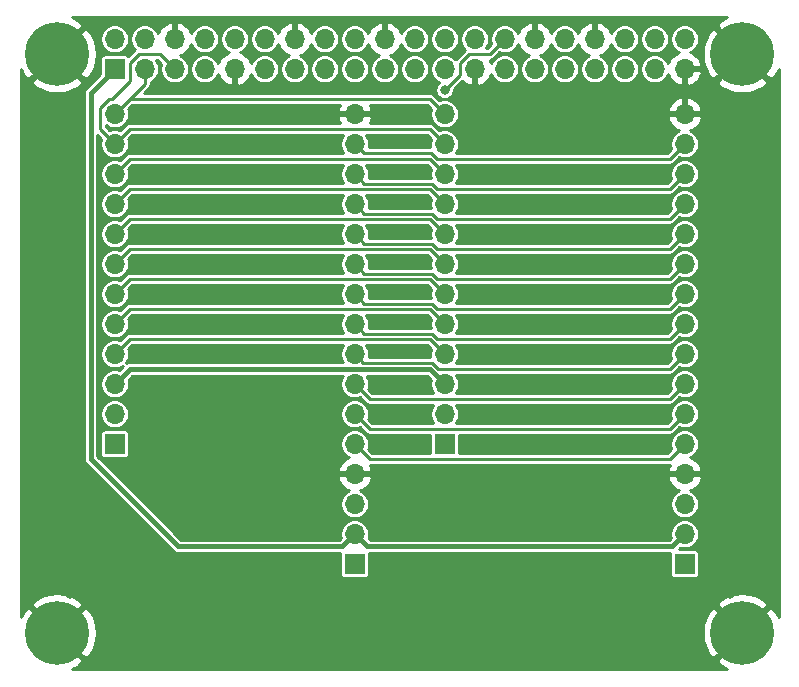
<source format=gtl>
%TF.GenerationSoftware,KiCad,Pcbnew,(5.1.6)-1*%
%TF.CreationDate,2020-08-17T20:49:59+02:00*%
%TF.ProjectId,PiToFeather,5069546f-4665-4617-9468-65722e6b6963,rev?*%
%TF.SameCoordinates,Original*%
%TF.FileFunction,Copper,L1,Top*%
%TF.FilePolarity,Positive*%
%FSLAX46Y46*%
G04 Gerber Fmt 4.6, Leading zero omitted, Abs format (unit mm)*
G04 Created by KiCad (PCBNEW (5.1.6)-1) date 2020-08-17 20:49:59*
%MOMM*%
%LPD*%
G01*
G04 APERTURE LIST*
%TA.AperFunction,ComponentPad*%
%ADD10C,5.400000*%
%TD*%
%TA.AperFunction,ComponentPad*%
%ADD11O,1.700000X1.700000*%
%TD*%
%TA.AperFunction,ComponentPad*%
%ADD12R,1.700000X1.700000*%
%TD*%
%TA.AperFunction,ViaPad*%
%ADD13C,0.800000*%
%TD*%
%TA.AperFunction,Conductor*%
%ADD14C,0.250000*%
%TD*%
%TA.AperFunction,Conductor*%
%ADD15C,0.400000*%
%TD*%
%TA.AperFunction,Conductor*%
%ADD16C,0.254000*%
%TD*%
G04 APERTURE END LIST*
D10*
%TO.P,H4,1*%
%TO.N,GND*%
X97480000Y-128700000D03*
%TD*%
%TO.P,H3,1*%
%TO.N,GND*%
X155480000Y-128700000D03*
%TD*%
%TO.P,H2,1*%
%TO.N,GND*%
X155480000Y-79700000D03*
%TD*%
%TO.P,H1,1*%
%TO.N,GND*%
X97480000Y-79700000D03*
%TD*%
D11*
%TO.P,U1,40*%
%TO.N,PCM_DOUT*%
X150610000Y-78430000D03*
%TO.P,U1,39*%
%TO.N,GND*%
X150610000Y-80970000D03*
%TO.P,U1,38*%
%TO.N,PCM_DIN*%
X148070000Y-78430000D03*
%TO.P,U1,37*%
%TO.N,N/C*%
X148070000Y-80970000D03*
%TO.P,U1,36*%
X145530000Y-78430000D03*
%TO.P,U1,35*%
%TO.N,PCM_FS*%
X145530000Y-80970000D03*
%TO.P,U1,34*%
%TO.N,GND*%
X142990000Y-78430000D03*
%TO.P,U1,33*%
%TO.N,PWM1*%
X142990000Y-80970000D03*
%TO.P,U1,32*%
%TO.N,PWM0*%
X140450000Y-78430000D03*
%TO.P,U1,31*%
%TO.N,CLK2*%
X140450000Y-80970000D03*
%TO.P,U1,30*%
%TO.N,GND*%
X137910000Y-78430000D03*
%TO.P,U1,29*%
%TO.N,CLK1*%
X137910000Y-80970000D03*
%TO.P,U1,28*%
%TO.N,ID_SC*%
X135370000Y-78430000D03*
%TO.P,U1,27*%
%TO.N,ID_SD*%
X135370000Y-80970000D03*
%TO.P,U1,26*%
%TO.N,CE1*%
X132830000Y-78430000D03*
%TO.P,U1,25*%
%TO.N,GND*%
X132830000Y-80970000D03*
%TO.P,U1,24*%
%TO.N,CE0*%
X130290000Y-78430000D03*
%TO.P,U1,23*%
%TO.N,SCK*%
X130290000Y-80970000D03*
%TO.P,U1,22*%
%TO.N,N/C*%
X127750000Y-78430000D03*
%TO.P,U1,21*%
%TO.N,MISO*%
X127750000Y-80970000D03*
%TO.P,U1,20*%
%TO.N,GND*%
X125210000Y-78430000D03*
%TO.P,U1,19*%
%TO.N,MOSI*%
X125210000Y-80970000D03*
%TO.P,U1,18*%
%TO.N,N/C*%
X122670000Y-78430000D03*
%TO.P,U1,17*%
%TO.N,+3V3*%
X122670000Y-80970000D03*
%TO.P,U1,16*%
%TO.N,N/C*%
X120130000Y-78430000D03*
%TO.P,U1,15*%
X120130000Y-80970000D03*
%TO.P,U1,14*%
%TO.N,GND*%
X117590000Y-78430000D03*
%TO.P,U1,13*%
%TO.N,N/C*%
X117590000Y-80970000D03*
%TO.P,U1,12*%
%TO.N,PCM_CLK*%
X115050000Y-78430000D03*
%TO.P,U1,11*%
%TO.N,N/C*%
X115050000Y-80970000D03*
%TO.P,U1,10*%
%TO.N,RX*%
X112510000Y-78430000D03*
%TO.P,U1,9*%
%TO.N,GND*%
X112510000Y-80970000D03*
%TO.P,U1,8*%
%TO.N,TX*%
X109970000Y-78430000D03*
%TO.P,U1,7*%
%TO.N,CLK0*%
X109970000Y-80970000D03*
%TO.P,U1,6*%
%TO.N,GND*%
X107430000Y-78430000D03*
%TO.P,U1,5*%
%TO.N,SCL*%
X107430000Y-80970000D03*
%TO.P,U1,4*%
%TO.N,+5V*%
X104890000Y-78430000D03*
%TO.P,U1,3*%
%TO.N,SDA*%
X104890000Y-80970000D03*
%TO.P,U1,2*%
%TO.N,+5V*%
X102350000Y-78430000D03*
D12*
%TO.P,U1,1*%
%TO.N,+3V3*%
X102350000Y-80970000D03*
%TD*%
D11*
%TO.P,U4,12*%
%TO.N,SDA*%
X130290000Y-84780000D03*
%TO.P,U4,11*%
%TO.N,SCL*%
X130290000Y-87320000D03*
%TO.P,U4,10*%
%TO.N,CE0*%
X130290000Y-89860000D03*
%TO.P,U4,9*%
%TO.N,CE1*%
X130290000Y-92400000D03*
%TO.P,U4,8*%
%TO.N,ID_SD*%
X130290000Y-94940000D03*
%TO.P,U4,7*%
%TO.N,PCM_CLK*%
X130290000Y-97480000D03*
%TO.P,U4,6*%
%TO.N,PCM_FS*%
X130290000Y-100020000D03*
%TO.P,U4,5*%
%TO.N,PCM_DIN*%
X130290000Y-102560000D03*
%TO.P,U4,4*%
%TO.N,PCM_DOUT*%
X130290000Y-105100000D03*
%TO.P,U4,3*%
%TO.N,+5V*%
X130290000Y-107640000D03*
%TO.P,U4,2*%
%TO.N,N/C*%
X130290000Y-110180000D03*
D12*
%TO.P,U4,1*%
X130290000Y-112720000D03*
%TD*%
D11*
%TO.P,U5,16*%
%TO.N,GND*%
X150610000Y-84780000D03*
%TO.P,U5,15*%
%TO.N,TX*%
X150610000Y-87320000D03*
%TO.P,U5,14*%
%TO.N,RX*%
X150610000Y-89860000D03*
%TO.P,U5,13*%
%TO.N,MISO*%
X150610000Y-92400000D03*
%TO.P,U5,12*%
%TO.N,MOSI*%
X150610000Y-94940000D03*
%TO.P,U5,11*%
%TO.N,SCK*%
X150610000Y-97480000D03*
%TO.P,U5,10*%
%TO.N,ID_SC*%
X150610000Y-100020000D03*
%TO.P,U5,9*%
%TO.N,CLK2*%
X150610000Y-102560000D03*
%TO.P,U5,8*%
%TO.N,CLK1*%
X150610000Y-105100000D03*
%TO.P,U5,7*%
%TO.N,CLK0*%
X150610000Y-107640000D03*
%TO.P,U5,6*%
%TO.N,PWM1*%
X150610000Y-110180000D03*
%TO.P,U5,5*%
%TO.N,PWM0*%
X150610000Y-112720000D03*
%TO.P,U5,4*%
%TO.N,GND*%
X150610000Y-115260000D03*
%TO.P,U5,3*%
%TO.N,N/C*%
X150610000Y-117800000D03*
%TO.P,U5,2*%
%TO.N,+3V3*%
X150610000Y-120340000D03*
D12*
%TO.P,U5,1*%
%TO.N,N/C*%
X150610000Y-122880000D03*
%TD*%
D11*
%TO.P,U3,16*%
%TO.N,GND*%
X122670000Y-84780000D03*
%TO.P,U3,15*%
%TO.N,TX*%
X122670000Y-87320000D03*
%TO.P,U3,14*%
%TO.N,RX*%
X122670000Y-89860000D03*
%TO.P,U3,13*%
%TO.N,MISO*%
X122670000Y-92400000D03*
%TO.P,U3,12*%
%TO.N,MOSI*%
X122670000Y-94940000D03*
%TO.P,U3,11*%
%TO.N,SCK*%
X122670000Y-97480000D03*
%TO.P,U3,10*%
%TO.N,ID_SC*%
X122670000Y-100020000D03*
%TO.P,U3,9*%
%TO.N,CLK2*%
X122670000Y-102560000D03*
%TO.P,U3,8*%
%TO.N,CLK1*%
X122670000Y-105100000D03*
%TO.P,U3,7*%
%TO.N,CLK0*%
X122670000Y-107640000D03*
%TO.P,U3,6*%
%TO.N,PWM1*%
X122670000Y-110180000D03*
%TO.P,U3,5*%
%TO.N,PWM0*%
X122670000Y-112720000D03*
%TO.P,U3,4*%
%TO.N,GND*%
X122670000Y-115260000D03*
%TO.P,U3,3*%
%TO.N,N/C*%
X122670000Y-117800000D03*
%TO.P,U3,2*%
%TO.N,+3V3*%
X122670000Y-120340000D03*
D12*
%TO.P,U3,1*%
%TO.N,N/C*%
X122670000Y-122880000D03*
%TD*%
D11*
%TO.P,U2,12*%
%TO.N,SDA*%
X102350000Y-84780000D03*
%TO.P,U2,11*%
%TO.N,SCL*%
X102350000Y-87320000D03*
%TO.P,U2,10*%
%TO.N,CE0*%
X102350000Y-89860000D03*
%TO.P,U2,9*%
%TO.N,CE1*%
X102350000Y-92400000D03*
%TO.P,U2,8*%
%TO.N,ID_SD*%
X102350000Y-94940000D03*
%TO.P,U2,7*%
%TO.N,PCM_CLK*%
X102350000Y-97480000D03*
%TO.P,U2,6*%
%TO.N,PCM_FS*%
X102350000Y-100020000D03*
%TO.P,U2,5*%
%TO.N,PCM_DIN*%
X102350000Y-102560000D03*
%TO.P,U2,4*%
%TO.N,PCM_DOUT*%
X102350000Y-105100000D03*
%TO.P,U2,3*%
%TO.N,+5V*%
X102350000Y-107640000D03*
%TO.P,U2,2*%
%TO.N,N/C*%
X102350000Y-110180000D03*
D12*
%TO.P,U2,1*%
X102350000Y-112720000D03*
%TD*%
D13*
%TO.N,GND*%
X144260000Y-89860000D03*
X141720000Y-89860000D03*
X134100000Y-89860000D03*
X144260000Y-92400000D03*
X141720000Y-92400000D03*
X139180000Y-92400000D03*
X144260000Y-94940000D03*
X141720000Y-94940000D03*
X139180000Y-94940000D03*
X136640000Y-94940000D03*
X144260000Y-84780000D03*
X141720000Y-84780000D03*
X139180000Y-84780000D03*
X136640000Y-84780000D03*
X132830000Y-84780000D03*
X132830000Y-87320000D03*
X136640000Y-87320000D03*
X139180000Y-87320000D03*
X144260000Y-87320000D03*
X144260000Y-97480000D03*
X141720000Y-97480000D03*
X146800000Y-89860000D03*
X146800000Y-92400000D03*
X146800000Y-94940000D03*
X146800000Y-97480000D03*
X146800000Y-100020000D03*
X144260000Y-100020000D03*
X141720000Y-100020000D03*
X139180000Y-100020000D03*
X139180000Y-97480000D03*
X136640000Y-97480000D03*
X136640000Y-100020000D03*
X134100000Y-100020000D03*
X146800000Y-102560000D03*
X144260000Y-102560000D03*
X141720000Y-102560000D03*
X139180000Y-102560000D03*
X136640000Y-102560000D03*
X134100000Y-102560000D03*
X146800000Y-105100000D03*
X144260000Y-105100000D03*
X141720000Y-105100000D03*
X139180000Y-105100000D03*
X136640000Y-105100000D03*
X134100000Y-105100000D03*
X146800000Y-107640000D03*
X144260000Y-107640000D03*
X141720000Y-107640000D03*
X139180000Y-107640000D03*
X136640000Y-107640000D03*
X134100000Y-107640000D03*
X146800000Y-110180000D03*
X144260000Y-110180000D03*
X141720000Y-110180000D03*
X139180000Y-110180000D03*
X136640000Y-110180000D03*
X134100000Y-110180000D03*
X146800000Y-112720000D03*
X144260000Y-112720000D03*
X141720000Y-112720000D03*
X139180000Y-112720000D03*
X136640000Y-112720000D03*
X134100000Y-112720000D03*
X146800000Y-115260000D03*
X144260000Y-115260000D03*
X141720000Y-115260000D03*
X139180000Y-115260000D03*
X136640000Y-115260000D03*
X134100000Y-115260000D03*
X134100000Y-117800000D03*
X136640000Y-117800000D03*
X139180000Y-117800000D03*
X141720000Y-117800000D03*
X144260000Y-117800000D03*
X146800000Y-117800000D03*
X146800000Y-122880000D03*
X144260000Y-122880000D03*
X141720000Y-122880000D03*
X139180000Y-122880000D03*
X136640000Y-122880000D03*
X134100000Y-122880000D03*
X131560000Y-117800000D03*
X129020000Y-117800000D03*
X126480000Y-117800000D03*
X126480000Y-115260000D03*
X129020000Y-115260000D03*
X131560000Y-115260000D03*
X131560000Y-122880000D03*
X129020000Y-122880000D03*
X126480000Y-122880000D03*
X118352000Y-84780000D03*
X115812000Y-84780000D03*
X111240000Y-84780000D03*
X111240000Y-87320000D03*
X106160000Y-84780000D03*
X106160000Y-87320000D03*
X106160000Y-89860000D03*
X111240000Y-89860000D03*
X113780000Y-87320000D03*
X113780000Y-89860000D03*
X116320000Y-89860000D03*
X118860000Y-92400000D03*
X116320000Y-92400000D03*
X113780000Y-92400000D03*
X111240000Y-92400000D03*
X106160000Y-92400000D03*
X106160000Y-94940000D03*
X111240000Y-94940000D03*
X113780000Y-94940000D03*
X116320000Y-94940000D03*
X118860000Y-94940000D03*
X118860000Y-97480000D03*
X116320000Y-97480000D03*
X113780000Y-97480000D03*
X111240000Y-97480000D03*
X108700000Y-97480000D03*
X106160000Y-97480000D03*
X106160000Y-100020000D03*
X108700000Y-100020000D03*
X111240000Y-100020000D03*
X113780000Y-100020000D03*
X116320000Y-100020000D03*
X118860000Y-100020000D03*
X118860000Y-102560000D03*
X116320000Y-102560000D03*
X113780000Y-102560000D03*
X111240000Y-102560000D03*
X108700000Y-102560000D03*
X106160000Y-102560000D03*
X106160000Y-105100000D03*
X108700000Y-105100000D03*
X111240000Y-105100000D03*
X113780000Y-105100000D03*
X116320000Y-105100000D03*
X118860000Y-105100000D03*
X126480000Y-97480000D03*
X126480000Y-100020000D03*
X126480000Y-105100000D03*
X126480000Y-107640000D03*
X126480000Y-110180000D03*
X126480000Y-112720000D03*
X126480000Y-92400000D03*
X126480000Y-94940000D03*
X126480000Y-89860000D03*
X126480000Y-87320000D03*
X126480000Y-84780000D03*
X146800000Y-120340000D03*
X144260000Y-120340000D03*
X141720000Y-120340000D03*
X139180000Y-120340000D03*
X136640000Y-120340000D03*
X134100000Y-120340000D03*
X131560000Y-120340000D03*
X129020000Y-120340000D03*
X126480000Y-120340000D03*
X118860000Y-107640000D03*
X116320000Y-107640000D03*
X113780000Y-107640000D03*
X111240000Y-107640000D03*
X108700000Y-107640000D03*
X106160000Y-107640000D03*
X118860000Y-110180000D03*
X116320000Y-110180000D03*
X113780000Y-110180000D03*
X111240000Y-110180000D03*
X108700000Y-110180000D03*
X108700000Y-112720000D03*
X111240000Y-112720000D03*
X113780000Y-112720000D03*
X116320000Y-112720000D03*
X118860000Y-112720000D03*
X118860000Y-115260000D03*
X116320000Y-115260000D03*
X113780000Y-115260000D03*
X111240000Y-115260000D03*
X108700000Y-115260000D03*
X106160000Y-110180000D03*
X106160000Y-112720000D03*
X106160000Y-115260000D03*
X106160000Y-117800000D03*
X108700000Y-117800000D03*
X111240000Y-117800000D03*
X113780000Y-117800000D03*
X116320000Y-117800000D03*
X118860000Y-117800000D03*
X118860000Y-120340000D03*
X116320000Y-120340000D03*
X113780000Y-120340000D03*
X111240000Y-120340000D03*
X108700000Y-120340000D03*
X118860000Y-122880000D03*
X116320000Y-122880000D03*
X113780000Y-122880000D03*
X111240000Y-122880000D03*
X108700000Y-122880000D03*
X116320000Y-125420000D03*
X118860000Y-125420000D03*
X111240000Y-125420000D03*
X108700000Y-125420000D03*
X113780000Y-125420000D03*
X111240000Y-127960000D03*
X116320000Y-127960000D03*
X118860000Y-127960000D03*
X113780000Y-127960000D03*
X108700000Y-127960000D03*
X111240000Y-130500000D03*
X118860000Y-130500000D03*
X116320000Y-130500000D03*
X113780000Y-130500000D03*
X108700000Y-130500000D03*
X123940000Y-125420000D03*
X129020000Y-125420000D03*
X131560000Y-125420000D03*
X126480000Y-125420000D03*
X121400000Y-125420000D03*
X123940000Y-127960000D03*
X131560000Y-127960000D03*
X129020000Y-127960000D03*
X126480000Y-127960000D03*
X121400000Y-127960000D03*
X126480000Y-130500000D03*
X121400000Y-130500000D03*
X123940000Y-130500000D03*
X131560000Y-130500000D03*
X129020000Y-130500000D03*
X134100000Y-125420000D03*
X136640000Y-125420000D03*
X139180000Y-125420000D03*
X141720000Y-125420000D03*
X144260000Y-125420000D03*
X144260000Y-127960000D03*
X134100000Y-127960000D03*
X136640000Y-127960000D03*
X139180000Y-127960000D03*
X141720000Y-127960000D03*
X141720000Y-130500000D03*
X144260000Y-130500000D03*
X136640000Y-130500000D03*
X134100000Y-130500000D03*
X139180000Y-130500000D03*
X146800000Y-125420000D03*
X146800000Y-127960000D03*
X146800000Y-130500000D03*
X149340000Y-130500000D03*
X149340000Y-127960000D03*
X149340000Y-125420000D03*
X151880000Y-125420000D03*
X151880000Y-127960000D03*
X151880000Y-130500000D03*
X154420000Y-125420000D03*
X154420000Y-122880000D03*
X154420000Y-120340000D03*
X156960000Y-122880000D03*
X156960000Y-125420000D03*
X156960000Y-120340000D03*
X156960000Y-115260000D03*
X156960000Y-112720000D03*
X156960000Y-117800000D03*
X154420000Y-112720000D03*
X154420000Y-115260000D03*
X154420000Y-117800000D03*
X154420000Y-105100000D03*
X154420000Y-110180000D03*
X154420000Y-107640000D03*
X156960000Y-107640000D03*
X156960000Y-105100000D03*
X156960000Y-110180000D03*
X156960000Y-102560000D03*
X156960000Y-100020000D03*
X156960000Y-97480000D03*
X154420000Y-100020000D03*
X154420000Y-102560000D03*
X154420000Y-97480000D03*
X154420000Y-94940000D03*
X154420000Y-89860000D03*
X154420000Y-92400000D03*
X156960000Y-89860000D03*
X156960000Y-94940000D03*
X156960000Y-92400000D03*
X154420000Y-84780000D03*
X154420000Y-87320000D03*
X156960000Y-87320000D03*
X156960000Y-84780000D03*
X106160000Y-125420000D03*
X106160000Y-122880000D03*
X106160000Y-130500000D03*
X106160000Y-127960000D03*
X103620000Y-125420000D03*
X103620000Y-122880000D03*
X103620000Y-130500000D03*
X103620000Y-127960000D03*
X98540000Y-120340000D03*
X98540000Y-117800000D03*
X98540000Y-125420000D03*
X98540000Y-122880000D03*
X96000000Y-122880000D03*
X96000000Y-120340000D03*
X96000000Y-125420000D03*
X96000000Y-117800000D03*
X96000000Y-110180000D03*
X96000000Y-107640000D03*
X96000000Y-112720000D03*
X96000000Y-115260000D03*
X98540000Y-110180000D03*
X98540000Y-115260000D03*
X98540000Y-112720000D03*
X98540000Y-107640000D03*
X98540000Y-102560000D03*
X98540000Y-97480000D03*
X98540000Y-100020000D03*
X98540000Y-105100000D03*
X96000000Y-102560000D03*
X96000000Y-100020000D03*
X96000000Y-105100000D03*
X96000000Y-97480000D03*
X96000000Y-94940000D03*
X96000000Y-92400000D03*
X98540000Y-92400000D03*
X98540000Y-89860000D03*
X98540000Y-94940000D03*
X96000000Y-87320000D03*
X96000000Y-84780000D03*
X96000000Y-89860000D03*
X98540000Y-84780000D03*
X98540000Y-87320000D03*
X103620000Y-120340000D03*
X101080000Y-125420000D03*
X101080000Y-122880000D03*
X101080000Y-120340000D03*
X101080000Y-117800000D03*
X101080000Y-127960000D03*
X101080000Y-130500000D03*
X103620000Y-77160000D03*
X106160000Y-77160000D03*
X116320000Y-77160000D03*
X118860000Y-77160000D03*
X121400000Y-77160000D03*
X123940000Y-77160000D03*
X126480000Y-77160000D03*
X129020000Y-77160000D03*
X131560000Y-77160000D03*
X134100000Y-77160000D03*
X136640000Y-77160000D03*
X139180000Y-77160000D03*
X139180000Y-79700000D03*
X136640000Y-79700000D03*
X144260000Y-79700000D03*
X123940000Y-79700000D03*
X121400000Y-79700000D03*
X118860000Y-79700000D03*
X116320000Y-79700000D03*
X126480000Y-79700000D03*
X129020000Y-79700000D03*
X103620000Y-115260000D03*
X102350000Y-129230000D03*
X104890000Y-129230000D03*
X107430000Y-129230000D03*
X109970000Y-129230000D03*
X112510000Y-129230000D03*
X115050000Y-129230000D03*
X117590000Y-129230000D03*
X120130000Y-129230000D03*
X122670000Y-129230000D03*
X125210000Y-129230000D03*
X127750000Y-129230000D03*
X130290000Y-129230000D03*
X132830000Y-129230000D03*
X135370000Y-129230000D03*
X137910000Y-129230000D03*
X140450000Y-129230000D03*
X142990000Y-129230000D03*
X145530000Y-129230000D03*
X148070000Y-129230000D03*
X150610000Y-129230000D03*
X155690000Y-124150000D03*
X155690000Y-121610000D03*
X155690000Y-119070000D03*
X155690000Y-116530000D03*
X155690000Y-113990000D03*
X155690000Y-111450000D03*
X155690000Y-108910000D03*
X155690000Y-106370000D03*
X155690000Y-103830000D03*
X155690000Y-101290000D03*
X155690000Y-98750000D03*
X155690000Y-96210000D03*
X155690000Y-93670000D03*
X155690000Y-91130000D03*
X155690000Y-88590000D03*
X155690000Y-86050000D03*
X155690000Y-83510000D03*
X97270000Y-124150000D03*
X97270000Y-121610000D03*
X97270000Y-119070000D03*
X97270000Y-116530000D03*
X97270000Y-113990000D03*
X97270000Y-111450000D03*
X97270000Y-108910000D03*
X97270000Y-106370000D03*
X97270000Y-103830000D03*
X97270000Y-101290000D03*
X97270000Y-98750000D03*
X97270000Y-96210000D03*
X97270000Y-93670000D03*
X97270000Y-91130000D03*
X97270000Y-88590000D03*
X97270000Y-86050000D03*
X97270000Y-83510000D03*
X127242000Y-102560000D03*
X118352000Y-87320000D03*
%TO.N,ID_SC*%
X130290000Y-82748000D03*
%TD*%
D14*
%TO.N,PCM_DOUT*%
X103620000Y-103830000D02*
X129020000Y-103830000D01*
X102350000Y-105100000D02*
X103620000Y-103830000D01*
X129020000Y-103830000D02*
X130290000Y-105100000D01*
%TO.N,PCM_DIN*%
X129020000Y-101290000D02*
X130290000Y-102560000D01*
X103620000Y-101290000D02*
X129020000Y-101290000D01*
X102350000Y-102560000D02*
X103620000Y-101290000D01*
%TO.N,PCM_FS*%
X103620000Y-98750000D02*
X102350000Y-100020000D01*
X130290000Y-100020000D02*
X129020000Y-98750000D01*
X129020000Y-98750000D02*
X103620000Y-98750000D01*
%TO.N,PWM1*%
X149340000Y-111450000D02*
X150610000Y-110180000D01*
X122670000Y-110180000D02*
X123940000Y-111450000D01*
X123940000Y-111450000D02*
X149340000Y-111450000D01*
%TO.N,PWM0*%
X122670000Y-112720000D02*
X123940000Y-113990000D01*
X149340000Y-113990000D02*
X150610000Y-112720000D01*
X123940000Y-113990000D02*
X149340000Y-113990000D01*
%TO.N,CLK2*%
X129656410Y-103830000D02*
X149340000Y-103830000D01*
X149340000Y-103830000D02*
X150610000Y-102560000D01*
X122670000Y-102560000D02*
X123489989Y-103379989D01*
X123489989Y-103379989D02*
X129206400Y-103379989D01*
X129206400Y-103379989D02*
X129656410Y-103830000D01*
%TO.N,CLK1*%
X149340000Y-106370000D02*
X150610000Y-105100000D01*
X129762476Y-106370000D02*
X149340000Y-106370000D01*
X123414989Y-105844989D02*
X129237466Y-105844989D01*
X129237466Y-105844989D02*
X129762476Y-106370000D01*
X122670000Y-105100000D02*
X123414989Y-105844989D01*
%TO.N,ID_SC*%
X131560000Y-81478000D02*
X130290000Y-82748000D01*
X131560000Y-80500998D02*
X131560000Y-81478000D01*
X135370000Y-78430000D02*
X134100000Y-79700000D01*
X134100000Y-79700000D02*
X132360998Y-79700000D01*
X132360998Y-79700000D02*
X131560000Y-80500998D01*
X129206400Y-100839989D02*
X129656410Y-101290000D01*
X149340000Y-101290000D02*
X150610000Y-100020000D01*
X123489989Y-100839989D02*
X129206400Y-100839989D01*
X122670000Y-100020000D02*
X123489989Y-100839989D01*
X129656410Y-101290000D02*
X149340000Y-101290000D01*
%TO.N,ID_SD*%
X103620000Y-93670000D02*
X102350000Y-94940000D01*
X129020000Y-93670000D02*
X103620000Y-93670000D01*
X130290000Y-94940000D02*
X129020000Y-93670000D01*
%TO.N,CE1*%
X103620000Y-91130000D02*
X102350000Y-92400000D01*
X129020000Y-91130000D02*
X103620000Y-91130000D01*
X130290000Y-92400000D02*
X129020000Y-91130000D01*
%TO.N,CE0*%
X130290000Y-78430000D02*
X130290019Y-78430019D01*
X129020000Y-88590000D02*
X103620000Y-88590000D01*
X103620000Y-88590000D02*
X102350000Y-89860000D01*
X130290000Y-89860000D02*
X129020000Y-88590000D01*
%TO.N,SCK*%
X129656410Y-98750000D02*
X149340000Y-98750000D01*
X149340000Y-98750000D02*
X150610000Y-97480000D01*
X122670000Y-97480000D02*
X123489989Y-98299989D01*
X123489989Y-98299989D02*
X129206400Y-98299989D01*
X129206400Y-98299989D02*
X129656410Y-98750000D01*
%TO.N,MISO*%
X129656410Y-93670000D02*
X149340000Y-93670000D01*
X149340000Y-93670000D02*
X150610000Y-92400000D01*
X122670000Y-92400000D02*
X123489989Y-93219989D01*
X123489989Y-93219989D02*
X129206400Y-93219989D01*
X129206400Y-93219989D02*
X129656410Y-93670000D01*
%TO.N,MOSI*%
X149340000Y-96210000D02*
X150610000Y-94940000D01*
X129656410Y-96210000D02*
X149340000Y-96210000D01*
X129206400Y-95759989D02*
X129656410Y-96210000D01*
X123489989Y-95759989D02*
X129206400Y-95759989D01*
X122670000Y-94940000D02*
X123489989Y-95759989D01*
D15*
%TO.N,+3V3*%
X123742000Y-121412000D02*
X122670000Y-120340000D01*
X150610000Y-120340000D02*
X149538000Y-121412000D01*
X149538000Y-121412000D02*
X123742000Y-121412000D01*
X100318000Y-83002000D02*
X102350000Y-80970000D01*
X107740000Y-121412000D02*
X100318000Y-113990000D01*
X100318000Y-113990000D02*
X100318000Y-83002000D01*
X122670000Y-120340000D02*
X121598000Y-121412000D01*
X121598000Y-121412000D02*
X107740000Y-121412000D01*
D14*
%TO.N,PCM_CLK*%
X103620000Y-96210000D02*
X102350000Y-97480000D01*
X129020000Y-96210000D02*
X103620000Y-96210000D01*
X130290000Y-97480000D02*
X129020000Y-96210000D01*
%TO.N,TX*%
X129148410Y-88082000D02*
X129656410Y-88590000D01*
X149340000Y-88590000D02*
X150610000Y-87320000D01*
X129656410Y-88590000D02*
X149340000Y-88590000D01*
X122670000Y-87320000D02*
X123432000Y-88082000D01*
X123432000Y-88082000D02*
X129148410Y-88082000D01*
%TO.N,RX*%
X123489989Y-90679989D02*
X129206400Y-90679989D01*
X129206400Y-90679989D02*
X129656410Y-91130000D01*
X122670000Y-89860000D02*
X123489989Y-90679989D01*
X149340000Y-91130000D02*
X150610000Y-89860000D01*
X129656410Y-91130000D02*
X149340000Y-91130000D01*
%TO.N,CLK0*%
X149340000Y-108910000D02*
X150610000Y-107640000D01*
X122670000Y-107640000D02*
X123940000Y-108910000D01*
X123940000Y-108910000D02*
X149340000Y-108910000D01*
%TO.N,SCL*%
X103620000Y-86050000D02*
X102350000Y-87320000D01*
X130290000Y-87320000D02*
X129020000Y-86050000D01*
X129020000Y-86050000D02*
X103620000Y-86050000D01*
X101080000Y-86050000D02*
X102350000Y-87320000D01*
X102096000Y-83509002D02*
X102096000Y-83510000D01*
X101842000Y-83510000D02*
X101080000Y-84272000D01*
X102096000Y-83510000D02*
X101842000Y-83510000D01*
X106160000Y-79700000D02*
X104382000Y-79700000D01*
X101080000Y-84272000D02*
X101080000Y-86050000D01*
X107430000Y-80970000D02*
X106160000Y-79700000D01*
X104382000Y-79700000D02*
X103620000Y-80462000D01*
X103620000Y-81985002D02*
X102096000Y-83509002D01*
X103620000Y-80462000D02*
X103620000Y-81985002D01*
D15*
%TO.N,+5V*%
X129020000Y-106370000D02*
X130290000Y-107640000D01*
X102350000Y-107640000D02*
X103620000Y-106370000D01*
X103620000Y-106370000D02*
X129020000Y-106370000D01*
D14*
%TO.N,SDA*%
X102350000Y-84018000D02*
X102350000Y-84780000D01*
X104890000Y-80970000D02*
X104890000Y-81478000D01*
X104890000Y-82240000D02*
X102350000Y-84780000D01*
X104890000Y-80970000D02*
X104890000Y-82240000D01*
X103620000Y-83510000D02*
X102350000Y-84780000D01*
X130290000Y-84780000D02*
X129020000Y-83510000D01*
X129020000Y-83510000D02*
X103620000Y-83510000D01*
%TD*%
D16*
%TO.N,GND*%
G36*
X153622008Y-76911096D02*
G01*
X153614411Y-76916172D01*
X153314231Y-77354626D01*
X155480000Y-79520395D01*
X155494143Y-79506253D01*
X155673748Y-79685858D01*
X155659605Y-79700000D01*
X157825374Y-81865769D01*
X158263828Y-81565589D01*
X158574001Y-80987194D01*
X158574000Y-127414679D01*
X158268904Y-126842008D01*
X158263828Y-126834411D01*
X157825374Y-126534231D01*
X155659605Y-128700000D01*
X155673748Y-128714143D01*
X155494143Y-128893748D01*
X155480000Y-128879605D01*
X153314231Y-131045374D01*
X153614411Y-131483828D01*
X154192804Y-131794000D01*
X98765321Y-131794000D01*
X99337992Y-131488904D01*
X99345589Y-131483828D01*
X99645769Y-131045374D01*
X97480000Y-128879605D01*
X97465858Y-128893748D01*
X97286253Y-128714143D01*
X97300395Y-128700000D01*
X97659605Y-128700000D01*
X99825374Y-130865769D01*
X100263828Y-130565589D01*
X100574296Y-129986644D01*
X100765852Y-129358254D01*
X100831134Y-128704569D01*
X100830247Y-128695431D01*
X152128866Y-128695431D01*
X152192366Y-129349293D01*
X152382208Y-129978203D01*
X152691096Y-130557992D01*
X152696172Y-130565589D01*
X153134626Y-130865769D01*
X155300395Y-128700000D01*
X153134626Y-126534231D01*
X152696172Y-126834411D01*
X152385704Y-127413356D01*
X152194148Y-128041746D01*
X152128866Y-128695431D01*
X100830247Y-128695431D01*
X100767634Y-128050707D01*
X100577792Y-127421797D01*
X100268904Y-126842008D01*
X100263828Y-126834411D01*
X99825374Y-126534231D01*
X97659605Y-128700000D01*
X97300395Y-128700000D01*
X95134626Y-126534231D01*
X94696172Y-126834411D01*
X94386000Y-127412804D01*
X94386000Y-126354626D01*
X95314231Y-126354626D01*
X97480000Y-128520395D01*
X99645769Y-126354626D01*
X153314231Y-126354626D01*
X155480000Y-128520395D01*
X157645769Y-126354626D01*
X157345589Y-125916172D01*
X156766644Y-125605704D01*
X156138254Y-125414148D01*
X155484569Y-125348866D01*
X154830707Y-125412366D01*
X154201797Y-125602208D01*
X153622008Y-125911096D01*
X153614411Y-125916172D01*
X153314231Y-126354626D01*
X99645769Y-126354626D01*
X99345589Y-125916172D01*
X98766644Y-125605704D01*
X98138254Y-125414148D01*
X97484569Y-125348866D01*
X96830707Y-125412366D01*
X96201797Y-125602208D01*
X95622008Y-125911096D01*
X95614411Y-125916172D01*
X95314231Y-126354626D01*
X94386000Y-126354626D01*
X94386000Y-82045374D01*
X95314231Y-82045374D01*
X95614411Y-82483828D01*
X96193356Y-82794296D01*
X96821746Y-82985852D01*
X97475431Y-83051134D01*
X97981365Y-83002000D01*
X99734189Y-83002000D01*
X99737001Y-83030550D01*
X99737000Y-113961460D01*
X99734189Y-113990000D01*
X99737000Y-114018539D01*
X99745407Y-114103895D01*
X99778629Y-114213414D01*
X99832579Y-114314347D01*
X99905183Y-114402817D01*
X99927360Y-114421017D01*
X107308987Y-121802645D01*
X107327183Y-121824817D01*
X107415652Y-121897421D01*
X107516585Y-121951371D01*
X107626104Y-121984593D01*
X107739999Y-121995811D01*
X107768539Y-121993000D01*
X121440801Y-121993000D01*
X121437157Y-122030000D01*
X121437157Y-123730000D01*
X121444513Y-123804689D01*
X121466299Y-123876508D01*
X121501678Y-123942696D01*
X121549289Y-124000711D01*
X121607304Y-124048322D01*
X121673492Y-124083701D01*
X121745311Y-124105487D01*
X121820000Y-124112843D01*
X123520000Y-124112843D01*
X123594689Y-124105487D01*
X123666508Y-124083701D01*
X123732696Y-124048322D01*
X123790711Y-124000711D01*
X123838322Y-123942696D01*
X123873701Y-123876508D01*
X123895487Y-123804689D01*
X123902843Y-123730000D01*
X123902843Y-122030000D01*
X123899199Y-121993000D01*
X149380801Y-121993000D01*
X149377157Y-122030000D01*
X149377157Y-123730000D01*
X149384513Y-123804689D01*
X149406299Y-123876508D01*
X149441678Y-123942696D01*
X149489289Y-124000711D01*
X149547304Y-124048322D01*
X149613492Y-124083701D01*
X149685311Y-124105487D01*
X149760000Y-124112843D01*
X151460000Y-124112843D01*
X151534689Y-124105487D01*
X151606508Y-124083701D01*
X151672696Y-124048322D01*
X151730711Y-124000711D01*
X151778322Y-123942696D01*
X151813701Y-123876508D01*
X151835487Y-123804689D01*
X151842843Y-123730000D01*
X151842843Y-122030000D01*
X151835487Y-121955311D01*
X151813701Y-121883492D01*
X151778322Y-121817304D01*
X151730711Y-121759289D01*
X151672696Y-121711678D01*
X151606508Y-121676299D01*
X151534689Y-121654513D01*
X151460000Y-121647157D01*
X150124500Y-121647157D01*
X150248833Y-121522824D01*
X150250931Y-121523693D01*
X150488757Y-121571000D01*
X150731243Y-121571000D01*
X150969069Y-121523693D01*
X151193097Y-121430898D01*
X151394717Y-121296180D01*
X151566180Y-121124717D01*
X151700898Y-120923097D01*
X151793693Y-120699069D01*
X151841000Y-120461243D01*
X151841000Y-120218757D01*
X151793693Y-119980931D01*
X151700898Y-119756903D01*
X151566180Y-119555283D01*
X151394717Y-119383820D01*
X151193097Y-119249102D01*
X150969069Y-119156307D01*
X150731243Y-119109000D01*
X150488757Y-119109000D01*
X150250931Y-119156307D01*
X150026903Y-119249102D01*
X149825283Y-119383820D01*
X149653820Y-119555283D01*
X149519102Y-119756903D01*
X149426307Y-119980931D01*
X149379000Y-120218757D01*
X149379000Y-120461243D01*
X149426307Y-120699069D01*
X149427176Y-120701167D01*
X149297343Y-120831000D01*
X123982658Y-120831000D01*
X123852824Y-120701166D01*
X123853693Y-120699069D01*
X123901000Y-120461243D01*
X123901000Y-120218757D01*
X123853693Y-119980931D01*
X123760898Y-119756903D01*
X123626180Y-119555283D01*
X123454717Y-119383820D01*
X123253097Y-119249102D01*
X123029069Y-119156307D01*
X122791243Y-119109000D01*
X122548757Y-119109000D01*
X122310931Y-119156307D01*
X122086903Y-119249102D01*
X121885283Y-119383820D01*
X121713820Y-119555283D01*
X121579102Y-119756903D01*
X121486307Y-119980931D01*
X121439000Y-120218757D01*
X121439000Y-120461243D01*
X121486307Y-120699069D01*
X121487176Y-120701167D01*
X121357343Y-120831000D01*
X107980658Y-120831000D01*
X102766548Y-115616890D01*
X121228524Y-115616890D01*
X121273175Y-115764099D01*
X121398359Y-116026920D01*
X121572412Y-116260269D01*
X121788645Y-116455178D01*
X122038748Y-116604157D01*
X122201168Y-116661772D01*
X122086903Y-116709102D01*
X121885283Y-116843820D01*
X121713820Y-117015283D01*
X121579102Y-117216903D01*
X121486307Y-117440931D01*
X121439000Y-117678757D01*
X121439000Y-117921243D01*
X121486307Y-118159069D01*
X121579102Y-118383097D01*
X121713820Y-118584717D01*
X121885283Y-118756180D01*
X122086903Y-118890898D01*
X122310931Y-118983693D01*
X122548757Y-119031000D01*
X122791243Y-119031000D01*
X123029069Y-118983693D01*
X123253097Y-118890898D01*
X123454717Y-118756180D01*
X123626180Y-118584717D01*
X123760898Y-118383097D01*
X123853693Y-118159069D01*
X123901000Y-117921243D01*
X123901000Y-117678757D01*
X123853693Y-117440931D01*
X123760898Y-117216903D01*
X123626180Y-117015283D01*
X123454717Y-116843820D01*
X123253097Y-116709102D01*
X123138832Y-116661772D01*
X123301252Y-116604157D01*
X123551355Y-116455178D01*
X123767588Y-116260269D01*
X123941641Y-116026920D01*
X124066825Y-115764099D01*
X124111476Y-115616890D01*
X149168524Y-115616890D01*
X149213175Y-115764099D01*
X149338359Y-116026920D01*
X149512412Y-116260269D01*
X149728645Y-116455178D01*
X149978748Y-116604157D01*
X150141168Y-116661772D01*
X150026903Y-116709102D01*
X149825283Y-116843820D01*
X149653820Y-117015283D01*
X149519102Y-117216903D01*
X149426307Y-117440931D01*
X149379000Y-117678757D01*
X149379000Y-117921243D01*
X149426307Y-118159069D01*
X149519102Y-118383097D01*
X149653820Y-118584717D01*
X149825283Y-118756180D01*
X150026903Y-118890898D01*
X150250931Y-118983693D01*
X150488757Y-119031000D01*
X150731243Y-119031000D01*
X150969069Y-118983693D01*
X151193097Y-118890898D01*
X151394717Y-118756180D01*
X151566180Y-118584717D01*
X151700898Y-118383097D01*
X151793693Y-118159069D01*
X151841000Y-117921243D01*
X151841000Y-117678757D01*
X151793693Y-117440931D01*
X151700898Y-117216903D01*
X151566180Y-117015283D01*
X151394717Y-116843820D01*
X151193097Y-116709102D01*
X151078832Y-116661772D01*
X151241252Y-116604157D01*
X151491355Y-116455178D01*
X151707588Y-116260269D01*
X151881641Y-116026920D01*
X152006825Y-115764099D01*
X152051476Y-115616890D01*
X151930155Y-115387000D01*
X150737000Y-115387000D01*
X150737000Y-115407000D01*
X150483000Y-115407000D01*
X150483000Y-115387000D01*
X149289845Y-115387000D01*
X149168524Y-115616890D01*
X124111476Y-115616890D01*
X123990155Y-115387000D01*
X122797000Y-115387000D01*
X122797000Y-115407000D01*
X122543000Y-115407000D01*
X122543000Y-115387000D01*
X121349845Y-115387000D01*
X121228524Y-115616890D01*
X102766548Y-115616890D01*
X100899000Y-113749343D01*
X100899000Y-111870000D01*
X101117157Y-111870000D01*
X101117157Y-113570000D01*
X101124513Y-113644689D01*
X101146299Y-113716508D01*
X101181678Y-113782696D01*
X101229289Y-113840711D01*
X101287304Y-113888322D01*
X101353492Y-113923701D01*
X101425311Y-113945487D01*
X101500000Y-113952843D01*
X103200000Y-113952843D01*
X103274689Y-113945487D01*
X103346508Y-113923701D01*
X103412696Y-113888322D01*
X103470711Y-113840711D01*
X103518322Y-113782696D01*
X103553701Y-113716508D01*
X103575487Y-113644689D01*
X103582843Y-113570000D01*
X103582843Y-111870000D01*
X103575487Y-111795311D01*
X103553701Y-111723492D01*
X103518322Y-111657304D01*
X103470711Y-111599289D01*
X103412696Y-111551678D01*
X103346508Y-111516299D01*
X103274689Y-111494513D01*
X103200000Y-111487157D01*
X101500000Y-111487157D01*
X101425311Y-111494513D01*
X101353492Y-111516299D01*
X101287304Y-111551678D01*
X101229289Y-111599289D01*
X101181678Y-111657304D01*
X101146299Y-111723492D01*
X101124513Y-111795311D01*
X101117157Y-111870000D01*
X100899000Y-111870000D01*
X100899000Y-110058757D01*
X101119000Y-110058757D01*
X101119000Y-110301243D01*
X101166307Y-110539069D01*
X101259102Y-110763097D01*
X101393820Y-110964717D01*
X101565283Y-111136180D01*
X101766903Y-111270898D01*
X101990931Y-111363693D01*
X102228757Y-111411000D01*
X102471243Y-111411000D01*
X102709069Y-111363693D01*
X102933097Y-111270898D01*
X103134717Y-111136180D01*
X103306180Y-110964717D01*
X103440898Y-110763097D01*
X103533693Y-110539069D01*
X103581000Y-110301243D01*
X103581000Y-110058757D01*
X103533693Y-109820931D01*
X103440898Y-109596903D01*
X103306180Y-109395283D01*
X103134717Y-109223820D01*
X102933097Y-109089102D01*
X102709069Y-108996307D01*
X102471243Y-108949000D01*
X102228757Y-108949000D01*
X101990931Y-108996307D01*
X101766903Y-109089102D01*
X101565283Y-109223820D01*
X101393820Y-109395283D01*
X101259102Y-109596903D01*
X101166307Y-109820931D01*
X101119000Y-110058757D01*
X100899000Y-110058757D01*
X100899000Y-86584591D01*
X101198242Y-86883833D01*
X101166307Y-86960931D01*
X101119000Y-87198757D01*
X101119000Y-87441243D01*
X101166307Y-87679069D01*
X101259102Y-87903097D01*
X101393820Y-88104717D01*
X101565283Y-88276180D01*
X101766903Y-88410898D01*
X101990931Y-88503693D01*
X102228757Y-88551000D01*
X102471243Y-88551000D01*
X102709069Y-88503693D01*
X102933097Y-88410898D01*
X103134717Y-88276180D01*
X103306180Y-88104717D01*
X103440898Y-87903097D01*
X103533693Y-87679069D01*
X103581000Y-87441243D01*
X103581000Y-87198757D01*
X103533693Y-86960931D01*
X103501758Y-86883833D01*
X103829592Y-86556000D01*
X121699977Y-86556000D01*
X121579102Y-86736903D01*
X121486307Y-86960931D01*
X121439000Y-87198757D01*
X121439000Y-87441243D01*
X121486307Y-87679069D01*
X121579102Y-87903097D01*
X121699977Y-88084000D01*
X103644845Y-88084000D01*
X103619999Y-88081553D01*
X103595153Y-88084000D01*
X103595146Y-88084000D01*
X103530694Y-88090348D01*
X103520806Y-88091322D01*
X103476648Y-88104717D01*
X103425425Y-88120255D01*
X103337521Y-88167241D01*
X103260473Y-88230473D01*
X103244630Y-88249778D01*
X102786167Y-88708242D01*
X102709069Y-88676307D01*
X102471243Y-88629000D01*
X102228757Y-88629000D01*
X101990931Y-88676307D01*
X101766903Y-88769102D01*
X101565283Y-88903820D01*
X101393820Y-89075283D01*
X101259102Y-89276903D01*
X101166307Y-89500931D01*
X101119000Y-89738757D01*
X101119000Y-89981243D01*
X101166307Y-90219069D01*
X101259102Y-90443097D01*
X101393820Y-90644717D01*
X101565283Y-90816180D01*
X101766903Y-90950898D01*
X101990931Y-91043693D01*
X102228757Y-91091000D01*
X102471243Y-91091000D01*
X102709069Y-91043693D01*
X102933097Y-90950898D01*
X103134717Y-90816180D01*
X103306180Y-90644717D01*
X103440898Y-90443097D01*
X103533693Y-90219069D01*
X103581000Y-89981243D01*
X103581000Y-89738757D01*
X103533693Y-89500931D01*
X103501758Y-89423833D01*
X103829592Y-89096000D01*
X121699977Y-89096000D01*
X121579102Y-89276903D01*
X121486307Y-89500931D01*
X121439000Y-89738757D01*
X121439000Y-89981243D01*
X121486307Y-90219069D01*
X121579102Y-90443097D01*
X121699977Y-90624000D01*
X103644845Y-90624000D01*
X103619999Y-90621553D01*
X103595153Y-90624000D01*
X103595146Y-90624000D01*
X103530694Y-90630348D01*
X103520806Y-90631322D01*
X103476648Y-90644717D01*
X103425425Y-90660255D01*
X103337521Y-90707241D01*
X103260473Y-90770473D01*
X103244630Y-90789778D01*
X102786167Y-91248242D01*
X102709069Y-91216307D01*
X102471243Y-91169000D01*
X102228757Y-91169000D01*
X101990931Y-91216307D01*
X101766903Y-91309102D01*
X101565283Y-91443820D01*
X101393820Y-91615283D01*
X101259102Y-91816903D01*
X101166307Y-92040931D01*
X101119000Y-92278757D01*
X101119000Y-92521243D01*
X101166307Y-92759069D01*
X101259102Y-92983097D01*
X101393820Y-93184717D01*
X101565283Y-93356180D01*
X101766903Y-93490898D01*
X101990931Y-93583693D01*
X102228757Y-93631000D01*
X102471243Y-93631000D01*
X102709069Y-93583693D01*
X102933097Y-93490898D01*
X103134717Y-93356180D01*
X103306180Y-93184717D01*
X103440898Y-92983097D01*
X103533693Y-92759069D01*
X103581000Y-92521243D01*
X103581000Y-92278757D01*
X103533693Y-92040931D01*
X103501758Y-91963833D01*
X103829592Y-91636000D01*
X121699977Y-91636000D01*
X121579102Y-91816903D01*
X121486307Y-92040931D01*
X121439000Y-92278757D01*
X121439000Y-92521243D01*
X121486307Y-92759069D01*
X121579102Y-92983097D01*
X121699977Y-93164000D01*
X103644845Y-93164000D01*
X103619999Y-93161553D01*
X103595153Y-93164000D01*
X103595146Y-93164000D01*
X103530694Y-93170348D01*
X103520806Y-93171322D01*
X103476648Y-93184717D01*
X103425425Y-93200255D01*
X103337521Y-93247241D01*
X103260473Y-93310473D01*
X103244630Y-93329778D01*
X102786167Y-93788242D01*
X102709069Y-93756307D01*
X102471243Y-93709000D01*
X102228757Y-93709000D01*
X101990931Y-93756307D01*
X101766903Y-93849102D01*
X101565283Y-93983820D01*
X101393820Y-94155283D01*
X101259102Y-94356903D01*
X101166307Y-94580931D01*
X101119000Y-94818757D01*
X101119000Y-95061243D01*
X101166307Y-95299069D01*
X101259102Y-95523097D01*
X101393820Y-95724717D01*
X101565283Y-95896180D01*
X101766903Y-96030898D01*
X101990931Y-96123693D01*
X102228757Y-96171000D01*
X102471243Y-96171000D01*
X102709069Y-96123693D01*
X102933097Y-96030898D01*
X103134717Y-95896180D01*
X103306180Y-95724717D01*
X103440898Y-95523097D01*
X103533693Y-95299069D01*
X103581000Y-95061243D01*
X103581000Y-94818757D01*
X103533693Y-94580931D01*
X103501758Y-94503833D01*
X103829592Y-94176000D01*
X121699977Y-94176000D01*
X121579102Y-94356903D01*
X121486307Y-94580931D01*
X121439000Y-94818757D01*
X121439000Y-95061243D01*
X121486307Y-95299069D01*
X121579102Y-95523097D01*
X121699977Y-95704000D01*
X103644845Y-95704000D01*
X103619999Y-95701553D01*
X103595153Y-95704000D01*
X103595146Y-95704000D01*
X103530694Y-95710348D01*
X103520806Y-95711322D01*
X103476648Y-95724717D01*
X103425425Y-95740255D01*
X103337521Y-95787241D01*
X103260473Y-95850473D01*
X103244630Y-95869778D01*
X102786167Y-96328242D01*
X102709069Y-96296307D01*
X102471243Y-96249000D01*
X102228757Y-96249000D01*
X101990931Y-96296307D01*
X101766903Y-96389102D01*
X101565283Y-96523820D01*
X101393820Y-96695283D01*
X101259102Y-96896903D01*
X101166307Y-97120931D01*
X101119000Y-97358757D01*
X101119000Y-97601243D01*
X101166307Y-97839069D01*
X101259102Y-98063097D01*
X101393820Y-98264717D01*
X101565283Y-98436180D01*
X101766903Y-98570898D01*
X101990931Y-98663693D01*
X102228757Y-98711000D01*
X102471243Y-98711000D01*
X102709069Y-98663693D01*
X102933097Y-98570898D01*
X103134717Y-98436180D01*
X103306180Y-98264717D01*
X103440898Y-98063097D01*
X103533693Y-97839069D01*
X103581000Y-97601243D01*
X103581000Y-97358757D01*
X103533693Y-97120931D01*
X103501758Y-97043833D01*
X103829592Y-96716000D01*
X121699977Y-96716000D01*
X121579102Y-96896903D01*
X121486307Y-97120931D01*
X121439000Y-97358757D01*
X121439000Y-97601243D01*
X121486307Y-97839069D01*
X121579102Y-98063097D01*
X121699977Y-98244000D01*
X103644845Y-98244000D01*
X103619999Y-98241553D01*
X103595153Y-98244000D01*
X103595146Y-98244000D01*
X103530694Y-98250348D01*
X103520806Y-98251322D01*
X103476648Y-98264717D01*
X103425425Y-98280255D01*
X103337521Y-98327241D01*
X103260473Y-98390473D01*
X103244630Y-98409778D01*
X102786167Y-98868242D01*
X102709069Y-98836307D01*
X102471243Y-98789000D01*
X102228757Y-98789000D01*
X101990931Y-98836307D01*
X101766903Y-98929102D01*
X101565283Y-99063820D01*
X101393820Y-99235283D01*
X101259102Y-99436903D01*
X101166307Y-99660931D01*
X101119000Y-99898757D01*
X101119000Y-100141243D01*
X101166307Y-100379069D01*
X101259102Y-100603097D01*
X101393820Y-100804717D01*
X101565283Y-100976180D01*
X101766903Y-101110898D01*
X101990931Y-101203693D01*
X102228757Y-101251000D01*
X102471243Y-101251000D01*
X102709069Y-101203693D01*
X102933097Y-101110898D01*
X103134717Y-100976180D01*
X103306180Y-100804717D01*
X103440898Y-100603097D01*
X103533693Y-100379069D01*
X103581000Y-100141243D01*
X103581000Y-99898757D01*
X103533693Y-99660931D01*
X103501758Y-99583833D01*
X103829592Y-99256000D01*
X121699977Y-99256000D01*
X121579102Y-99436903D01*
X121486307Y-99660931D01*
X121439000Y-99898757D01*
X121439000Y-100141243D01*
X121486307Y-100379069D01*
X121579102Y-100603097D01*
X121699977Y-100784000D01*
X103644845Y-100784000D01*
X103619999Y-100781553D01*
X103595153Y-100784000D01*
X103595146Y-100784000D01*
X103530694Y-100790348D01*
X103520806Y-100791322D01*
X103476648Y-100804717D01*
X103425425Y-100820255D01*
X103337521Y-100867241D01*
X103260473Y-100930473D01*
X103244630Y-100949778D01*
X102786167Y-101408242D01*
X102709069Y-101376307D01*
X102471243Y-101329000D01*
X102228757Y-101329000D01*
X101990931Y-101376307D01*
X101766903Y-101469102D01*
X101565283Y-101603820D01*
X101393820Y-101775283D01*
X101259102Y-101976903D01*
X101166307Y-102200931D01*
X101119000Y-102438757D01*
X101119000Y-102681243D01*
X101166307Y-102919069D01*
X101259102Y-103143097D01*
X101393820Y-103344717D01*
X101565283Y-103516180D01*
X101766903Y-103650898D01*
X101990931Y-103743693D01*
X102228757Y-103791000D01*
X102471243Y-103791000D01*
X102709069Y-103743693D01*
X102933097Y-103650898D01*
X103134717Y-103516180D01*
X103306180Y-103344717D01*
X103440898Y-103143097D01*
X103533693Y-102919069D01*
X103581000Y-102681243D01*
X103581000Y-102438757D01*
X103533693Y-102200931D01*
X103501758Y-102123833D01*
X103829592Y-101796000D01*
X121699977Y-101796000D01*
X121579102Y-101976903D01*
X121486307Y-102200931D01*
X121439000Y-102438757D01*
X121439000Y-102681243D01*
X121486307Y-102919069D01*
X121579102Y-103143097D01*
X121699977Y-103324000D01*
X103644845Y-103324000D01*
X103619999Y-103321553D01*
X103595153Y-103324000D01*
X103595146Y-103324000D01*
X103530694Y-103330348D01*
X103520806Y-103331322D01*
X103476648Y-103344717D01*
X103425425Y-103360255D01*
X103337521Y-103407241D01*
X103260473Y-103470473D01*
X103244630Y-103489778D01*
X102786167Y-103948242D01*
X102709069Y-103916307D01*
X102471243Y-103869000D01*
X102228757Y-103869000D01*
X101990931Y-103916307D01*
X101766903Y-104009102D01*
X101565283Y-104143820D01*
X101393820Y-104315283D01*
X101259102Y-104516903D01*
X101166307Y-104740931D01*
X101119000Y-104978757D01*
X101119000Y-105221243D01*
X101166307Y-105459069D01*
X101259102Y-105683097D01*
X101393820Y-105884717D01*
X101565283Y-106056180D01*
X101766903Y-106190898D01*
X101990931Y-106283693D01*
X102228757Y-106331000D01*
X102471243Y-106331000D01*
X102709069Y-106283693D01*
X102933097Y-106190898D01*
X103066744Y-106101598D01*
X102711167Y-106457176D01*
X102709069Y-106456307D01*
X102471243Y-106409000D01*
X102228757Y-106409000D01*
X101990931Y-106456307D01*
X101766903Y-106549102D01*
X101565283Y-106683820D01*
X101393820Y-106855283D01*
X101259102Y-107056903D01*
X101166307Y-107280931D01*
X101119000Y-107518757D01*
X101119000Y-107761243D01*
X101166307Y-107999069D01*
X101259102Y-108223097D01*
X101393820Y-108424717D01*
X101565283Y-108596180D01*
X101766903Y-108730898D01*
X101990931Y-108823693D01*
X102228757Y-108871000D01*
X102471243Y-108871000D01*
X102709069Y-108823693D01*
X102933097Y-108730898D01*
X103134717Y-108596180D01*
X103306180Y-108424717D01*
X103440898Y-108223097D01*
X103533693Y-107999069D01*
X103581000Y-107761243D01*
X103581000Y-107518757D01*
X103533693Y-107280931D01*
X103532824Y-107278833D01*
X103860658Y-106951000D01*
X121649864Y-106951000D01*
X121579102Y-107056903D01*
X121486307Y-107280931D01*
X121439000Y-107518757D01*
X121439000Y-107761243D01*
X121486307Y-107999069D01*
X121579102Y-108223097D01*
X121713820Y-108424717D01*
X121885283Y-108596180D01*
X122086903Y-108730898D01*
X122310931Y-108823693D01*
X122548757Y-108871000D01*
X122791243Y-108871000D01*
X123029069Y-108823693D01*
X123106167Y-108791758D01*
X123564628Y-109250220D01*
X123580473Y-109269527D01*
X123657521Y-109332759D01*
X123745425Y-109379745D01*
X123840806Y-109408678D01*
X123850694Y-109409652D01*
X123915146Y-109416000D01*
X123915153Y-109416000D01*
X123939999Y-109418447D01*
X123964845Y-109416000D01*
X129319977Y-109416000D01*
X129199102Y-109596903D01*
X129106307Y-109820931D01*
X129059000Y-110058757D01*
X129059000Y-110301243D01*
X129106307Y-110539069D01*
X129199102Y-110763097D01*
X129319977Y-110944000D01*
X124149592Y-110944000D01*
X123821758Y-110616167D01*
X123853693Y-110539069D01*
X123901000Y-110301243D01*
X123901000Y-110058757D01*
X123853693Y-109820931D01*
X123760898Y-109596903D01*
X123626180Y-109395283D01*
X123454717Y-109223820D01*
X123253097Y-109089102D01*
X123029069Y-108996307D01*
X122791243Y-108949000D01*
X122548757Y-108949000D01*
X122310931Y-108996307D01*
X122086903Y-109089102D01*
X121885283Y-109223820D01*
X121713820Y-109395283D01*
X121579102Y-109596903D01*
X121486307Y-109820931D01*
X121439000Y-110058757D01*
X121439000Y-110301243D01*
X121486307Y-110539069D01*
X121579102Y-110763097D01*
X121713820Y-110964717D01*
X121885283Y-111136180D01*
X122086903Y-111270898D01*
X122310931Y-111363693D01*
X122548757Y-111411000D01*
X122791243Y-111411000D01*
X123029069Y-111363693D01*
X123106167Y-111331758D01*
X123564628Y-111790220D01*
X123580473Y-111809527D01*
X123657521Y-111872759D01*
X123745425Y-111919745D01*
X123840806Y-111948678D01*
X123850694Y-111949652D01*
X123915146Y-111956000D01*
X123915153Y-111956000D01*
X123939999Y-111958447D01*
X123964845Y-111956000D01*
X129057157Y-111956000D01*
X129057157Y-113484000D01*
X124149592Y-113484000D01*
X123821758Y-113156167D01*
X123853693Y-113079069D01*
X123901000Y-112841243D01*
X123901000Y-112598757D01*
X123853693Y-112360931D01*
X123760898Y-112136903D01*
X123626180Y-111935283D01*
X123454717Y-111763820D01*
X123253097Y-111629102D01*
X123029069Y-111536307D01*
X122791243Y-111489000D01*
X122548757Y-111489000D01*
X122310931Y-111536307D01*
X122086903Y-111629102D01*
X121885283Y-111763820D01*
X121713820Y-111935283D01*
X121579102Y-112136903D01*
X121486307Y-112360931D01*
X121439000Y-112598757D01*
X121439000Y-112841243D01*
X121486307Y-113079069D01*
X121579102Y-113303097D01*
X121713820Y-113504717D01*
X121885283Y-113676180D01*
X122086903Y-113810898D01*
X122201168Y-113858228D01*
X122038748Y-113915843D01*
X121788645Y-114064822D01*
X121572412Y-114259731D01*
X121398359Y-114493080D01*
X121273175Y-114755901D01*
X121228524Y-114903110D01*
X121349845Y-115133000D01*
X122543000Y-115133000D01*
X122543000Y-115113000D01*
X122797000Y-115113000D01*
X122797000Y-115133000D01*
X123990155Y-115133000D01*
X124111476Y-114903110D01*
X124066825Y-114755901D01*
X123944009Y-114498052D01*
X123964845Y-114496000D01*
X149315154Y-114496000D01*
X149335991Y-114498052D01*
X149213175Y-114755901D01*
X149168524Y-114903110D01*
X149289845Y-115133000D01*
X150483000Y-115133000D01*
X150483000Y-115113000D01*
X150737000Y-115113000D01*
X150737000Y-115133000D01*
X151930155Y-115133000D01*
X152051476Y-114903110D01*
X152006825Y-114755901D01*
X151881641Y-114493080D01*
X151707588Y-114259731D01*
X151491355Y-114064822D01*
X151241252Y-113915843D01*
X151078832Y-113858228D01*
X151193097Y-113810898D01*
X151394717Y-113676180D01*
X151566180Y-113504717D01*
X151700898Y-113303097D01*
X151793693Y-113079069D01*
X151841000Y-112841243D01*
X151841000Y-112598757D01*
X151793693Y-112360931D01*
X151700898Y-112136903D01*
X151566180Y-111935283D01*
X151394717Y-111763820D01*
X151193097Y-111629102D01*
X150969069Y-111536307D01*
X150731243Y-111489000D01*
X150488757Y-111489000D01*
X150250931Y-111536307D01*
X150026903Y-111629102D01*
X149825283Y-111763820D01*
X149653820Y-111935283D01*
X149519102Y-112136903D01*
X149426307Y-112360931D01*
X149379000Y-112598757D01*
X149379000Y-112841243D01*
X149426307Y-113079069D01*
X149458242Y-113156167D01*
X149130409Y-113484000D01*
X131522843Y-113484000D01*
X131522843Y-111956000D01*
X149315154Y-111956000D01*
X149340000Y-111958447D01*
X149364846Y-111956000D01*
X149364854Y-111956000D01*
X149439193Y-111948678D01*
X149534575Y-111919745D01*
X149622479Y-111872759D01*
X149699527Y-111809527D01*
X149715376Y-111790215D01*
X150173833Y-111331758D01*
X150250931Y-111363693D01*
X150488757Y-111411000D01*
X150731243Y-111411000D01*
X150969069Y-111363693D01*
X151193097Y-111270898D01*
X151394717Y-111136180D01*
X151566180Y-110964717D01*
X151700898Y-110763097D01*
X151793693Y-110539069D01*
X151841000Y-110301243D01*
X151841000Y-110058757D01*
X151793693Y-109820931D01*
X151700898Y-109596903D01*
X151566180Y-109395283D01*
X151394717Y-109223820D01*
X151193097Y-109089102D01*
X150969069Y-108996307D01*
X150731243Y-108949000D01*
X150488757Y-108949000D01*
X150250931Y-108996307D01*
X150026903Y-109089102D01*
X149825283Y-109223820D01*
X149653820Y-109395283D01*
X149519102Y-109596903D01*
X149426307Y-109820931D01*
X149379000Y-110058757D01*
X149379000Y-110301243D01*
X149426307Y-110539069D01*
X149458242Y-110616167D01*
X149130409Y-110944000D01*
X131260023Y-110944000D01*
X131380898Y-110763097D01*
X131473693Y-110539069D01*
X131521000Y-110301243D01*
X131521000Y-110058757D01*
X131473693Y-109820931D01*
X131380898Y-109596903D01*
X131260023Y-109416000D01*
X149315154Y-109416000D01*
X149340000Y-109418447D01*
X149364846Y-109416000D01*
X149364854Y-109416000D01*
X149439193Y-109408678D01*
X149534575Y-109379745D01*
X149622479Y-109332759D01*
X149699527Y-109269527D01*
X149715376Y-109250215D01*
X150173833Y-108791758D01*
X150250931Y-108823693D01*
X150488757Y-108871000D01*
X150731243Y-108871000D01*
X150969069Y-108823693D01*
X151193097Y-108730898D01*
X151394717Y-108596180D01*
X151566180Y-108424717D01*
X151700898Y-108223097D01*
X151793693Y-107999069D01*
X151841000Y-107761243D01*
X151841000Y-107518757D01*
X151793693Y-107280931D01*
X151700898Y-107056903D01*
X151566180Y-106855283D01*
X151394717Y-106683820D01*
X151193097Y-106549102D01*
X150969069Y-106456307D01*
X150731243Y-106409000D01*
X150488757Y-106409000D01*
X150250931Y-106456307D01*
X150026903Y-106549102D01*
X149825283Y-106683820D01*
X149653820Y-106855283D01*
X149519102Y-107056903D01*
X149426307Y-107280931D01*
X149379000Y-107518757D01*
X149379000Y-107761243D01*
X149426307Y-107999069D01*
X149458242Y-108076167D01*
X149130409Y-108404000D01*
X131260023Y-108404000D01*
X131380898Y-108223097D01*
X131473693Y-107999069D01*
X131521000Y-107761243D01*
X131521000Y-107518757D01*
X131473693Y-107280931D01*
X131380898Y-107056903D01*
X131260023Y-106876000D01*
X149315154Y-106876000D01*
X149340000Y-106878447D01*
X149364846Y-106876000D01*
X149364854Y-106876000D01*
X149439193Y-106868678D01*
X149534575Y-106839745D01*
X149622479Y-106792759D01*
X149699527Y-106729527D01*
X149715376Y-106710215D01*
X150173833Y-106251758D01*
X150250931Y-106283693D01*
X150488757Y-106331000D01*
X150731243Y-106331000D01*
X150969069Y-106283693D01*
X151193097Y-106190898D01*
X151394717Y-106056180D01*
X151566180Y-105884717D01*
X151700898Y-105683097D01*
X151793693Y-105459069D01*
X151841000Y-105221243D01*
X151841000Y-104978757D01*
X151793693Y-104740931D01*
X151700898Y-104516903D01*
X151566180Y-104315283D01*
X151394717Y-104143820D01*
X151193097Y-104009102D01*
X150969069Y-103916307D01*
X150731243Y-103869000D01*
X150488757Y-103869000D01*
X150250931Y-103916307D01*
X150026903Y-104009102D01*
X149825283Y-104143820D01*
X149653820Y-104315283D01*
X149519102Y-104516903D01*
X149426307Y-104740931D01*
X149379000Y-104978757D01*
X149379000Y-105221243D01*
X149426307Y-105459069D01*
X149458242Y-105536167D01*
X149130409Y-105864000D01*
X131260023Y-105864000D01*
X131380898Y-105683097D01*
X131473693Y-105459069D01*
X131521000Y-105221243D01*
X131521000Y-104978757D01*
X131473693Y-104740931D01*
X131380898Y-104516903D01*
X131260023Y-104336000D01*
X149315154Y-104336000D01*
X149340000Y-104338447D01*
X149364846Y-104336000D01*
X149364854Y-104336000D01*
X149439193Y-104328678D01*
X149534575Y-104299745D01*
X149622479Y-104252759D01*
X149699527Y-104189527D01*
X149715376Y-104170215D01*
X150173833Y-103711758D01*
X150250931Y-103743693D01*
X150488757Y-103791000D01*
X150731243Y-103791000D01*
X150969069Y-103743693D01*
X151193097Y-103650898D01*
X151394717Y-103516180D01*
X151566180Y-103344717D01*
X151700898Y-103143097D01*
X151793693Y-102919069D01*
X151841000Y-102681243D01*
X151841000Y-102438757D01*
X151793693Y-102200931D01*
X151700898Y-101976903D01*
X151566180Y-101775283D01*
X151394717Y-101603820D01*
X151193097Y-101469102D01*
X150969069Y-101376307D01*
X150731243Y-101329000D01*
X150488757Y-101329000D01*
X150250931Y-101376307D01*
X150026903Y-101469102D01*
X149825283Y-101603820D01*
X149653820Y-101775283D01*
X149519102Y-101976903D01*
X149426307Y-102200931D01*
X149379000Y-102438757D01*
X149379000Y-102681243D01*
X149426307Y-102919069D01*
X149458242Y-102996167D01*
X149130409Y-103324000D01*
X131260023Y-103324000D01*
X131380898Y-103143097D01*
X131473693Y-102919069D01*
X131521000Y-102681243D01*
X131521000Y-102438757D01*
X131473693Y-102200931D01*
X131380898Y-101976903D01*
X131260023Y-101796000D01*
X149315154Y-101796000D01*
X149340000Y-101798447D01*
X149364846Y-101796000D01*
X149364854Y-101796000D01*
X149439193Y-101788678D01*
X149534575Y-101759745D01*
X149622479Y-101712759D01*
X149699527Y-101649527D01*
X149715376Y-101630215D01*
X150173833Y-101171758D01*
X150250931Y-101203693D01*
X150488757Y-101251000D01*
X150731243Y-101251000D01*
X150969069Y-101203693D01*
X151193097Y-101110898D01*
X151394717Y-100976180D01*
X151566180Y-100804717D01*
X151700898Y-100603097D01*
X151793693Y-100379069D01*
X151841000Y-100141243D01*
X151841000Y-99898757D01*
X151793693Y-99660931D01*
X151700898Y-99436903D01*
X151566180Y-99235283D01*
X151394717Y-99063820D01*
X151193097Y-98929102D01*
X150969069Y-98836307D01*
X150731243Y-98789000D01*
X150488757Y-98789000D01*
X150250931Y-98836307D01*
X150026903Y-98929102D01*
X149825283Y-99063820D01*
X149653820Y-99235283D01*
X149519102Y-99436903D01*
X149426307Y-99660931D01*
X149379000Y-99898757D01*
X149379000Y-100141243D01*
X149426307Y-100379069D01*
X149458242Y-100456167D01*
X149130409Y-100784000D01*
X131260023Y-100784000D01*
X131380898Y-100603097D01*
X131473693Y-100379069D01*
X131521000Y-100141243D01*
X131521000Y-99898757D01*
X131473693Y-99660931D01*
X131380898Y-99436903D01*
X131260023Y-99256000D01*
X149315154Y-99256000D01*
X149340000Y-99258447D01*
X149364846Y-99256000D01*
X149364854Y-99256000D01*
X149439193Y-99248678D01*
X149534575Y-99219745D01*
X149622479Y-99172759D01*
X149699527Y-99109527D01*
X149715376Y-99090215D01*
X150173833Y-98631758D01*
X150250931Y-98663693D01*
X150488757Y-98711000D01*
X150731243Y-98711000D01*
X150969069Y-98663693D01*
X151193097Y-98570898D01*
X151394717Y-98436180D01*
X151566180Y-98264717D01*
X151700898Y-98063097D01*
X151793693Y-97839069D01*
X151841000Y-97601243D01*
X151841000Y-97358757D01*
X151793693Y-97120931D01*
X151700898Y-96896903D01*
X151566180Y-96695283D01*
X151394717Y-96523820D01*
X151193097Y-96389102D01*
X150969069Y-96296307D01*
X150731243Y-96249000D01*
X150488757Y-96249000D01*
X150250931Y-96296307D01*
X150026903Y-96389102D01*
X149825283Y-96523820D01*
X149653820Y-96695283D01*
X149519102Y-96896903D01*
X149426307Y-97120931D01*
X149379000Y-97358757D01*
X149379000Y-97601243D01*
X149426307Y-97839069D01*
X149458242Y-97916167D01*
X149130409Y-98244000D01*
X131260023Y-98244000D01*
X131380898Y-98063097D01*
X131473693Y-97839069D01*
X131521000Y-97601243D01*
X131521000Y-97358757D01*
X131473693Y-97120931D01*
X131380898Y-96896903D01*
X131260023Y-96716000D01*
X149315154Y-96716000D01*
X149340000Y-96718447D01*
X149364846Y-96716000D01*
X149364854Y-96716000D01*
X149439193Y-96708678D01*
X149534575Y-96679745D01*
X149622479Y-96632759D01*
X149699527Y-96569527D01*
X149715376Y-96550215D01*
X150173833Y-96091758D01*
X150250931Y-96123693D01*
X150488757Y-96171000D01*
X150731243Y-96171000D01*
X150969069Y-96123693D01*
X151193097Y-96030898D01*
X151394717Y-95896180D01*
X151566180Y-95724717D01*
X151700898Y-95523097D01*
X151793693Y-95299069D01*
X151841000Y-95061243D01*
X151841000Y-94818757D01*
X151793693Y-94580931D01*
X151700898Y-94356903D01*
X151566180Y-94155283D01*
X151394717Y-93983820D01*
X151193097Y-93849102D01*
X150969069Y-93756307D01*
X150731243Y-93709000D01*
X150488757Y-93709000D01*
X150250931Y-93756307D01*
X150026903Y-93849102D01*
X149825283Y-93983820D01*
X149653820Y-94155283D01*
X149519102Y-94356903D01*
X149426307Y-94580931D01*
X149379000Y-94818757D01*
X149379000Y-95061243D01*
X149426307Y-95299069D01*
X149458242Y-95376167D01*
X149130409Y-95704000D01*
X131260023Y-95704000D01*
X131380898Y-95523097D01*
X131473693Y-95299069D01*
X131521000Y-95061243D01*
X131521000Y-94818757D01*
X131473693Y-94580931D01*
X131380898Y-94356903D01*
X131260023Y-94176000D01*
X149315154Y-94176000D01*
X149340000Y-94178447D01*
X149364846Y-94176000D01*
X149364854Y-94176000D01*
X149439193Y-94168678D01*
X149534575Y-94139745D01*
X149622479Y-94092759D01*
X149699527Y-94029527D01*
X149715376Y-94010215D01*
X150173833Y-93551758D01*
X150250931Y-93583693D01*
X150488757Y-93631000D01*
X150731243Y-93631000D01*
X150969069Y-93583693D01*
X151193097Y-93490898D01*
X151394717Y-93356180D01*
X151566180Y-93184717D01*
X151700898Y-92983097D01*
X151793693Y-92759069D01*
X151841000Y-92521243D01*
X151841000Y-92278757D01*
X151793693Y-92040931D01*
X151700898Y-91816903D01*
X151566180Y-91615283D01*
X151394717Y-91443820D01*
X151193097Y-91309102D01*
X150969069Y-91216307D01*
X150731243Y-91169000D01*
X150488757Y-91169000D01*
X150250931Y-91216307D01*
X150026903Y-91309102D01*
X149825283Y-91443820D01*
X149653820Y-91615283D01*
X149519102Y-91816903D01*
X149426307Y-92040931D01*
X149379000Y-92278757D01*
X149379000Y-92521243D01*
X149426307Y-92759069D01*
X149458242Y-92836167D01*
X149130409Y-93164000D01*
X131260023Y-93164000D01*
X131380898Y-92983097D01*
X131473693Y-92759069D01*
X131521000Y-92521243D01*
X131521000Y-92278757D01*
X131473693Y-92040931D01*
X131380898Y-91816903D01*
X131260023Y-91636000D01*
X149315154Y-91636000D01*
X149340000Y-91638447D01*
X149364846Y-91636000D01*
X149364854Y-91636000D01*
X149439193Y-91628678D01*
X149534575Y-91599745D01*
X149622479Y-91552759D01*
X149699527Y-91489527D01*
X149715376Y-91470215D01*
X150173833Y-91011758D01*
X150250931Y-91043693D01*
X150488757Y-91091000D01*
X150731243Y-91091000D01*
X150969069Y-91043693D01*
X151193097Y-90950898D01*
X151394717Y-90816180D01*
X151566180Y-90644717D01*
X151700898Y-90443097D01*
X151793693Y-90219069D01*
X151841000Y-89981243D01*
X151841000Y-89738757D01*
X151793693Y-89500931D01*
X151700898Y-89276903D01*
X151566180Y-89075283D01*
X151394717Y-88903820D01*
X151193097Y-88769102D01*
X150969069Y-88676307D01*
X150731243Y-88629000D01*
X150488757Y-88629000D01*
X150250931Y-88676307D01*
X150026903Y-88769102D01*
X149825283Y-88903820D01*
X149653820Y-89075283D01*
X149519102Y-89276903D01*
X149426307Y-89500931D01*
X149379000Y-89738757D01*
X149379000Y-89981243D01*
X149426307Y-90219069D01*
X149458242Y-90296167D01*
X149130409Y-90624000D01*
X131260023Y-90624000D01*
X131380898Y-90443097D01*
X131473693Y-90219069D01*
X131521000Y-89981243D01*
X131521000Y-89738757D01*
X131473693Y-89500931D01*
X131380898Y-89276903D01*
X131260023Y-89096000D01*
X149315154Y-89096000D01*
X149340000Y-89098447D01*
X149364846Y-89096000D01*
X149364854Y-89096000D01*
X149439193Y-89088678D01*
X149534575Y-89059745D01*
X149622479Y-89012759D01*
X149699527Y-88949527D01*
X149715376Y-88930215D01*
X150173833Y-88471758D01*
X150250931Y-88503693D01*
X150488757Y-88551000D01*
X150731243Y-88551000D01*
X150969069Y-88503693D01*
X151193097Y-88410898D01*
X151394717Y-88276180D01*
X151566180Y-88104717D01*
X151700898Y-87903097D01*
X151793693Y-87679069D01*
X151841000Y-87441243D01*
X151841000Y-87198757D01*
X151793693Y-86960931D01*
X151700898Y-86736903D01*
X151566180Y-86535283D01*
X151394717Y-86363820D01*
X151193097Y-86229102D01*
X151078832Y-86181772D01*
X151241252Y-86124157D01*
X151491355Y-85975178D01*
X151707588Y-85780269D01*
X151881641Y-85546920D01*
X152006825Y-85284099D01*
X152051476Y-85136890D01*
X151930155Y-84907000D01*
X150737000Y-84907000D01*
X150737000Y-84927000D01*
X150483000Y-84927000D01*
X150483000Y-84907000D01*
X149289845Y-84907000D01*
X149168524Y-85136890D01*
X149213175Y-85284099D01*
X149338359Y-85546920D01*
X149512412Y-85780269D01*
X149728645Y-85975178D01*
X149978748Y-86124157D01*
X150141168Y-86181772D01*
X150026903Y-86229102D01*
X149825283Y-86363820D01*
X149653820Y-86535283D01*
X149519102Y-86736903D01*
X149426307Y-86960931D01*
X149379000Y-87198757D01*
X149379000Y-87441243D01*
X149426307Y-87679069D01*
X149458242Y-87756167D01*
X149130409Y-88084000D01*
X131260023Y-88084000D01*
X131380898Y-87903097D01*
X131473693Y-87679069D01*
X131521000Y-87441243D01*
X131521000Y-87198757D01*
X131473693Y-86960931D01*
X131380898Y-86736903D01*
X131246180Y-86535283D01*
X131074717Y-86363820D01*
X130873097Y-86229102D01*
X130649069Y-86136307D01*
X130411243Y-86089000D01*
X130168757Y-86089000D01*
X129930931Y-86136307D01*
X129853833Y-86168242D01*
X129395376Y-85709785D01*
X129379527Y-85690473D01*
X129302479Y-85627241D01*
X129214575Y-85580255D01*
X129119193Y-85551322D01*
X129044854Y-85544000D01*
X129044846Y-85544000D01*
X129020000Y-85541553D01*
X128995154Y-85544000D01*
X123943032Y-85544000D01*
X124066825Y-85284099D01*
X124111476Y-85136890D01*
X123990155Y-84907000D01*
X122797000Y-84907000D01*
X122797000Y-84927000D01*
X122543000Y-84927000D01*
X122543000Y-84907000D01*
X121349845Y-84907000D01*
X121228524Y-85136890D01*
X121273175Y-85284099D01*
X121396968Y-85544000D01*
X103644845Y-85544000D01*
X103619999Y-85541553D01*
X103595153Y-85544000D01*
X103595146Y-85544000D01*
X103530694Y-85550348D01*
X103520806Y-85551322D01*
X103476648Y-85564717D01*
X103425425Y-85580255D01*
X103337521Y-85627241D01*
X103260473Y-85690473D01*
X103244628Y-85709780D01*
X102786167Y-86168242D01*
X102709069Y-86136307D01*
X102471243Y-86089000D01*
X102228757Y-86089000D01*
X101990931Y-86136307D01*
X101913833Y-86168242D01*
X101586000Y-85840409D01*
X101586000Y-85750023D01*
X101766903Y-85870898D01*
X101990931Y-85963693D01*
X102228757Y-86011000D01*
X102471243Y-86011000D01*
X102709069Y-85963693D01*
X102933097Y-85870898D01*
X103134717Y-85736180D01*
X103306180Y-85564717D01*
X103440898Y-85363097D01*
X103533693Y-85139069D01*
X103581000Y-84901243D01*
X103581000Y-84658757D01*
X103533693Y-84420931D01*
X103501758Y-84343833D01*
X103829592Y-84016000D01*
X121396968Y-84016000D01*
X121273175Y-84275901D01*
X121228524Y-84423110D01*
X121349845Y-84653000D01*
X122543000Y-84653000D01*
X122543000Y-84633000D01*
X122797000Y-84633000D01*
X122797000Y-84653000D01*
X123990155Y-84653000D01*
X124111476Y-84423110D01*
X124066825Y-84275901D01*
X123943032Y-84016000D01*
X128810409Y-84016000D01*
X129138242Y-84343833D01*
X129106307Y-84420931D01*
X129059000Y-84658757D01*
X129059000Y-84901243D01*
X129106307Y-85139069D01*
X129199102Y-85363097D01*
X129333820Y-85564717D01*
X129505283Y-85736180D01*
X129706903Y-85870898D01*
X129930931Y-85963693D01*
X130168757Y-86011000D01*
X130411243Y-86011000D01*
X130649069Y-85963693D01*
X130873097Y-85870898D01*
X131074717Y-85736180D01*
X131246180Y-85564717D01*
X131380898Y-85363097D01*
X131473693Y-85139069D01*
X131521000Y-84901243D01*
X131521000Y-84658757D01*
X131474127Y-84423110D01*
X149168524Y-84423110D01*
X149289845Y-84653000D01*
X150483000Y-84653000D01*
X150483000Y-83459186D01*
X150737000Y-83459186D01*
X150737000Y-84653000D01*
X151930155Y-84653000D01*
X152051476Y-84423110D01*
X152006825Y-84275901D01*
X151881641Y-84013080D01*
X151707588Y-83779731D01*
X151491355Y-83584822D01*
X151241252Y-83435843D01*
X150966891Y-83338519D01*
X150737000Y-83459186D01*
X150483000Y-83459186D01*
X150253109Y-83338519D01*
X149978748Y-83435843D01*
X149728645Y-83584822D01*
X149512412Y-83779731D01*
X149338359Y-84013080D01*
X149213175Y-84275901D01*
X149168524Y-84423110D01*
X131474127Y-84423110D01*
X131473693Y-84420931D01*
X131380898Y-84196903D01*
X131246180Y-83995283D01*
X131074717Y-83823820D01*
X130873097Y-83689102D01*
X130649069Y-83596307D01*
X130411243Y-83549000D01*
X130168757Y-83549000D01*
X129930931Y-83596307D01*
X129853833Y-83628242D01*
X129395376Y-83169785D01*
X129379527Y-83150473D01*
X129302479Y-83087241D01*
X129214575Y-83040255D01*
X129119193Y-83011322D01*
X129044854Y-83004000D01*
X129044846Y-83004000D01*
X129020000Y-83001553D01*
X128995154Y-83004000D01*
X104841592Y-83004000D01*
X105230220Y-82615372D01*
X105249527Y-82599527D01*
X105312759Y-82522479D01*
X105359745Y-82434575D01*
X105381944Y-82361393D01*
X105388678Y-82339194D01*
X105395741Y-82267481D01*
X105396000Y-82264854D01*
X105396000Y-82264847D01*
X105398447Y-82240001D01*
X105396000Y-82215155D01*
X105396000Y-82092832D01*
X105473097Y-82060898D01*
X105674717Y-81926180D01*
X105846180Y-81754717D01*
X105980898Y-81553097D01*
X106073693Y-81329069D01*
X106121000Y-81091243D01*
X106121000Y-80848757D01*
X106073693Y-80610931D01*
X105980898Y-80386903D01*
X105860023Y-80206000D01*
X105950409Y-80206000D01*
X106278242Y-80533833D01*
X106246307Y-80610931D01*
X106199000Y-80848757D01*
X106199000Y-81091243D01*
X106246307Y-81329069D01*
X106339102Y-81553097D01*
X106473820Y-81754717D01*
X106645283Y-81926180D01*
X106846903Y-82060898D01*
X107070931Y-82153693D01*
X107308757Y-82201000D01*
X107551243Y-82201000D01*
X107789069Y-82153693D01*
X108013097Y-82060898D01*
X108214717Y-81926180D01*
X108386180Y-81754717D01*
X108520898Y-81553097D01*
X108613693Y-81329069D01*
X108661000Y-81091243D01*
X108661000Y-80848757D01*
X108739000Y-80848757D01*
X108739000Y-81091243D01*
X108786307Y-81329069D01*
X108879102Y-81553097D01*
X109013820Y-81754717D01*
X109185283Y-81926180D01*
X109386903Y-82060898D01*
X109610931Y-82153693D01*
X109848757Y-82201000D01*
X110091243Y-82201000D01*
X110329069Y-82153693D01*
X110553097Y-82060898D01*
X110754717Y-81926180D01*
X110926180Y-81754717D01*
X111060898Y-81553097D01*
X111108228Y-81438832D01*
X111165843Y-81601252D01*
X111314822Y-81851355D01*
X111509731Y-82067588D01*
X111743080Y-82241641D01*
X112005901Y-82366825D01*
X112153110Y-82411476D01*
X112383000Y-82290155D01*
X112383000Y-81097000D01*
X112363000Y-81097000D01*
X112363000Y-80843000D01*
X112383000Y-80843000D01*
X112383000Y-80823000D01*
X112637000Y-80823000D01*
X112637000Y-80843000D01*
X112657000Y-80843000D01*
X112657000Y-81097000D01*
X112637000Y-81097000D01*
X112637000Y-82290155D01*
X112866890Y-82411476D01*
X113014099Y-82366825D01*
X113276920Y-82241641D01*
X113510269Y-82067588D01*
X113705178Y-81851355D01*
X113854157Y-81601252D01*
X113911772Y-81438832D01*
X113959102Y-81553097D01*
X114093820Y-81754717D01*
X114265283Y-81926180D01*
X114466903Y-82060898D01*
X114690931Y-82153693D01*
X114928757Y-82201000D01*
X115171243Y-82201000D01*
X115409069Y-82153693D01*
X115633097Y-82060898D01*
X115834717Y-81926180D01*
X116006180Y-81754717D01*
X116140898Y-81553097D01*
X116233693Y-81329069D01*
X116281000Y-81091243D01*
X116281000Y-80848757D01*
X116233693Y-80610931D01*
X116140898Y-80386903D01*
X116006180Y-80185283D01*
X115834717Y-80013820D01*
X115633097Y-79879102D01*
X115409069Y-79786307D01*
X115171243Y-79739000D01*
X114928757Y-79739000D01*
X114690931Y-79786307D01*
X114466903Y-79879102D01*
X114265283Y-80013820D01*
X114093820Y-80185283D01*
X113959102Y-80386903D01*
X113911772Y-80501168D01*
X113854157Y-80338748D01*
X113705178Y-80088645D01*
X113510269Y-79872412D01*
X113276920Y-79698359D01*
X113014099Y-79573175D01*
X112986846Y-79564909D01*
X113093097Y-79520898D01*
X113294717Y-79386180D01*
X113466180Y-79214717D01*
X113600898Y-79013097D01*
X113693693Y-78789069D01*
X113741000Y-78551243D01*
X113741000Y-78308757D01*
X113819000Y-78308757D01*
X113819000Y-78551243D01*
X113866307Y-78789069D01*
X113959102Y-79013097D01*
X114093820Y-79214717D01*
X114265283Y-79386180D01*
X114466903Y-79520898D01*
X114690931Y-79613693D01*
X114928757Y-79661000D01*
X115171243Y-79661000D01*
X115409069Y-79613693D01*
X115633097Y-79520898D01*
X115834717Y-79386180D01*
X116006180Y-79214717D01*
X116140898Y-79013097D01*
X116188228Y-78898832D01*
X116245843Y-79061252D01*
X116394822Y-79311355D01*
X116589731Y-79527588D01*
X116823080Y-79701641D01*
X117085901Y-79826825D01*
X117113154Y-79835091D01*
X117006903Y-79879102D01*
X116805283Y-80013820D01*
X116633820Y-80185283D01*
X116499102Y-80386903D01*
X116406307Y-80610931D01*
X116359000Y-80848757D01*
X116359000Y-81091243D01*
X116406307Y-81329069D01*
X116499102Y-81553097D01*
X116633820Y-81754717D01*
X116805283Y-81926180D01*
X117006903Y-82060898D01*
X117230931Y-82153693D01*
X117468757Y-82201000D01*
X117711243Y-82201000D01*
X117949069Y-82153693D01*
X118173097Y-82060898D01*
X118374717Y-81926180D01*
X118546180Y-81754717D01*
X118680898Y-81553097D01*
X118773693Y-81329069D01*
X118821000Y-81091243D01*
X118821000Y-80848757D01*
X118899000Y-80848757D01*
X118899000Y-81091243D01*
X118946307Y-81329069D01*
X119039102Y-81553097D01*
X119173820Y-81754717D01*
X119345283Y-81926180D01*
X119546903Y-82060898D01*
X119770931Y-82153693D01*
X120008757Y-82201000D01*
X120251243Y-82201000D01*
X120489069Y-82153693D01*
X120713097Y-82060898D01*
X120914717Y-81926180D01*
X121086180Y-81754717D01*
X121220898Y-81553097D01*
X121313693Y-81329069D01*
X121361000Y-81091243D01*
X121361000Y-80848757D01*
X121439000Y-80848757D01*
X121439000Y-81091243D01*
X121486307Y-81329069D01*
X121579102Y-81553097D01*
X121713820Y-81754717D01*
X121885283Y-81926180D01*
X122086903Y-82060898D01*
X122310931Y-82153693D01*
X122548757Y-82201000D01*
X122791243Y-82201000D01*
X123029069Y-82153693D01*
X123253097Y-82060898D01*
X123454717Y-81926180D01*
X123626180Y-81754717D01*
X123760898Y-81553097D01*
X123853693Y-81329069D01*
X123901000Y-81091243D01*
X123901000Y-80848757D01*
X123853693Y-80610931D01*
X123760898Y-80386903D01*
X123626180Y-80185283D01*
X123454717Y-80013820D01*
X123253097Y-79879102D01*
X123029069Y-79786307D01*
X122791243Y-79739000D01*
X122548757Y-79739000D01*
X122310931Y-79786307D01*
X122086903Y-79879102D01*
X121885283Y-80013820D01*
X121713820Y-80185283D01*
X121579102Y-80386903D01*
X121486307Y-80610931D01*
X121439000Y-80848757D01*
X121361000Y-80848757D01*
X121313693Y-80610931D01*
X121220898Y-80386903D01*
X121086180Y-80185283D01*
X120914717Y-80013820D01*
X120713097Y-79879102D01*
X120489069Y-79786307D01*
X120251243Y-79739000D01*
X120008757Y-79739000D01*
X119770931Y-79786307D01*
X119546903Y-79879102D01*
X119345283Y-80013820D01*
X119173820Y-80185283D01*
X119039102Y-80386903D01*
X118946307Y-80610931D01*
X118899000Y-80848757D01*
X118821000Y-80848757D01*
X118773693Y-80610931D01*
X118680898Y-80386903D01*
X118546180Y-80185283D01*
X118374717Y-80013820D01*
X118173097Y-79879102D01*
X118066846Y-79835091D01*
X118094099Y-79826825D01*
X118356920Y-79701641D01*
X118590269Y-79527588D01*
X118785178Y-79311355D01*
X118934157Y-79061252D01*
X118991772Y-78898832D01*
X119039102Y-79013097D01*
X119173820Y-79214717D01*
X119345283Y-79386180D01*
X119546903Y-79520898D01*
X119770931Y-79613693D01*
X120008757Y-79661000D01*
X120251243Y-79661000D01*
X120489069Y-79613693D01*
X120713097Y-79520898D01*
X120914717Y-79386180D01*
X121086180Y-79214717D01*
X121220898Y-79013097D01*
X121313693Y-78789069D01*
X121361000Y-78551243D01*
X121361000Y-78308757D01*
X121439000Y-78308757D01*
X121439000Y-78551243D01*
X121486307Y-78789069D01*
X121579102Y-79013097D01*
X121713820Y-79214717D01*
X121885283Y-79386180D01*
X122086903Y-79520898D01*
X122310931Y-79613693D01*
X122548757Y-79661000D01*
X122791243Y-79661000D01*
X123029069Y-79613693D01*
X123253097Y-79520898D01*
X123454717Y-79386180D01*
X123626180Y-79214717D01*
X123760898Y-79013097D01*
X123808228Y-78898832D01*
X123865843Y-79061252D01*
X124014822Y-79311355D01*
X124209731Y-79527588D01*
X124443080Y-79701641D01*
X124705901Y-79826825D01*
X124733154Y-79835091D01*
X124626903Y-79879102D01*
X124425283Y-80013820D01*
X124253820Y-80185283D01*
X124119102Y-80386903D01*
X124026307Y-80610931D01*
X123979000Y-80848757D01*
X123979000Y-81091243D01*
X124026307Y-81329069D01*
X124119102Y-81553097D01*
X124253820Y-81754717D01*
X124425283Y-81926180D01*
X124626903Y-82060898D01*
X124850931Y-82153693D01*
X125088757Y-82201000D01*
X125331243Y-82201000D01*
X125569069Y-82153693D01*
X125793097Y-82060898D01*
X125994717Y-81926180D01*
X126166180Y-81754717D01*
X126300898Y-81553097D01*
X126393693Y-81329069D01*
X126441000Y-81091243D01*
X126441000Y-80848757D01*
X126519000Y-80848757D01*
X126519000Y-81091243D01*
X126566307Y-81329069D01*
X126659102Y-81553097D01*
X126793820Y-81754717D01*
X126965283Y-81926180D01*
X127166903Y-82060898D01*
X127390931Y-82153693D01*
X127628757Y-82201000D01*
X127871243Y-82201000D01*
X128109069Y-82153693D01*
X128333097Y-82060898D01*
X128534717Y-81926180D01*
X128706180Y-81754717D01*
X128840898Y-81553097D01*
X128933693Y-81329069D01*
X128981000Y-81091243D01*
X128981000Y-80848757D01*
X129059000Y-80848757D01*
X129059000Y-81091243D01*
X129106307Y-81329069D01*
X129199102Y-81553097D01*
X129333820Y-81754717D01*
X129505283Y-81926180D01*
X129706903Y-82060898D01*
X129833858Y-82113484D01*
X129792141Y-82141358D01*
X129683358Y-82250141D01*
X129597887Y-82378058D01*
X129539013Y-82520191D01*
X129509000Y-82671078D01*
X129509000Y-82824922D01*
X129539013Y-82975809D01*
X129597887Y-83117942D01*
X129683358Y-83245859D01*
X129792141Y-83354642D01*
X129920058Y-83440113D01*
X130062191Y-83498987D01*
X130213078Y-83529000D01*
X130366922Y-83529000D01*
X130517809Y-83498987D01*
X130659942Y-83440113D01*
X130787859Y-83354642D01*
X130896642Y-83245859D01*
X130982113Y-83117942D01*
X131040987Y-82975809D01*
X131071000Y-82824922D01*
X131071000Y-82682591D01*
X131761595Y-81991997D01*
X131829731Y-82067588D01*
X132063080Y-82241641D01*
X132325901Y-82366825D01*
X132473110Y-82411476D01*
X132703000Y-82290155D01*
X132703000Y-81097000D01*
X132683000Y-81097000D01*
X132683000Y-80843000D01*
X132703000Y-80843000D01*
X132703000Y-80823000D01*
X132957000Y-80823000D01*
X132957000Y-80843000D01*
X132977000Y-80843000D01*
X132977000Y-81097000D01*
X132957000Y-81097000D01*
X132957000Y-82290155D01*
X133186890Y-82411476D01*
X133334099Y-82366825D01*
X133596920Y-82241641D01*
X133830269Y-82067588D01*
X134025178Y-81851355D01*
X134174157Y-81601252D01*
X134231772Y-81438832D01*
X134279102Y-81553097D01*
X134413820Y-81754717D01*
X134585283Y-81926180D01*
X134786903Y-82060898D01*
X135010931Y-82153693D01*
X135248757Y-82201000D01*
X135491243Y-82201000D01*
X135729069Y-82153693D01*
X135953097Y-82060898D01*
X136154717Y-81926180D01*
X136326180Y-81754717D01*
X136460898Y-81553097D01*
X136553693Y-81329069D01*
X136601000Y-81091243D01*
X136601000Y-80848757D01*
X136553693Y-80610931D01*
X136460898Y-80386903D01*
X136326180Y-80185283D01*
X136154717Y-80013820D01*
X135953097Y-79879102D01*
X135729069Y-79786307D01*
X135491243Y-79739000D01*
X135248757Y-79739000D01*
X135010931Y-79786307D01*
X134786903Y-79879102D01*
X134585283Y-80013820D01*
X134413820Y-80185283D01*
X134279102Y-80386903D01*
X134231772Y-80501168D01*
X134174157Y-80338748D01*
X134096325Y-80208085D01*
X134100000Y-80208447D01*
X134124846Y-80206000D01*
X134124854Y-80206000D01*
X134199193Y-80198678D01*
X134294575Y-80169745D01*
X134382479Y-80122759D01*
X134459527Y-80059527D01*
X134475376Y-80040215D01*
X134933833Y-79581758D01*
X135010931Y-79613693D01*
X135248757Y-79661000D01*
X135491243Y-79661000D01*
X135729069Y-79613693D01*
X135953097Y-79520898D01*
X136154717Y-79386180D01*
X136326180Y-79214717D01*
X136460898Y-79013097D01*
X136508228Y-78898832D01*
X136565843Y-79061252D01*
X136714822Y-79311355D01*
X136909731Y-79527588D01*
X137143080Y-79701641D01*
X137405901Y-79826825D01*
X137433154Y-79835091D01*
X137326903Y-79879102D01*
X137125283Y-80013820D01*
X136953820Y-80185283D01*
X136819102Y-80386903D01*
X136726307Y-80610931D01*
X136679000Y-80848757D01*
X136679000Y-81091243D01*
X136726307Y-81329069D01*
X136819102Y-81553097D01*
X136953820Y-81754717D01*
X137125283Y-81926180D01*
X137326903Y-82060898D01*
X137550931Y-82153693D01*
X137788757Y-82201000D01*
X138031243Y-82201000D01*
X138269069Y-82153693D01*
X138493097Y-82060898D01*
X138694717Y-81926180D01*
X138866180Y-81754717D01*
X139000898Y-81553097D01*
X139093693Y-81329069D01*
X139141000Y-81091243D01*
X139141000Y-80848757D01*
X139219000Y-80848757D01*
X139219000Y-81091243D01*
X139266307Y-81329069D01*
X139359102Y-81553097D01*
X139493820Y-81754717D01*
X139665283Y-81926180D01*
X139866903Y-82060898D01*
X140090931Y-82153693D01*
X140328757Y-82201000D01*
X140571243Y-82201000D01*
X140809069Y-82153693D01*
X141033097Y-82060898D01*
X141234717Y-81926180D01*
X141406180Y-81754717D01*
X141540898Y-81553097D01*
X141633693Y-81329069D01*
X141681000Y-81091243D01*
X141681000Y-80848757D01*
X141633693Y-80610931D01*
X141540898Y-80386903D01*
X141406180Y-80185283D01*
X141234717Y-80013820D01*
X141033097Y-79879102D01*
X140809069Y-79786307D01*
X140571243Y-79739000D01*
X140328757Y-79739000D01*
X140090931Y-79786307D01*
X139866903Y-79879102D01*
X139665283Y-80013820D01*
X139493820Y-80185283D01*
X139359102Y-80386903D01*
X139266307Y-80610931D01*
X139219000Y-80848757D01*
X139141000Y-80848757D01*
X139093693Y-80610931D01*
X139000898Y-80386903D01*
X138866180Y-80185283D01*
X138694717Y-80013820D01*
X138493097Y-79879102D01*
X138386846Y-79835091D01*
X138414099Y-79826825D01*
X138676920Y-79701641D01*
X138910269Y-79527588D01*
X139105178Y-79311355D01*
X139254157Y-79061252D01*
X139311772Y-78898832D01*
X139359102Y-79013097D01*
X139493820Y-79214717D01*
X139665283Y-79386180D01*
X139866903Y-79520898D01*
X140090931Y-79613693D01*
X140328757Y-79661000D01*
X140571243Y-79661000D01*
X140809069Y-79613693D01*
X141033097Y-79520898D01*
X141234717Y-79386180D01*
X141406180Y-79214717D01*
X141540898Y-79013097D01*
X141588228Y-78898832D01*
X141645843Y-79061252D01*
X141794822Y-79311355D01*
X141989731Y-79527588D01*
X142223080Y-79701641D01*
X142485901Y-79826825D01*
X142513154Y-79835091D01*
X142406903Y-79879102D01*
X142205283Y-80013820D01*
X142033820Y-80185283D01*
X141899102Y-80386903D01*
X141806307Y-80610931D01*
X141759000Y-80848757D01*
X141759000Y-81091243D01*
X141806307Y-81329069D01*
X141899102Y-81553097D01*
X142033820Y-81754717D01*
X142205283Y-81926180D01*
X142406903Y-82060898D01*
X142630931Y-82153693D01*
X142868757Y-82201000D01*
X143111243Y-82201000D01*
X143349069Y-82153693D01*
X143573097Y-82060898D01*
X143774717Y-81926180D01*
X143946180Y-81754717D01*
X144080898Y-81553097D01*
X144173693Y-81329069D01*
X144221000Y-81091243D01*
X144221000Y-80848757D01*
X144299000Y-80848757D01*
X144299000Y-81091243D01*
X144346307Y-81329069D01*
X144439102Y-81553097D01*
X144573820Y-81754717D01*
X144745283Y-81926180D01*
X144946903Y-82060898D01*
X145170931Y-82153693D01*
X145408757Y-82201000D01*
X145651243Y-82201000D01*
X145889069Y-82153693D01*
X146113097Y-82060898D01*
X146314717Y-81926180D01*
X146486180Y-81754717D01*
X146620898Y-81553097D01*
X146713693Y-81329069D01*
X146761000Y-81091243D01*
X146761000Y-80848757D01*
X146839000Y-80848757D01*
X146839000Y-81091243D01*
X146886307Y-81329069D01*
X146979102Y-81553097D01*
X147113820Y-81754717D01*
X147285283Y-81926180D01*
X147486903Y-82060898D01*
X147710931Y-82153693D01*
X147948757Y-82201000D01*
X148191243Y-82201000D01*
X148429069Y-82153693D01*
X148653097Y-82060898D01*
X148854717Y-81926180D01*
X149026180Y-81754717D01*
X149160898Y-81553097D01*
X149208228Y-81438832D01*
X149265843Y-81601252D01*
X149414822Y-81851355D01*
X149609731Y-82067588D01*
X149843080Y-82241641D01*
X150105901Y-82366825D01*
X150253110Y-82411476D01*
X150483000Y-82290155D01*
X150483000Y-81097000D01*
X150737000Y-81097000D01*
X150737000Y-82290155D01*
X150966890Y-82411476D01*
X151114099Y-82366825D01*
X151376920Y-82241641D01*
X151610269Y-82067588D01*
X151630292Y-82045374D01*
X153314231Y-82045374D01*
X153614411Y-82483828D01*
X154193356Y-82794296D01*
X154821746Y-82985852D01*
X155475431Y-83051134D01*
X156129293Y-82987634D01*
X156758203Y-82797792D01*
X157337992Y-82488904D01*
X157345589Y-82483828D01*
X157645769Y-82045374D01*
X155480000Y-79879605D01*
X153314231Y-82045374D01*
X151630292Y-82045374D01*
X151805178Y-81851355D01*
X151954157Y-81601252D01*
X152051481Y-81326891D01*
X151930814Y-81097000D01*
X150737000Y-81097000D01*
X150483000Y-81097000D01*
X150463000Y-81097000D01*
X150463000Y-80843000D01*
X150483000Y-80843000D01*
X150483000Y-80823000D01*
X150737000Y-80823000D01*
X150737000Y-80843000D01*
X151930814Y-80843000D01*
X152051481Y-80613109D01*
X151954157Y-80338748D01*
X151805178Y-80088645D01*
X151610269Y-79872412D01*
X151376920Y-79698359D01*
X151370773Y-79695431D01*
X152128866Y-79695431D01*
X152192366Y-80349293D01*
X152382208Y-80978203D01*
X152691096Y-81557992D01*
X152696172Y-81565589D01*
X153134626Y-81865769D01*
X155300395Y-79700000D01*
X153134626Y-77534231D01*
X152696172Y-77834411D01*
X152385704Y-78413356D01*
X152194148Y-79041746D01*
X152128866Y-79695431D01*
X151370773Y-79695431D01*
X151114099Y-79573175D01*
X151086846Y-79564909D01*
X151193097Y-79520898D01*
X151394717Y-79386180D01*
X151566180Y-79214717D01*
X151700898Y-79013097D01*
X151793693Y-78789069D01*
X151841000Y-78551243D01*
X151841000Y-78308757D01*
X151793693Y-78070931D01*
X151700898Y-77846903D01*
X151566180Y-77645283D01*
X151394717Y-77473820D01*
X151193097Y-77339102D01*
X150969069Y-77246307D01*
X150731243Y-77199000D01*
X150488757Y-77199000D01*
X150250931Y-77246307D01*
X150026903Y-77339102D01*
X149825283Y-77473820D01*
X149653820Y-77645283D01*
X149519102Y-77846903D01*
X149426307Y-78070931D01*
X149379000Y-78308757D01*
X149379000Y-78551243D01*
X149426307Y-78789069D01*
X149519102Y-79013097D01*
X149653820Y-79214717D01*
X149825283Y-79386180D01*
X150026903Y-79520898D01*
X150133154Y-79564909D01*
X150105901Y-79573175D01*
X149843080Y-79698359D01*
X149609731Y-79872412D01*
X149414822Y-80088645D01*
X149265843Y-80338748D01*
X149208228Y-80501168D01*
X149160898Y-80386903D01*
X149026180Y-80185283D01*
X148854717Y-80013820D01*
X148653097Y-79879102D01*
X148429069Y-79786307D01*
X148191243Y-79739000D01*
X147948757Y-79739000D01*
X147710931Y-79786307D01*
X147486903Y-79879102D01*
X147285283Y-80013820D01*
X147113820Y-80185283D01*
X146979102Y-80386903D01*
X146886307Y-80610931D01*
X146839000Y-80848757D01*
X146761000Y-80848757D01*
X146713693Y-80610931D01*
X146620898Y-80386903D01*
X146486180Y-80185283D01*
X146314717Y-80013820D01*
X146113097Y-79879102D01*
X145889069Y-79786307D01*
X145651243Y-79739000D01*
X145408757Y-79739000D01*
X145170931Y-79786307D01*
X144946903Y-79879102D01*
X144745283Y-80013820D01*
X144573820Y-80185283D01*
X144439102Y-80386903D01*
X144346307Y-80610931D01*
X144299000Y-80848757D01*
X144221000Y-80848757D01*
X144173693Y-80610931D01*
X144080898Y-80386903D01*
X143946180Y-80185283D01*
X143774717Y-80013820D01*
X143573097Y-79879102D01*
X143466846Y-79835091D01*
X143494099Y-79826825D01*
X143756920Y-79701641D01*
X143990269Y-79527588D01*
X144185178Y-79311355D01*
X144334157Y-79061252D01*
X144391772Y-78898832D01*
X144439102Y-79013097D01*
X144573820Y-79214717D01*
X144745283Y-79386180D01*
X144946903Y-79520898D01*
X145170931Y-79613693D01*
X145408757Y-79661000D01*
X145651243Y-79661000D01*
X145889069Y-79613693D01*
X146113097Y-79520898D01*
X146314717Y-79386180D01*
X146486180Y-79214717D01*
X146620898Y-79013097D01*
X146713693Y-78789069D01*
X146761000Y-78551243D01*
X146761000Y-78308757D01*
X146839000Y-78308757D01*
X146839000Y-78551243D01*
X146886307Y-78789069D01*
X146979102Y-79013097D01*
X147113820Y-79214717D01*
X147285283Y-79386180D01*
X147486903Y-79520898D01*
X147710931Y-79613693D01*
X147948757Y-79661000D01*
X148191243Y-79661000D01*
X148429069Y-79613693D01*
X148653097Y-79520898D01*
X148854717Y-79386180D01*
X149026180Y-79214717D01*
X149160898Y-79013097D01*
X149253693Y-78789069D01*
X149301000Y-78551243D01*
X149301000Y-78308757D01*
X149253693Y-78070931D01*
X149160898Y-77846903D01*
X149026180Y-77645283D01*
X148854717Y-77473820D01*
X148653097Y-77339102D01*
X148429069Y-77246307D01*
X148191243Y-77199000D01*
X147948757Y-77199000D01*
X147710931Y-77246307D01*
X147486903Y-77339102D01*
X147285283Y-77473820D01*
X147113820Y-77645283D01*
X146979102Y-77846903D01*
X146886307Y-78070931D01*
X146839000Y-78308757D01*
X146761000Y-78308757D01*
X146713693Y-78070931D01*
X146620898Y-77846903D01*
X146486180Y-77645283D01*
X146314717Y-77473820D01*
X146113097Y-77339102D01*
X145889069Y-77246307D01*
X145651243Y-77199000D01*
X145408757Y-77199000D01*
X145170931Y-77246307D01*
X144946903Y-77339102D01*
X144745283Y-77473820D01*
X144573820Y-77645283D01*
X144439102Y-77846903D01*
X144391772Y-77961168D01*
X144334157Y-77798748D01*
X144185178Y-77548645D01*
X143990269Y-77332412D01*
X143756920Y-77158359D01*
X143494099Y-77033175D01*
X143346890Y-76988524D01*
X143117000Y-77109845D01*
X143117000Y-78303000D01*
X143137000Y-78303000D01*
X143137000Y-78557000D01*
X143117000Y-78557000D01*
X143117000Y-78577000D01*
X142863000Y-78577000D01*
X142863000Y-78557000D01*
X142843000Y-78557000D01*
X142843000Y-78303000D01*
X142863000Y-78303000D01*
X142863000Y-77109845D01*
X142633110Y-76988524D01*
X142485901Y-77033175D01*
X142223080Y-77158359D01*
X141989731Y-77332412D01*
X141794822Y-77548645D01*
X141645843Y-77798748D01*
X141588228Y-77961168D01*
X141540898Y-77846903D01*
X141406180Y-77645283D01*
X141234717Y-77473820D01*
X141033097Y-77339102D01*
X140809069Y-77246307D01*
X140571243Y-77199000D01*
X140328757Y-77199000D01*
X140090931Y-77246307D01*
X139866903Y-77339102D01*
X139665283Y-77473820D01*
X139493820Y-77645283D01*
X139359102Y-77846903D01*
X139311772Y-77961168D01*
X139254157Y-77798748D01*
X139105178Y-77548645D01*
X138910269Y-77332412D01*
X138676920Y-77158359D01*
X138414099Y-77033175D01*
X138266890Y-76988524D01*
X138037000Y-77109845D01*
X138037000Y-78303000D01*
X138057000Y-78303000D01*
X138057000Y-78557000D01*
X138037000Y-78557000D01*
X138037000Y-78577000D01*
X137783000Y-78577000D01*
X137783000Y-78557000D01*
X137763000Y-78557000D01*
X137763000Y-78303000D01*
X137783000Y-78303000D01*
X137783000Y-77109845D01*
X137553110Y-76988524D01*
X137405901Y-77033175D01*
X137143080Y-77158359D01*
X136909731Y-77332412D01*
X136714822Y-77548645D01*
X136565843Y-77798748D01*
X136508228Y-77961168D01*
X136460898Y-77846903D01*
X136326180Y-77645283D01*
X136154717Y-77473820D01*
X135953097Y-77339102D01*
X135729069Y-77246307D01*
X135491243Y-77199000D01*
X135248757Y-77199000D01*
X135010931Y-77246307D01*
X134786903Y-77339102D01*
X134585283Y-77473820D01*
X134413820Y-77645283D01*
X134279102Y-77846903D01*
X134186307Y-78070931D01*
X134139000Y-78308757D01*
X134139000Y-78551243D01*
X134186307Y-78789069D01*
X134218242Y-78866167D01*
X133890409Y-79194000D01*
X133800023Y-79194000D01*
X133920898Y-79013097D01*
X134013693Y-78789069D01*
X134061000Y-78551243D01*
X134061000Y-78308757D01*
X134013693Y-78070931D01*
X133920898Y-77846903D01*
X133786180Y-77645283D01*
X133614717Y-77473820D01*
X133413097Y-77339102D01*
X133189069Y-77246307D01*
X132951243Y-77199000D01*
X132708757Y-77199000D01*
X132470931Y-77246307D01*
X132246903Y-77339102D01*
X132045283Y-77473820D01*
X131873820Y-77645283D01*
X131739102Y-77846903D01*
X131646307Y-78070931D01*
X131599000Y-78308757D01*
X131599000Y-78551243D01*
X131646307Y-78789069D01*
X131739102Y-79013097D01*
X131873820Y-79214717D01*
X132000617Y-79341514D01*
X131985627Y-79359779D01*
X131219785Y-80125622D01*
X131201514Y-80140617D01*
X131074717Y-80013820D01*
X130873097Y-79879102D01*
X130649069Y-79786307D01*
X130411243Y-79739000D01*
X130168757Y-79739000D01*
X129930931Y-79786307D01*
X129706903Y-79879102D01*
X129505283Y-80013820D01*
X129333820Y-80185283D01*
X129199102Y-80386903D01*
X129106307Y-80610931D01*
X129059000Y-80848757D01*
X128981000Y-80848757D01*
X128933693Y-80610931D01*
X128840898Y-80386903D01*
X128706180Y-80185283D01*
X128534717Y-80013820D01*
X128333097Y-79879102D01*
X128109069Y-79786307D01*
X127871243Y-79739000D01*
X127628757Y-79739000D01*
X127390931Y-79786307D01*
X127166903Y-79879102D01*
X126965283Y-80013820D01*
X126793820Y-80185283D01*
X126659102Y-80386903D01*
X126566307Y-80610931D01*
X126519000Y-80848757D01*
X126441000Y-80848757D01*
X126393693Y-80610931D01*
X126300898Y-80386903D01*
X126166180Y-80185283D01*
X125994717Y-80013820D01*
X125793097Y-79879102D01*
X125686846Y-79835091D01*
X125714099Y-79826825D01*
X125976920Y-79701641D01*
X126210269Y-79527588D01*
X126405178Y-79311355D01*
X126554157Y-79061252D01*
X126611772Y-78898832D01*
X126659102Y-79013097D01*
X126793820Y-79214717D01*
X126965283Y-79386180D01*
X127166903Y-79520898D01*
X127390931Y-79613693D01*
X127628757Y-79661000D01*
X127871243Y-79661000D01*
X128109069Y-79613693D01*
X128333097Y-79520898D01*
X128534717Y-79386180D01*
X128706180Y-79214717D01*
X128840898Y-79013097D01*
X128933693Y-78789069D01*
X128981000Y-78551243D01*
X128981000Y-78308757D01*
X129059000Y-78308757D01*
X129059000Y-78551243D01*
X129106307Y-78789069D01*
X129199102Y-79013097D01*
X129333820Y-79214717D01*
X129505283Y-79386180D01*
X129706903Y-79520898D01*
X129930931Y-79613693D01*
X130168757Y-79661000D01*
X130411243Y-79661000D01*
X130649069Y-79613693D01*
X130873097Y-79520898D01*
X131074717Y-79386180D01*
X131246180Y-79214717D01*
X131380898Y-79013097D01*
X131473693Y-78789069D01*
X131521000Y-78551243D01*
X131521000Y-78308757D01*
X131473693Y-78070931D01*
X131380898Y-77846903D01*
X131246180Y-77645283D01*
X131074717Y-77473820D01*
X130873097Y-77339102D01*
X130649069Y-77246307D01*
X130411243Y-77199000D01*
X130168757Y-77199000D01*
X129930931Y-77246307D01*
X129706903Y-77339102D01*
X129505283Y-77473820D01*
X129333820Y-77645283D01*
X129199102Y-77846903D01*
X129106307Y-78070931D01*
X129059000Y-78308757D01*
X128981000Y-78308757D01*
X128933693Y-78070931D01*
X128840898Y-77846903D01*
X128706180Y-77645283D01*
X128534717Y-77473820D01*
X128333097Y-77339102D01*
X128109069Y-77246307D01*
X127871243Y-77199000D01*
X127628757Y-77199000D01*
X127390931Y-77246307D01*
X127166903Y-77339102D01*
X126965283Y-77473820D01*
X126793820Y-77645283D01*
X126659102Y-77846903D01*
X126611772Y-77961168D01*
X126554157Y-77798748D01*
X126405178Y-77548645D01*
X126210269Y-77332412D01*
X125976920Y-77158359D01*
X125714099Y-77033175D01*
X125566890Y-76988524D01*
X125337000Y-77109845D01*
X125337000Y-78303000D01*
X125357000Y-78303000D01*
X125357000Y-78557000D01*
X125337000Y-78557000D01*
X125337000Y-78577000D01*
X125083000Y-78577000D01*
X125083000Y-78557000D01*
X125063000Y-78557000D01*
X125063000Y-78303000D01*
X125083000Y-78303000D01*
X125083000Y-77109845D01*
X124853110Y-76988524D01*
X124705901Y-77033175D01*
X124443080Y-77158359D01*
X124209731Y-77332412D01*
X124014822Y-77548645D01*
X123865843Y-77798748D01*
X123808228Y-77961168D01*
X123760898Y-77846903D01*
X123626180Y-77645283D01*
X123454717Y-77473820D01*
X123253097Y-77339102D01*
X123029069Y-77246307D01*
X122791243Y-77199000D01*
X122548757Y-77199000D01*
X122310931Y-77246307D01*
X122086903Y-77339102D01*
X121885283Y-77473820D01*
X121713820Y-77645283D01*
X121579102Y-77846903D01*
X121486307Y-78070931D01*
X121439000Y-78308757D01*
X121361000Y-78308757D01*
X121313693Y-78070931D01*
X121220898Y-77846903D01*
X121086180Y-77645283D01*
X120914717Y-77473820D01*
X120713097Y-77339102D01*
X120489069Y-77246307D01*
X120251243Y-77199000D01*
X120008757Y-77199000D01*
X119770931Y-77246307D01*
X119546903Y-77339102D01*
X119345283Y-77473820D01*
X119173820Y-77645283D01*
X119039102Y-77846903D01*
X118991772Y-77961168D01*
X118934157Y-77798748D01*
X118785178Y-77548645D01*
X118590269Y-77332412D01*
X118356920Y-77158359D01*
X118094099Y-77033175D01*
X117946890Y-76988524D01*
X117717000Y-77109845D01*
X117717000Y-78303000D01*
X117737000Y-78303000D01*
X117737000Y-78557000D01*
X117717000Y-78557000D01*
X117717000Y-78577000D01*
X117463000Y-78577000D01*
X117463000Y-78557000D01*
X117443000Y-78557000D01*
X117443000Y-78303000D01*
X117463000Y-78303000D01*
X117463000Y-77109845D01*
X117233110Y-76988524D01*
X117085901Y-77033175D01*
X116823080Y-77158359D01*
X116589731Y-77332412D01*
X116394822Y-77548645D01*
X116245843Y-77798748D01*
X116188228Y-77961168D01*
X116140898Y-77846903D01*
X116006180Y-77645283D01*
X115834717Y-77473820D01*
X115633097Y-77339102D01*
X115409069Y-77246307D01*
X115171243Y-77199000D01*
X114928757Y-77199000D01*
X114690931Y-77246307D01*
X114466903Y-77339102D01*
X114265283Y-77473820D01*
X114093820Y-77645283D01*
X113959102Y-77846903D01*
X113866307Y-78070931D01*
X113819000Y-78308757D01*
X113741000Y-78308757D01*
X113693693Y-78070931D01*
X113600898Y-77846903D01*
X113466180Y-77645283D01*
X113294717Y-77473820D01*
X113093097Y-77339102D01*
X112869069Y-77246307D01*
X112631243Y-77199000D01*
X112388757Y-77199000D01*
X112150931Y-77246307D01*
X111926903Y-77339102D01*
X111725283Y-77473820D01*
X111553820Y-77645283D01*
X111419102Y-77846903D01*
X111326307Y-78070931D01*
X111279000Y-78308757D01*
X111279000Y-78551243D01*
X111326307Y-78789069D01*
X111419102Y-79013097D01*
X111553820Y-79214717D01*
X111725283Y-79386180D01*
X111926903Y-79520898D01*
X112033154Y-79564909D01*
X112005901Y-79573175D01*
X111743080Y-79698359D01*
X111509731Y-79872412D01*
X111314822Y-80088645D01*
X111165843Y-80338748D01*
X111108228Y-80501168D01*
X111060898Y-80386903D01*
X110926180Y-80185283D01*
X110754717Y-80013820D01*
X110553097Y-79879102D01*
X110329069Y-79786307D01*
X110091243Y-79739000D01*
X109848757Y-79739000D01*
X109610931Y-79786307D01*
X109386903Y-79879102D01*
X109185283Y-80013820D01*
X109013820Y-80185283D01*
X108879102Y-80386903D01*
X108786307Y-80610931D01*
X108739000Y-80848757D01*
X108661000Y-80848757D01*
X108613693Y-80610931D01*
X108520898Y-80386903D01*
X108386180Y-80185283D01*
X108214717Y-80013820D01*
X108013097Y-79879102D01*
X107906846Y-79835091D01*
X107934099Y-79826825D01*
X108196920Y-79701641D01*
X108430269Y-79527588D01*
X108625178Y-79311355D01*
X108774157Y-79061252D01*
X108831772Y-78898832D01*
X108879102Y-79013097D01*
X109013820Y-79214717D01*
X109185283Y-79386180D01*
X109386903Y-79520898D01*
X109610931Y-79613693D01*
X109848757Y-79661000D01*
X110091243Y-79661000D01*
X110329069Y-79613693D01*
X110553097Y-79520898D01*
X110754717Y-79386180D01*
X110926180Y-79214717D01*
X111060898Y-79013097D01*
X111153693Y-78789069D01*
X111201000Y-78551243D01*
X111201000Y-78308757D01*
X111153693Y-78070931D01*
X111060898Y-77846903D01*
X110926180Y-77645283D01*
X110754717Y-77473820D01*
X110553097Y-77339102D01*
X110329069Y-77246307D01*
X110091243Y-77199000D01*
X109848757Y-77199000D01*
X109610931Y-77246307D01*
X109386903Y-77339102D01*
X109185283Y-77473820D01*
X109013820Y-77645283D01*
X108879102Y-77846903D01*
X108831772Y-77961168D01*
X108774157Y-77798748D01*
X108625178Y-77548645D01*
X108430269Y-77332412D01*
X108196920Y-77158359D01*
X107934099Y-77033175D01*
X107786890Y-76988524D01*
X107557000Y-77109845D01*
X107557000Y-78303000D01*
X107577000Y-78303000D01*
X107577000Y-78557000D01*
X107557000Y-78557000D01*
X107557000Y-78577000D01*
X107303000Y-78577000D01*
X107303000Y-78557000D01*
X107283000Y-78557000D01*
X107283000Y-78303000D01*
X107303000Y-78303000D01*
X107303000Y-77109845D01*
X107073110Y-76988524D01*
X106925901Y-77033175D01*
X106663080Y-77158359D01*
X106429731Y-77332412D01*
X106234822Y-77548645D01*
X106085843Y-77798748D01*
X106028228Y-77961168D01*
X105980898Y-77846903D01*
X105846180Y-77645283D01*
X105674717Y-77473820D01*
X105473097Y-77339102D01*
X105249069Y-77246307D01*
X105011243Y-77199000D01*
X104768757Y-77199000D01*
X104530931Y-77246307D01*
X104306903Y-77339102D01*
X104105283Y-77473820D01*
X103933820Y-77645283D01*
X103799102Y-77846903D01*
X103706307Y-78070931D01*
X103659000Y-78308757D01*
X103659000Y-78551243D01*
X103706307Y-78789069D01*
X103799102Y-79013097D01*
X103933820Y-79214717D01*
X104042852Y-79323749D01*
X104022473Y-79340473D01*
X104006629Y-79359779D01*
X103491630Y-79874779D01*
X103470711Y-79849289D01*
X103412696Y-79801678D01*
X103346508Y-79766299D01*
X103274689Y-79744513D01*
X103200000Y-79737157D01*
X101500000Y-79737157D01*
X101425311Y-79744513D01*
X101353492Y-79766299D01*
X101287304Y-79801678D01*
X101229289Y-79849289D01*
X101181678Y-79907304D01*
X101146299Y-79973492D01*
X101124513Y-80045311D01*
X101117157Y-80120000D01*
X101117157Y-81381185D01*
X99927356Y-82570987D01*
X99905184Y-82589183D01*
X99847612Y-82659335D01*
X99832579Y-82677653D01*
X99778629Y-82778586D01*
X99745407Y-82888105D01*
X99734189Y-83002000D01*
X97981365Y-83002000D01*
X98129293Y-82987634D01*
X98758203Y-82797792D01*
X99337992Y-82488904D01*
X99345589Y-82483828D01*
X99645769Y-82045374D01*
X97480000Y-79879605D01*
X95314231Y-82045374D01*
X94386000Y-82045374D01*
X94386000Y-80985321D01*
X94691096Y-81557992D01*
X94696172Y-81565589D01*
X95134626Y-81865769D01*
X97300395Y-79700000D01*
X97659605Y-79700000D01*
X99825374Y-81865769D01*
X100263828Y-81565589D01*
X100574296Y-80986644D01*
X100765852Y-80358254D01*
X100831134Y-79704569D01*
X100767634Y-79050707D01*
X100577792Y-78421797D01*
X100517569Y-78308757D01*
X101119000Y-78308757D01*
X101119000Y-78551243D01*
X101166307Y-78789069D01*
X101259102Y-79013097D01*
X101393820Y-79214717D01*
X101565283Y-79386180D01*
X101766903Y-79520898D01*
X101990931Y-79613693D01*
X102228757Y-79661000D01*
X102471243Y-79661000D01*
X102709069Y-79613693D01*
X102933097Y-79520898D01*
X103134717Y-79386180D01*
X103306180Y-79214717D01*
X103440898Y-79013097D01*
X103533693Y-78789069D01*
X103581000Y-78551243D01*
X103581000Y-78308757D01*
X103533693Y-78070931D01*
X103440898Y-77846903D01*
X103306180Y-77645283D01*
X103134717Y-77473820D01*
X102933097Y-77339102D01*
X102709069Y-77246307D01*
X102471243Y-77199000D01*
X102228757Y-77199000D01*
X101990931Y-77246307D01*
X101766903Y-77339102D01*
X101565283Y-77473820D01*
X101393820Y-77645283D01*
X101259102Y-77846903D01*
X101166307Y-78070931D01*
X101119000Y-78308757D01*
X100517569Y-78308757D01*
X100268904Y-77842008D01*
X100263828Y-77834411D01*
X99825374Y-77534231D01*
X97659605Y-79700000D01*
X97300395Y-79700000D01*
X97286253Y-79685858D01*
X97465858Y-79506253D01*
X97480000Y-79520395D01*
X99645769Y-77354626D01*
X99345589Y-76916172D01*
X98767196Y-76606000D01*
X154194679Y-76606000D01*
X153622008Y-76911096D01*
G37*
X153622008Y-76911096D02*
X153614411Y-76916172D01*
X153314231Y-77354626D01*
X155480000Y-79520395D01*
X155494143Y-79506253D01*
X155673748Y-79685858D01*
X155659605Y-79700000D01*
X157825374Y-81865769D01*
X158263828Y-81565589D01*
X158574001Y-80987194D01*
X158574000Y-127414679D01*
X158268904Y-126842008D01*
X158263828Y-126834411D01*
X157825374Y-126534231D01*
X155659605Y-128700000D01*
X155673748Y-128714143D01*
X155494143Y-128893748D01*
X155480000Y-128879605D01*
X153314231Y-131045374D01*
X153614411Y-131483828D01*
X154192804Y-131794000D01*
X98765321Y-131794000D01*
X99337992Y-131488904D01*
X99345589Y-131483828D01*
X99645769Y-131045374D01*
X97480000Y-128879605D01*
X97465858Y-128893748D01*
X97286253Y-128714143D01*
X97300395Y-128700000D01*
X97659605Y-128700000D01*
X99825374Y-130865769D01*
X100263828Y-130565589D01*
X100574296Y-129986644D01*
X100765852Y-129358254D01*
X100831134Y-128704569D01*
X100830247Y-128695431D01*
X152128866Y-128695431D01*
X152192366Y-129349293D01*
X152382208Y-129978203D01*
X152691096Y-130557992D01*
X152696172Y-130565589D01*
X153134626Y-130865769D01*
X155300395Y-128700000D01*
X153134626Y-126534231D01*
X152696172Y-126834411D01*
X152385704Y-127413356D01*
X152194148Y-128041746D01*
X152128866Y-128695431D01*
X100830247Y-128695431D01*
X100767634Y-128050707D01*
X100577792Y-127421797D01*
X100268904Y-126842008D01*
X100263828Y-126834411D01*
X99825374Y-126534231D01*
X97659605Y-128700000D01*
X97300395Y-128700000D01*
X95134626Y-126534231D01*
X94696172Y-126834411D01*
X94386000Y-127412804D01*
X94386000Y-126354626D01*
X95314231Y-126354626D01*
X97480000Y-128520395D01*
X99645769Y-126354626D01*
X153314231Y-126354626D01*
X155480000Y-128520395D01*
X157645769Y-126354626D01*
X157345589Y-125916172D01*
X156766644Y-125605704D01*
X156138254Y-125414148D01*
X155484569Y-125348866D01*
X154830707Y-125412366D01*
X154201797Y-125602208D01*
X153622008Y-125911096D01*
X153614411Y-125916172D01*
X153314231Y-126354626D01*
X99645769Y-126354626D01*
X99345589Y-125916172D01*
X98766644Y-125605704D01*
X98138254Y-125414148D01*
X97484569Y-125348866D01*
X96830707Y-125412366D01*
X96201797Y-125602208D01*
X95622008Y-125911096D01*
X95614411Y-125916172D01*
X95314231Y-126354626D01*
X94386000Y-126354626D01*
X94386000Y-82045374D01*
X95314231Y-82045374D01*
X95614411Y-82483828D01*
X96193356Y-82794296D01*
X96821746Y-82985852D01*
X97475431Y-83051134D01*
X97981365Y-83002000D01*
X99734189Y-83002000D01*
X99737001Y-83030550D01*
X99737000Y-113961460D01*
X99734189Y-113990000D01*
X99737000Y-114018539D01*
X99745407Y-114103895D01*
X99778629Y-114213414D01*
X99832579Y-114314347D01*
X99905183Y-114402817D01*
X99927360Y-114421017D01*
X107308987Y-121802645D01*
X107327183Y-121824817D01*
X107415652Y-121897421D01*
X107516585Y-121951371D01*
X107626104Y-121984593D01*
X107739999Y-121995811D01*
X107768539Y-121993000D01*
X121440801Y-121993000D01*
X121437157Y-122030000D01*
X121437157Y-123730000D01*
X121444513Y-123804689D01*
X121466299Y-123876508D01*
X121501678Y-123942696D01*
X121549289Y-124000711D01*
X121607304Y-124048322D01*
X121673492Y-124083701D01*
X121745311Y-124105487D01*
X121820000Y-124112843D01*
X123520000Y-124112843D01*
X123594689Y-124105487D01*
X123666508Y-124083701D01*
X123732696Y-124048322D01*
X123790711Y-124000711D01*
X123838322Y-123942696D01*
X123873701Y-123876508D01*
X123895487Y-123804689D01*
X123902843Y-123730000D01*
X123902843Y-122030000D01*
X123899199Y-121993000D01*
X149380801Y-121993000D01*
X149377157Y-122030000D01*
X149377157Y-123730000D01*
X149384513Y-123804689D01*
X149406299Y-123876508D01*
X149441678Y-123942696D01*
X149489289Y-124000711D01*
X149547304Y-124048322D01*
X149613492Y-124083701D01*
X149685311Y-124105487D01*
X149760000Y-124112843D01*
X151460000Y-124112843D01*
X151534689Y-124105487D01*
X151606508Y-124083701D01*
X151672696Y-124048322D01*
X151730711Y-124000711D01*
X151778322Y-123942696D01*
X151813701Y-123876508D01*
X151835487Y-123804689D01*
X151842843Y-123730000D01*
X151842843Y-122030000D01*
X151835487Y-121955311D01*
X151813701Y-121883492D01*
X151778322Y-121817304D01*
X151730711Y-121759289D01*
X151672696Y-121711678D01*
X151606508Y-121676299D01*
X151534689Y-121654513D01*
X151460000Y-121647157D01*
X150124500Y-121647157D01*
X150248833Y-121522824D01*
X150250931Y-121523693D01*
X150488757Y-121571000D01*
X150731243Y-121571000D01*
X150969069Y-121523693D01*
X151193097Y-121430898D01*
X151394717Y-121296180D01*
X151566180Y-121124717D01*
X151700898Y-120923097D01*
X151793693Y-120699069D01*
X151841000Y-120461243D01*
X151841000Y-120218757D01*
X151793693Y-119980931D01*
X151700898Y-119756903D01*
X151566180Y-119555283D01*
X151394717Y-119383820D01*
X151193097Y-119249102D01*
X150969069Y-119156307D01*
X150731243Y-119109000D01*
X150488757Y-119109000D01*
X150250931Y-119156307D01*
X150026903Y-119249102D01*
X149825283Y-119383820D01*
X149653820Y-119555283D01*
X149519102Y-119756903D01*
X149426307Y-119980931D01*
X149379000Y-120218757D01*
X149379000Y-120461243D01*
X149426307Y-120699069D01*
X149427176Y-120701167D01*
X149297343Y-120831000D01*
X123982658Y-120831000D01*
X123852824Y-120701166D01*
X123853693Y-120699069D01*
X123901000Y-120461243D01*
X123901000Y-120218757D01*
X123853693Y-119980931D01*
X123760898Y-119756903D01*
X123626180Y-119555283D01*
X123454717Y-119383820D01*
X123253097Y-119249102D01*
X123029069Y-119156307D01*
X122791243Y-119109000D01*
X122548757Y-119109000D01*
X122310931Y-119156307D01*
X122086903Y-119249102D01*
X121885283Y-119383820D01*
X121713820Y-119555283D01*
X121579102Y-119756903D01*
X121486307Y-119980931D01*
X121439000Y-120218757D01*
X121439000Y-120461243D01*
X121486307Y-120699069D01*
X121487176Y-120701167D01*
X121357343Y-120831000D01*
X107980658Y-120831000D01*
X102766548Y-115616890D01*
X121228524Y-115616890D01*
X121273175Y-115764099D01*
X121398359Y-116026920D01*
X121572412Y-116260269D01*
X121788645Y-116455178D01*
X122038748Y-116604157D01*
X122201168Y-116661772D01*
X122086903Y-116709102D01*
X121885283Y-116843820D01*
X121713820Y-117015283D01*
X121579102Y-117216903D01*
X121486307Y-117440931D01*
X121439000Y-117678757D01*
X121439000Y-117921243D01*
X121486307Y-118159069D01*
X121579102Y-118383097D01*
X121713820Y-118584717D01*
X121885283Y-118756180D01*
X122086903Y-118890898D01*
X122310931Y-118983693D01*
X122548757Y-119031000D01*
X122791243Y-119031000D01*
X123029069Y-118983693D01*
X123253097Y-118890898D01*
X123454717Y-118756180D01*
X123626180Y-118584717D01*
X123760898Y-118383097D01*
X123853693Y-118159069D01*
X123901000Y-117921243D01*
X123901000Y-117678757D01*
X123853693Y-117440931D01*
X123760898Y-117216903D01*
X123626180Y-117015283D01*
X123454717Y-116843820D01*
X123253097Y-116709102D01*
X123138832Y-116661772D01*
X123301252Y-116604157D01*
X123551355Y-116455178D01*
X123767588Y-116260269D01*
X123941641Y-116026920D01*
X124066825Y-115764099D01*
X124111476Y-115616890D01*
X149168524Y-115616890D01*
X149213175Y-115764099D01*
X149338359Y-116026920D01*
X149512412Y-116260269D01*
X149728645Y-116455178D01*
X149978748Y-116604157D01*
X150141168Y-116661772D01*
X150026903Y-116709102D01*
X149825283Y-116843820D01*
X149653820Y-117015283D01*
X149519102Y-117216903D01*
X149426307Y-117440931D01*
X149379000Y-117678757D01*
X149379000Y-117921243D01*
X149426307Y-118159069D01*
X149519102Y-118383097D01*
X149653820Y-118584717D01*
X149825283Y-118756180D01*
X150026903Y-118890898D01*
X150250931Y-118983693D01*
X150488757Y-119031000D01*
X150731243Y-119031000D01*
X150969069Y-118983693D01*
X151193097Y-118890898D01*
X151394717Y-118756180D01*
X151566180Y-118584717D01*
X151700898Y-118383097D01*
X151793693Y-118159069D01*
X151841000Y-117921243D01*
X151841000Y-117678757D01*
X151793693Y-117440931D01*
X151700898Y-117216903D01*
X151566180Y-117015283D01*
X151394717Y-116843820D01*
X151193097Y-116709102D01*
X151078832Y-116661772D01*
X151241252Y-116604157D01*
X151491355Y-116455178D01*
X151707588Y-116260269D01*
X151881641Y-116026920D01*
X152006825Y-115764099D01*
X152051476Y-115616890D01*
X151930155Y-115387000D01*
X150737000Y-115387000D01*
X150737000Y-115407000D01*
X150483000Y-115407000D01*
X150483000Y-115387000D01*
X149289845Y-115387000D01*
X149168524Y-115616890D01*
X124111476Y-115616890D01*
X123990155Y-115387000D01*
X122797000Y-115387000D01*
X122797000Y-115407000D01*
X122543000Y-115407000D01*
X122543000Y-115387000D01*
X121349845Y-115387000D01*
X121228524Y-115616890D01*
X102766548Y-115616890D01*
X100899000Y-113749343D01*
X100899000Y-111870000D01*
X101117157Y-111870000D01*
X101117157Y-113570000D01*
X101124513Y-113644689D01*
X101146299Y-113716508D01*
X101181678Y-113782696D01*
X101229289Y-113840711D01*
X101287304Y-113888322D01*
X101353492Y-113923701D01*
X101425311Y-113945487D01*
X101500000Y-113952843D01*
X103200000Y-113952843D01*
X103274689Y-113945487D01*
X103346508Y-113923701D01*
X103412696Y-113888322D01*
X103470711Y-113840711D01*
X103518322Y-113782696D01*
X103553701Y-113716508D01*
X103575487Y-113644689D01*
X103582843Y-113570000D01*
X103582843Y-111870000D01*
X103575487Y-111795311D01*
X103553701Y-111723492D01*
X103518322Y-111657304D01*
X103470711Y-111599289D01*
X103412696Y-111551678D01*
X103346508Y-111516299D01*
X103274689Y-111494513D01*
X103200000Y-111487157D01*
X101500000Y-111487157D01*
X101425311Y-111494513D01*
X101353492Y-111516299D01*
X101287304Y-111551678D01*
X101229289Y-111599289D01*
X101181678Y-111657304D01*
X101146299Y-111723492D01*
X101124513Y-111795311D01*
X101117157Y-111870000D01*
X100899000Y-111870000D01*
X100899000Y-110058757D01*
X101119000Y-110058757D01*
X101119000Y-110301243D01*
X101166307Y-110539069D01*
X101259102Y-110763097D01*
X101393820Y-110964717D01*
X101565283Y-111136180D01*
X101766903Y-111270898D01*
X101990931Y-111363693D01*
X102228757Y-111411000D01*
X102471243Y-111411000D01*
X102709069Y-111363693D01*
X102933097Y-111270898D01*
X103134717Y-111136180D01*
X103306180Y-110964717D01*
X103440898Y-110763097D01*
X103533693Y-110539069D01*
X103581000Y-110301243D01*
X103581000Y-110058757D01*
X103533693Y-109820931D01*
X103440898Y-109596903D01*
X103306180Y-109395283D01*
X103134717Y-109223820D01*
X102933097Y-109089102D01*
X102709069Y-108996307D01*
X102471243Y-108949000D01*
X102228757Y-108949000D01*
X101990931Y-108996307D01*
X101766903Y-109089102D01*
X101565283Y-109223820D01*
X101393820Y-109395283D01*
X101259102Y-109596903D01*
X101166307Y-109820931D01*
X101119000Y-110058757D01*
X100899000Y-110058757D01*
X100899000Y-86584591D01*
X101198242Y-86883833D01*
X101166307Y-86960931D01*
X101119000Y-87198757D01*
X101119000Y-87441243D01*
X101166307Y-87679069D01*
X101259102Y-87903097D01*
X101393820Y-88104717D01*
X101565283Y-88276180D01*
X101766903Y-88410898D01*
X101990931Y-88503693D01*
X102228757Y-88551000D01*
X102471243Y-88551000D01*
X102709069Y-88503693D01*
X102933097Y-88410898D01*
X103134717Y-88276180D01*
X103306180Y-88104717D01*
X103440898Y-87903097D01*
X103533693Y-87679069D01*
X103581000Y-87441243D01*
X103581000Y-87198757D01*
X103533693Y-86960931D01*
X103501758Y-86883833D01*
X103829592Y-86556000D01*
X121699977Y-86556000D01*
X121579102Y-86736903D01*
X121486307Y-86960931D01*
X121439000Y-87198757D01*
X121439000Y-87441243D01*
X121486307Y-87679069D01*
X121579102Y-87903097D01*
X121699977Y-88084000D01*
X103644845Y-88084000D01*
X103619999Y-88081553D01*
X103595153Y-88084000D01*
X103595146Y-88084000D01*
X103530694Y-88090348D01*
X103520806Y-88091322D01*
X103476648Y-88104717D01*
X103425425Y-88120255D01*
X103337521Y-88167241D01*
X103260473Y-88230473D01*
X103244630Y-88249778D01*
X102786167Y-88708242D01*
X102709069Y-88676307D01*
X102471243Y-88629000D01*
X102228757Y-88629000D01*
X101990931Y-88676307D01*
X101766903Y-88769102D01*
X101565283Y-88903820D01*
X101393820Y-89075283D01*
X101259102Y-89276903D01*
X101166307Y-89500931D01*
X101119000Y-89738757D01*
X101119000Y-89981243D01*
X101166307Y-90219069D01*
X101259102Y-90443097D01*
X101393820Y-90644717D01*
X101565283Y-90816180D01*
X101766903Y-90950898D01*
X101990931Y-91043693D01*
X102228757Y-91091000D01*
X102471243Y-91091000D01*
X102709069Y-91043693D01*
X102933097Y-90950898D01*
X103134717Y-90816180D01*
X103306180Y-90644717D01*
X103440898Y-90443097D01*
X103533693Y-90219069D01*
X103581000Y-89981243D01*
X103581000Y-89738757D01*
X103533693Y-89500931D01*
X103501758Y-89423833D01*
X103829592Y-89096000D01*
X121699977Y-89096000D01*
X121579102Y-89276903D01*
X121486307Y-89500931D01*
X121439000Y-89738757D01*
X121439000Y-89981243D01*
X121486307Y-90219069D01*
X121579102Y-90443097D01*
X121699977Y-90624000D01*
X103644845Y-90624000D01*
X103619999Y-90621553D01*
X103595153Y-90624000D01*
X103595146Y-90624000D01*
X103530694Y-90630348D01*
X103520806Y-90631322D01*
X103476648Y-90644717D01*
X103425425Y-90660255D01*
X103337521Y-90707241D01*
X103260473Y-90770473D01*
X103244630Y-90789778D01*
X102786167Y-91248242D01*
X102709069Y-91216307D01*
X102471243Y-91169000D01*
X102228757Y-91169000D01*
X101990931Y-91216307D01*
X101766903Y-91309102D01*
X101565283Y-91443820D01*
X101393820Y-91615283D01*
X101259102Y-91816903D01*
X101166307Y-92040931D01*
X101119000Y-92278757D01*
X101119000Y-92521243D01*
X101166307Y-92759069D01*
X101259102Y-92983097D01*
X101393820Y-93184717D01*
X101565283Y-93356180D01*
X101766903Y-93490898D01*
X101990931Y-93583693D01*
X102228757Y-93631000D01*
X102471243Y-93631000D01*
X102709069Y-93583693D01*
X102933097Y-93490898D01*
X103134717Y-93356180D01*
X103306180Y-93184717D01*
X103440898Y-92983097D01*
X103533693Y-92759069D01*
X103581000Y-92521243D01*
X103581000Y-92278757D01*
X103533693Y-92040931D01*
X103501758Y-91963833D01*
X103829592Y-91636000D01*
X121699977Y-91636000D01*
X121579102Y-91816903D01*
X121486307Y-92040931D01*
X121439000Y-92278757D01*
X121439000Y-92521243D01*
X121486307Y-92759069D01*
X121579102Y-92983097D01*
X121699977Y-93164000D01*
X103644845Y-93164000D01*
X103619999Y-93161553D01*
X103595153Y-93164000D01*
X103595146Y-93164000D01*
X103530694Y-93170348D01*
X103520806Y-93171322D01*
X103476648Y-93184717D01*
X103425425Y-93200255D01*
X103337521Y-93247241D01*
X103260473Y-93310473D01*
X103244630Y-93329778D01*
X102786167Y-93788242D01*
X102709069Y-93756307D01*
X102471243Y-93709000D01*
X102228757Y-93709000D01*
X101990931Y-93756307D01*
X101766903Y-93849102D01*
X101565283Y-93983820D01*
X101393820Y-94155283D01*
X101259102Y-94356903D01*
X101166307Y-94580931D01*
X101119000Y-94818757D01*
X101119000Y-95061243D01*
X101166307Y-95299069D01*
X101259102Y-95523097D01*
X101393820Y-95724717D01*
X101565283Y-95896180D01*
X101766903Y-96030898D01*
X101990931Y-96123693D01*
X102228757Y-96171000D01*
X102471243Y-96171000D01*
X102709069Y-96123693D01*
X102933097Y-96030898D01*
X103134717Y-95896180D01*
X103306180Y-95724717D01*
X103440898Y-95523097D01*
X103533693Y-95299069D01*
X103581000Y-95061243D01*
X103581000Y-94818757D01*
X103533693Y-94580931D01*
X103501758Y-94503833D01*
X103829592Y-94176000D01*
X121699977Y-94176000D01*
X121579102Y-94356903D01*
X121486307Y-94580931D01*
X121439000Y-94818757D01*
X121439000Y-95061243D01*
X121486307Y-95299069D01*
X121579102Y-95523097D01*
X121699977Y-95704000D01*
X103644845Y-95704000D01*
X103619999Y-95701553D01*
X103595153Y-95704000D01*
X103595146Y-95704000D01*
X103530694Y-95710348D01*
X103520806Y-95711322D01*
X103476648Y-95724717D01*
X103425425Y-95740255D01*
X103337521Y-95787241D01*
X103260473Y-95850473D01*
X103244630Y-95869778D01*
X102786167Y-96328242D01*
X102709069Y-96296307D01*
X102471243Y-96249000D01*
X102228757Y-96249000D01*
X101990931Y-96296307D01*
X101766903Y-96389102D01*
X101565283Y-96523820D01*
X101393820Y-96695283D01*
X101259102Y-96896903D01*
X101166307Y-97120931D01*
X101119000Y-97358757D01*
X101119000Y-97601243D01*
X101166307Y-97839069D01*
X101259102Y-98063097D01*
X101393820Y-98264717D01*
X101565283Y-98436180D01*
X101766903Y-98570898D01*
X101990931Y-98663693D01*
X102228757Y-98711000D01*
X102471243Y-98711000D01*
X102709069Y-98663693D01*
X102933097Y-98570898D01*
X103134717Y-98436180D01*
X103306180Y-98264717D01*
X103440898Y-98063097D01*
X103533693Y-97839069D01*
X103581000Y-97601243D01*
X103581000Y-97358757D01*
X103533693Y-97120931D01*
X103501758Y-97043833D01*
X103829592Y-96716000D01*
X121699977Y-96716000D01*
X121579102Y-96896903D01*
X121486307Y-97120931D01*
X121439000Y-97358757D01*
X121439000Y-97601243D01*
X121486307Y-97839069D01*
X121579102Y-98063097D01*
X121699977Y-98244000D01*
X103644845Y-98244000D01*
X103619999Y-98241553D01*
X103595153Y-98244000D01*
X103595146Y-98244000D01*
X103530694Y-98250348D01*
X103520806Y-98251322D01*
X103476648Y-98264717D01*
X103425425Y-98280255D01*
X103337521Y-98327241D01*
X103260473Y-98390473D01*
X103244630Y-98409778D01*
X102786167Y-98868242D01*
X102709069Y-98836307D01*
X102471243Y-98789000D01*
X102228757Y-98789000D01*
X101990931Y-98836307D01*
X101766903Y-98929102D01*
X101565283Y-99063820D01*
X101393820Y-99235283D01*
X101259102Y-99436903D01*
X101166307Y-99660931D01*
X101119000Y-99898757D01*
X101119000Y-100141243D01*
X101166307Y-100379069D01*
X101259102Y-100603097D01*
X101393820Y-100804717D01*
X101565283Y-100976180D01*
X101766903Y-101110898D01*
X101990931Y-101203693D01*
X102228757Y-101251000D01*
X102471243Y-101251000D01*
X102709069Y-101203693D01*
X102933097Y-101110898D01*
X103134717Y-100976180D01*
X103306180Y-100804717D01*
X103440898Y-100603097D01*
X103533693Y-100379069D01*
X103581000Y-100141243D01*
X103581000Y-99898757D01*
X103533693Y-99660931D01*
X103501758Y-99583833D01*
X103829592Y-99256000D01*
X121699977Y-99256000D01*
X121579102Y-99436903D01*
X121486307Y-99660931D01*
X121439000Y-99898757D01*
X121439000Y-100141243D01*
X121486307Y-100379069D01*
X121579102Y-100603097D01*
X121699977Y-100784000D01*
X103644845Y-100784000D01*
X103619999Y-100781553D01*
X103595153Y-100784000D01*
X103595146Y-100784000D01*
X103530694Y-100790348D01*
X103520806Y-100791322D01*
X103476648Y-100804717D01*
X103425425Y-100820255D01*
X103337521Y-100867241D01*
X103260473Y-100930473D01*
X103244630Y-100949778D01*
X102786167Y-101408242D01*
X102709069Y-101376307D01*
X102471243Y-101329000D01*
X102228757Y-101329000D01*
X101990931Y-101376307D01*
X101766903Y-101469102D01*
X101565283Y-101603820D01*
X101393820Y-101775283D01*
X101259102Y-101976903D01*
X101166307Y-102200931D01*
X101119000Y-102438757D01*
X101119000Y-102681243D01*
X101166307Y-102919069D01*
X101259102Y-103143097D01*
X101393820Y-103344717D01*
X101565283Y-103516180D01*
X101766903Y-103650898D01*
X101990931Y-103743693D01*
X102228757Y-103791000D01*
X102471243Y-103791000D01*
X102709069Y-103743693D01*
X102933097Y-103650898D01*
X103134717Y-103516180D01*
X103306180Y-103344717D01*
X103440898Y-103143097D01*
X103533693Y-102919069D01*
X103581000Y-102681243D01*
X103581000Y-102438757D01*
X103533693Y-102200931D01*
X103501758Y-102123833D01*
X103829592Y-101796000D01*
X121699977Y-101796000D01*
X121579102Y-101976903D01*
X121486307Y-102200931D01*
X121439000Y-102438757D01*
X121439000Y-102681243D01*
X121486307Y-102919069D01*
X121579102Y-103143097D01*
X121699977Y-103324000D01*
X103644845Y-103324000D01*
X103619999Y-103321553D01*
X103595153Y-103324000D01*
X103595146Y-103324000D01*
X103530694Y-103330348D01*
X103520806Y-103331322D01*
X103476648Y-103344717D01*
X103425425Y-103360255D01*
X103337521Y-103407241D01*
X103260473Y-103470473D01*
X103244630Y-103489778D01*
X102786167Y-103948242D01*
X102709069Y-103916307D01*
X102471243Y-103869000D01*
X102228757Y-103869000D01*
X101990931Y-103916307D01*
X101766903Y-104009102D01*
X101565283Y-104143820D01*
X101393820Y-104315283D01*
X101259102Y-104516903D01*
X101166307Y-104740931D01*
X101119000Y-104978757D01*
X101119000Y-105221243D01*
X101166307Y-105459069D01*
X101259102Y-105683097D01*
X101393820Y-105884717D01*
X101565283Y-106056180D01*
X101766903Y-106190898D01*
X101990931Y-106283693D01*
X102228757Y-106331000D01*
X102471243Y-106331000D01*
X102709069Y-106283693D01*
X102933097Y-106190898D01*
X103066744Y-106101598D01*
X102711167Y-106457176D01*
X102709069Y-106456307D01*
X102471243Y-106409000D01*
X102228757Y-106409000D01*
X101990931Y-106456307D01*
X101766903Y-106549102D01*
X101565283Y-106683820D01*
X101393820Y-106855283D01*
X101259102Y-107056903D01*
X101166307Y-107280931D01*
X101119000Y-107518757D01*
X101119000Y-107761243D01*
X101166307Y-107999069D01*
X101259102Y-108223097D01*
X101393820Y-108424717D01*
X101565283Y-108596180D01*
X101766903Y-108730898D01*
X101990931Y-108823693D01*
X102228757Y-108871000D01*
X102471243Y-108871000D01*
X102709069Y-108823693D01*
X102933097Y-108730898D01*
X103134717Y-108596180D01*
X103306180Y-108424717D01*
X103440898Y-108223097D01*
X103533693Y-107999069D01*
X103581000Y-107761243D01*
X103581000Y-107518757D01*
X103533693Y-107280931D01*
X103532824Y-107278833D01*
X103860658Y-106951000D01*
X121649864Y-106951000D01*
X121579102Y-107056903D01*
X121486307Y-107280931D01*
X121439000Y-107518757D01*
X121439000Y-107761243D01*
X121486307Y-107999069D01*
X121579102Y-108223097D01*
X121713820Y-108424717D01*
X121885283Y-108596180D01*
X122086903Y-108730898D01*
X122310931Y-108823693D01*
X122548757Y-108871000D01*
X122791243Y-108871000D01*
X123029069Y-108823693D01*
X123106167Y-108791758D01*
X123564628Y-109250220D01*
X123580473Y-109269527D01*
X123657521Y-109332759D01*
X123745425Y-109379745D01*
X123840806Y-109408678D01*
X123850694Y-109409652D01*
X123915146Y-109416000D01*
X123915153Y-109416000D01*
X123939999Y-109418447D01*
X123964845Y-109416000D01*
X129319977Y-109416000D01*
X129199102Y-109596903D01*
X129106307Y-109820931D01*
X129059000Y-110058757D01*
X129059000Y-110301243D01*
X129106307Y-110539069D01*
X129199102Y-110763097D01*
X129319977Y-110944000D01*
X124149592Y-110944000D01*
X123821758Y-110616167D01*
X123853693Y-110539069D01*
X123901000Y-110301243D01*
X123901000Y-110058757D01*
X123853693Y-109820931D01*
X123760898Y-109596903D01*
X123626180Y-109395283D01*
X123454717Y-109223820D01*
X123253097Y-109089102D01*
X123029069Y-108996307D01*
X122791243Y-108949000D01*
X122548757Y-108949000D01*
X122310931Y-108996307D01*
X122086903Y-109089102D01*
X121885283Y-109223820D01*
X121713820Y-109395283D01*
X121579102Y-109596903D01*
X121486307Y-109820931D01*
X121439000Y-110058757D01*
X121439000Y-110301243D01*
X121486307Y-110539069D01*
X121579102Y-110763097D01*
X121713820Y-110964717D01*
X121885283Y-111136180D01*
X122086903Y-111270898D01*
X122310931Y-111363693D01*
X122548757Y-111411000D01*
X122791243Y-111411000D01*
X123029069Y-111363693D01*
X123106167Y-111331758D01*
X123564628Y-111790220D01*
X123580473Y-111809527D01*
X123657521Y-111872759D01*
X123745425Y-111919745D01*
X123840806Y-111948678D01*
X123850694Y-111949652D01*
X123915146Y-111956000D01*
X123915153Y-111956000D01*
X123939999Y-111958447D01*
X123964845Y-111956000D01*
X129057157Y-111956000D01*
X129057157Y-113484000D01*
X124149592Y-113484000D01*
X123821758Y-113156167D01*
X123853693Y-113079069D01*
X123901000Y-112841243D01*
X123901000Y-112598757D01*
X123853693Y-112360931D01*
X123760898Y-112136903D01*
X123626180Y-111935283D01*
X123454717Y-111763820D01*
X123253097Y-111629102D01*
X123029069Y-111536307D01*
X122791243Y-111489000D01*
X122548757Y-111489000D01*
X122310931Y-111536307D01*
X122086903Y-111629102D01*
X121885283Y-111763820D01*
X121713820Y-111935283D01*
X121579102Y-112136903D01*
X121486307Y-112360931D01*
X121439000Y-112598757D01*
X121439000Y-112841243D01*
X121486307Y-113079069D01*
X121579102Y-113303097D01*
X121713820Y-113504717D01*
X121885283Y-113676180D01*
X122086903Y-113810898D01*
X122201168Y-113858228D01*
X122038748Y-113915843D01*
X121788645Y-114064822D01*
X121572412Y-114259731D01*
X121398359Y-114493080D01*
X121273175Y-114755901D01*
X121228524Y-114903110D01*
X121349845Y-115133000D01*
X122543000Y-115133000D01*
X122543000Y-115113000D01*
X122797000Y-115113000D01*
X122797000Y-115133000D01*
X123990155Y-115133000D01*
X124111476Y-114903110D01*
X124066825Y-114755901D01*
X123944009Y-114498052D01*
X123964845Y-114496000D01*
X149315154Y-114496000D01*
X149335991Y-114498052D01*
X149213175Y-114755901D01*
X149168524Y-114903110D01*
X149289845Y-115133000D01*
X150483000Y-115133000D01*
X150483000Y-115113000D01*
X150737000Y-115113000D01*
X150737000Y-115133000D01*
X151930155Y-115133000D01*
X152051476Y-114903110D01*
X152006825Y-114755901D01*
X151881641Y-114493080D01*
X151707588Y-114259731D01*
X151491355Y-114064822D01*
X151241252Y-113915843D01*
X151078832Y-113858228D01*
X151193097Y-113810898D01*
X151394717Y-113676180D01*
X151566180Y-113504717D01*
X151700898Y-113303097D01*
X151793693Y-113079069D01*
X151841000Y-112841243D01*
X151841000Y-112598757D01*
X151793693Y-112360931D01*
X151700898Y-112136903D01*
X151566180Y-111935283D01*
X151394717Y-111763820D01*
X151193097Y-111629102D01*
X150969069Y-111536307D01*
X150731243Y-111489000D01*
X150488757Y-111489000D01*
X150250931Y-111536307D01*
X150026903Y-111629102D01*
X149825283Y-111763820D01*
X149653820Y-111935283D01*
X149519102Y-112136903D01*
X149426307Y-112360931D01*
X149379000Y-112598757D01*
X149379000Y-112841243D01*
X149426307Y-113079069D01*
X149458242Y-113156167D01*
X149130409Y-113484000D01*
X131522843Y-113484000D01*
X131522843Y-111956000D01*
X149315154Y-111956000D01*
X149340000Y-111958447D01*
X149364846Y-111956000D01*
X149364854Y-111956000D01*
X149439193Y-111948678D01*
X149534575Y-111919745D01*
X149622479Y-111872759D01*
X149699527Y-111809527D01*
X149715376Y-111790215D01*
X150173833Y-111331758D01*
X150250931Y-111363693D01*
X150488757Y-111411000D01*
X150731243Y-111411000D01*
X150969069Y-111363693D01*
X151193097Y-111270898D01*
X151394717Y-111136180D01*
X151566180Y-110964717D01*
X151700898Y-110763097D01*
X151793693Y-110539069D01*
X151841000Y-110301243D01*
X151841000Y-110058757D01*
X151793693Y-109820931D01*
X151700898Y-109596903D01*
X151566180Y-109395283D01*
X151394717Y-109223820D01*
X151193097Y-109089102D01*
X150969069Y-108996307D01*
X150731243Y-108949000D01*
X150488757Y-108949000D01*
X150250931Y-108996307D01*
X150026903Y-109089102D01*
X149825283Y-109223820D01*
X149653820Y-109395283D01*
X149519102Y-109596903D01*
X149426307Y-109820931D01*
X149379000Y-110058757D01*
X149379000Y-110301243D01*
X149426307Y-110539069D01*
X149458242Y-110616167D01*
X149130409Y-110944000D01*
X131260023Y-110944000D01*
X131380898Y-110763097D01*
X131473693Y-110539069D01*
X131521000Y-110301243D01*
X131521000Y-110058757D01*
X131473693Y-109820931D01*
X131380898Y-109596903D01*
X131260023Y-109416000D01*
X149315154Y-109416000D01*
X149340000Y-109418447D01*
X149364846Y-109416000D01*
X149364854Y-109416000D01*
X149439193Y-109408678D01*
X149534575Y-109379745D01*
X149622479Y-109332759D01*
X149699527Y-109269527D01*
X149715376Y-109250215D01*
X150173833Y-108791758D01*
X150250931Y-108823693D01*
X150488757Y-108871000D01*
X150731243Y-108871000D01*
X150969069Y-108823693D01*
X151193097Y-108730898D01*
X151394717Y-108596180D01*
X151566180Y-108424717D01*
X151700898Y-108223097D01*
X151793693Y-107999069D01*
X151841000Y-107761243D01*
X151841000Y-107518757D01*
X151793693Y-107280931D01*
X151700898Y-107056903D01*
X151566180Y-106855283D01*
X151394717Y-106683820D01*
X151193097Y-106549102D01*
X150969069Y-106456307D01*
X150731243Y-106409000D01*
X150488757Y-106409000D01*
X150250931Y-106456307D01*
X150026903Y-106549102D01*
X149825283Y-106683820D01*
X149653820Y-106855283D01*
X149519102Y-107056903D01*
X149426307Y-107280931D01*
X149379000Y-107518757D01*
X149379000Y-107761243D01*
X149426307Y-107999069D01*
X149458242Y-108076167D01*
X149130409Y-108404000D01*
X131260023Y-108404000D01*
X131380898Y-108223097D01*
X131473693Y-107999069D01*
X131521000Y-107761243D01*
X131521000Y-107518757D01*
X131473693Y-107280931D01*
X131380898Y-107056903D01*
X131260023Y-106876000D01*
X149315154Y-106876000D01*
X149340000Y-106878447D01*
X149364846Y-106876000D01*
X149364854Y-106876000D01*
X149439193Y-106868678D01*
X149534575Y-106839745D01*
X149622479Y-106792759D01*
X149699527Y-106729527D01*
X149715376Y-106710215D01*
X150173833Y-106251758D01*
X150250931Y-106283693D01*
X150488757Y-106331000D01*
X150731243Y-106331000D01*
X150969069Y-106283693D01*
X151193097Y-106190898D01*
X151394717Y-106056180D01*
X151566180Y-105884717D01*
X151700898Y-105683097D01*
X151793693Y-105459069D01*
X151841000Y-105221243D01*
X151841000Y-104978757D01*
X151793693Y-104740931D01*
X151700898Y-104516903D01*
X151566180Y-104315283D01*
X151394717Y-104143820D01*
X151193097Y-104009102D01*
X150969069Y-103916307D01*
X150731243Y-103869000D01*
X150488757Y-103869000D01*
X150250931Y-103916307D01*
X150026903Y-104009102D01*
X149825283Y-104143820D01*
X149653820Y-104315283D01*
X149519102Y-104516903D01*
X149426307Y-104740931D01*
X149379000Y-104978757D01*
X149379000Y-105221243D01*
X149426307Y-105459069D01*
X149458242Y-105536167D01*
X149130409Y-105864000D01*
X131260023Y-105864000D01*
X131380898Y-105683097D01*
X131473693Y-105459069D01*
X131521000Y-105221243D01*
X131521000Y-104978757D01*
X131473693Y-104740931D01*
X131380898Y-104516903D01*
X131260023Y-104336000D01*
X149315154Y-104336000D01*
X149340000Y-104338447D01*
X149364846Y-104336000D01*
X149364854Y-104336000D01*
X149439193Y-104328678D01*
X149534575Y-104299745D01*
X149622479Y-104252759D01*
X149699527Y-104189527D01*
X149715376Y-104170215D01*
X150173833Y-103711758D01*
X150250931Y-103743693D01*
X150488757Y-103791000D01*
X150731243Y-103791000D01*
X150969069Y-103743693D01*
X151193097Y-103650898D01*
X151394717Y-103516180D01*
X151566180Y-103344717D01*
X151700898Y-103143097D01*
X151793693Y-102919069D01*
X151841000Y-102681243D01*
X151841000Y-102438757D01*
X151793693Y-102200931D01*
X151700898Y-101976903D01*
X151566180Y-101775283D01*
X151394717Y-101603820D01*
X151193097Y-101469102D01*
X150969069Y-101376307D01*
X150731243Y-101329000D01*
X150488757Y-101329000D01*
X150250931Y-101376307D01*
X150026903Y-101469102D01*
X149825283Y-101603820D01*
X149653820Y-101775283D01*
X149519102Y-101976903D01*
X149426307Y-102200931D01*
X149379000Y-102438757D01*
X149379000Y-102681243D01*
X149426307Y-102919069D01*
X149458242Y-102996167D01*
X149130409Y-103324000D01*
X131260023Y-103324000D01*
X131380898Y-103143097D01*
X131473693Y-102919069D01*
X131521000Y-102681243D01*
X131521000Y-102438757D01*
X131473693Y-102200931D01*
X131380898Y-101976903D01*
X131260023Y-101796000D01*
X149315154Y-101796000D01*
X149340000Y-101798447D01*
X149364846Y-101796000D01*
X149364854Y-101796000D01*
X149439193Y-101788678D01*
X149534575Y-101759745D01*
X149622479Y-101712759D01*
X149699527Y-101649527D01*
X149715376Y-101630215D01*
X150173833Y-101171758D01*
X150250931Y-101203693D01*
X150488757Y-101251000D01*
X150731243Y-101251000D01*
X150969069Y-101203693D01*
X151193097Y-101110898D01*
X151394717Y-100976180D01*
X151566180Y-100804717D01*
X151700898Y-100603097D01*
X151793693Y-100379069D01*
X151841000Y-100141243D01*
X151841000Y-99898757D01*
X151793693Y-99660931D01*
X151700898Y-99436903D01*
X151566180Y-99235283D01*
X151394717Y-99063820D01*
X151193097Y-98929102D01*
X150969069Y-98836307D01*
X150731243Y-98789000D01*
X150488757Y-98789000D01*
X150250931Y-98836307D01*
X150026903Y-98929102D01*
X149825283Y-99063820D01*
X149653820Y-99235283D01*
X149519102Y-99436903D01*
X149426307Y-99660931D01*
X149379000Y-99898757D01*
X149379000Y-100141243D01*
X149426307Y-100379069D01*
X149458242Y-100456167D01*
X149130409Y-100784000D01*
X131260023Y-100784000D01*
X131380898Y-100603097D01*
X131473693Y-100379069D01*
X131521000Y-100141243D01*
X131521000Y-99898757D01*
X131473693Y-99660931D01*
X131380898Y-99436903D01*
X131260023Y-99256000D01*
X149315154Y-99256000D01*
X149340000Y-99258447D01*
X149364846Y-99256000D01*
X149364854Y-99256000D01*
X149439193Y-99248678D01*
X149534575Y-99219745D01*
X149622479Y-99172759D01*
X149699527Y-99109527D01*
X149715376Y-99090215D01*
X150173833Y-98631758D01*
X150250931Y-98663693D01*
X150488757Y-98711000D01*
X150731243Y-98711000D01*
X150969069Y-98663693D01*
X151193097Y-98570898D01*
X151394717Y-98436180D01*
X151566180Y-98264717D01*
X151700898Y-98063097D01*
X151793693Y-97839069D01*
X151841000Y-97601243D01*
X151841000Y-97358757D01*
X151793693Y-97120931D01*
X151700898Y-96896903D01*
X151566180Y-96695283D01*
X151394717Y-96523820D01*
X151193097Y-96389102D01*
X150969069Y-96296307D01*
X150731243Y-96249000D01*
X150488757Y-96249000D01*
X150250931Y-96296307D01*
X150026903Y-96389102D01*
X149825283Y-96523820D01*
X149653820Y-96695283D01*
X149519102Y-96896903D01*
X149426307Y-97120931D01*
X149379000Y-97358757D01*
X149379000Y-97601243D01*
X149426307Y-97839069D01*
X149458242Y-97916167D01*
X149130409Y-98244000D01*
X131260023Y-98244000D01*
X131380898Y-98063097D01*
X131473693Y-97839069D01*
X131521000Y-97601243D01*
X131521000Y-97358757D01*
X131473693Y-97120931D01*
X131380898Y-96896903D01*
X131260023Y-96716000D01*
X149315154Y-96716000D01*
X149340000Y-96718447D01*
X149364846Y-96716000D01*
X149364854Y-96716000D01*
X149439193Y-96708678D01*
X149534575Y-96679745D01*
X149622479Y-96632759D01*
X149699527Y-96569527D01*
X149715376Y-96550215D01*
X150173833Y-96091758D01*
X150250931Y-96123693D01*
X150488757Y-96171000D01*
X150731243Y-96171000D01*
X150969069Y-96123693D01*
X151193097Y-96030898D01*
X151394717Y-95896180D01*
X151566180Y-95724717D01*
X151700898Y-95523097D01*
X151793693Y-95299069D01*
X151841000Y-95061243D01*
X151841000Y-94818757D01*
X151793693Y-94580931D01*
X151700898Y-94356903D01*
X151566180Y-94155283D01*
X151394717Y-93983820D01*
X151193097Y-93849102D01*
X150969069Y-93756307D01*
X150731243Y-93709000D01*
X150488757Y-93709000D01*
X150250931Y-93756307D01*
X150026903Y-93849102D01*
X149825283Y-93983820D01*
X149653820Y-94155283D01*
X149519102Y-94356903D01*
X149426307Y-94580931D01*
X149379000Y-94818757D01*
X149379000Y-95061243D01*
X149426307Y-95299069D01*
X149458242Y-95376167D01*
X149130409Y-95704000D01*
X131260023Y-95704000D01*
X131380898Y-95523097D01*
X131473693Y-95299069D01*
X131521000Y-95061243D01*
X131521000Y-94818757D01*
X131473693Y-94580931D01*
X131380898Y-94356903D01*
X131260023Y-94176000D01*
X149315154Y-94176000D01*
X149340000Y-94178447D01*
X149364846Y-94176000D01*
X149364854Y-94176000D01*
X149439193Y-94168678D01*
X149534575Y-94139745D01*
X149622479Y-94092759D01*
X149699527Y-94029527D01*
X149715376Y-94010215D01*
X150173833Y-93551758D01*
X150250931Y-93583693D01*
X150488757Y-93631000D01*
X150731243Y-93631000D01*
X150969069Y-93583693D01*
X151193097Y-93490898D01*
X151394717Y-93356180D01*
X151566180Y-93184717D01*
X151700898Y-92983097D01*
X151793693Y-92759069D01*
X151841000Y-92521243D01*
X151841000Y-92278757D01*
X151793693Y-92040931D01*
X151700898Y-91816903D01*
X151566180Y-91615283D01*
X151394717Y-91443820D01*
X151193097Y-91309102D01*
X150969069Y-91216307D01*
X150731243Y-91169000D01*
X150488757Y-91169000D01*
X150250931Y-91216307D01*
X150026903Y-91309102D01*
X149825283Y-91443820D01*
X149653820Y-91615283D01*
X149519102Y-91816903D01*
X149426307Y-92040931D01*
X149379000Y-92278757D01*
X149379000Y-92521243D01*
X149426307Y-92759069D01*
X149458242Y-92836167D01*
X149130409Y-93164000D01*
X131260023Y-93164000D01*
X131380898Y-92983097D01*
X131473693Y-92759069D01*
X131521000Y-92521243D01*
X131521000Y-92278757D01*
X131473693Y-92040931D01*
X131380898Y-91816903D01*
X131260023Y-91636000D01*
X149315154Y-91636000D01*
X149340000Y-91638447D01*
X149364846Y-91636000D01*
X149364854Y-91636000D01*
X149439193Y-91628678D01*
X149534575Y-91599745D01*
X149622479Y-91552759D01*
X149699527Y-91489527D01*
X149715376Y-91470215D01*
X150173833Y-91011758D01*
X150250931Y-91043693D01*
X150488757Y-91091000D01*
X150731243Y-91091000D01*
X150969069Y-91043693D01*
X151193097Y-90950898D01*
X151394717Y-90816180D01*
X151566180Y-90644717D01*
X151700898Y-90443097D01*
X151793693Y-90219069D01*
X151841000Y-89981243D01*
X151841000Y-89738757D01*
X151793693Y-89500931D01*
X151700898Y-89276903D01*
X151566180Y-89075283D01*
X151394717Y-88903820D01*
X151193097Y-88769102D01*
X150969069Y-88676307D01*
X150731243Y-88629000D01*
X150488757Y-88629000D01*
X150250931Y-88676307D01*
X150026903Y-88769102D01*
X149825283Y-88903820D01*
X149653820Y-89075283D01*
X149519102Y-89276903D01*
X149426307Y-89500931D01*
X149379000Y-89738757D01*
X149379000Y-89981243D01*
X149426307Y-90219069D01*
X149458242Y-90296167D01*
X149130409Y-90624000D01*
X131260023Y-90624000D01*
X131380898Y-90443097D01*
X131473693Y-90219069D01*
X131521000Y-89981243D01*
X131521000Y-89738757D01*
X131473693Y-89500931D01*
X131380898Y-89276903D01*
X131260023Y-89096000D01*
X149315154Y-89096000D01*
X149340000Y-89098447D01*
X149364846Y-89096000D01*
X149364854Y-89096000D01*
X149439193Y-89088678D01*
X149534575Y-89059745D01*
X149622479Y-89012759D01*
X149699527Y-88949527D01*
X149715376Y-88930215D01*
X150173833Y-88471758D01*
X150250931Y-88503693D01*
X150488757Y-88551000D01*
X150731243Y-88551000D01*
X150969069Y-88503693D01*
X151193097Y-88410898D01*
X151394717Y-88276180D01*
X151566180Y-88104717D01*
X151700898Y-87903097D01*
X151793693Y-87679069D01*
X151841000Y-87441243D01*
X151841000Y-87198757D01*
X151793693Y-86960931D01*
X151700898Y-86736903D01*
X151566180Y-86535283D01*
X151394717Y-86363820D01*
X151193097Y-86229102D01*
X151078832Y-86181772D01*
X151241252Y-86124157D01*
X151491355Y-85975178D01*
X151707588Y-85780269D01*
X151881641Y-85546920D01*
X152006825Y-85284099D01*
X152051476Y-85136890D01*
X151930155Y-84907000D01*
X150737000Y-84907000D01*
X150737000Y-84927000D01*
X150483000Y-84927000D01*
X150483000Y-84907000D01*
X149289845Y-84907000D01*
X149168524Y-85136890D01*
X149213175Y-85284099D01*
X149338359Y-85546920D01*
X149512412Y-85780269D01*
X149728645Y-85975178D01*
X149978748Y-86124157D01*
X150141168Y-86181772D01*
X150026903Y-86229102D01*
X149825283Y-86363820D01*
X149653820Y-86535283D01*
X149519102Y-86736903D01*
X149426307Y-86960931D01*
X149379000Y-87198757D01*
X149379000Y-87441243D01*
X149426307Y-87679069D01*
X149458242Y-87756167D01*
X149130409Y-88084000D01*
X131260023Y-88084000D01*
X131380898Y-87903097D01*
X131473693Y-87679069D01*
X131521000Y-87441243D01*
X131521000Y-87198757D01*
X131473693Y-86960931D01*
X131380898Y-86736903D01*
X131246180Y-86535283D01*
X131074717Y-86363820D01*
X130873097Y-86229102D01*
X130649069Y-86136307D01*
X130411243Y-86089000D01*
X130168757Y-86089000D01*
X129930931Y-86136307D01*
X129853833Y-86168242D01*
X129395376Y-85709785D01*
X129379527Y-85690473D01*
X129302479Y-85627241D01*
X129214575Y-85580255D01*
X129119193Y-85551322D01*
X129044854Y-85544000D01*
X129044846Y-85544000D01*
X129020000Y-85541553D01*
X128995154Y-85544000D01*
X123943032Y-85544000D01*
X124066825Y-85284099D01*
X124111476Y-85136890D01*
X123990155Y-84907000D01*
X122797000Y-84907000D01*
X122797000Y-84927000D01*
X122543000Y-84927000D01*
X122543000Y-84907000D01*
X121349845Y-84907000D01*
X121228524Y-85136890D01*
X121273175Y-85284099D01*
X121396968Y-85544000D01*
X103644845Y-85544000D01*
X103619999Y-85541553D01*
X103595153Y-85544000D01*
X103595146Y-85544000D01*
X103530694Y-85550348D01*
X103520806Y-85551322D01*
X103476648Y-85564717D01*
X103425425Y-85580255D01*
X103337521Y-85627241D01*
X103260473Y-85690473D01*
X103244628Y-85709780D01*
X102786167Y-86168242D01*
X102709069Y-86136307D01*
X102471243Y-86089000D01*
X102228757Y-86089000D01*
X101990931Y-86136307D01*
X101913833Y-86168242D01*
X101586000Y-85840409D01*
X101586000Y-85750023D01*
X101766903Y-85870898D01*
X101990931Y-85963693D01*
X102228757Y-86011000D01*
X102471243Y-86011000D01*
X102709069Y-85963693D01*
X102933097Y-85870898D01*
X103134717Y-85736180D01*
X103306180Y-85564717D01*
X103440898Y-85363097D01*
X103533693Y-85139069D01*
X103581000Y-84901243D01*
X103581000Y-84658757D01*
X103533693Y-84420931D01*
X103501758Y-84343833D01*
X103829592Y-84016000D01*
X121396968Y-84016000D01*
X121273175Y-84275901D01*
X121228524Y-84423110D01*
X121349845Y-84653000D01*
X122543000Y-84653000D01*
X122543000Y-84633000D01*
X122797000Y-84633000D01*
X122797000Y-84653000D01*
X123990155Y-84653000D01*
X124111476Y-84423110D01*
X124066825Y-84275901D01*
X123943032Y-84016000D01*
X128810409Y-84016000D01*
X129138242Y-84343833D01*
X129106307Y-84420931D01*
X129059000Y-84658757D01*
X129059000Y-84901243D01*
X129106307Y-85139069D01*
X129199102Y-85363097D01*
X129333820Y-85564717D01*
X129505283Y-85736180D01*
X129706903Y-85870898D01*
X129930931Y-85963693D01*
X130168757Y-86011000D01*
X130411243Y-86011000D01*
X130649069Y-85963693D01*
X130873097Y-85870898D01*
X131074717Y-85736180D01*
X131246180Y-85564717D01*
X131380898Y-85363097D01*
X131473693Y-85139069D01*
X131521000Y-84901243D01*
X131521000Y-84658757D01*
X131474127Y-84423110D01*
X149168524Y-84423110D01*
X149289845Y-84653000D01*
X150483000Y-84653000D01*
X150483000Y-83459186D01*
X150737000Y-83459186D01*
X150737000Y-84653000D01*
X151930155Y-84653000D01*
X152051476Y-84423110D01*
X152006825Y-84275901D01*
X151881641Y-84013080D01*
X151707588Y-83779731D01*
X151491355Y-83584822D01*
X151241252Y-83435843D01*
X150966891Y-83338519D01*
X150737000Y-83459186D01*
X150483000Y-83459186D01*
X150253109Y-83338519D01*
X149978748Y-83435843D01*
X149728645Y-83584822D01*
X149512412Y-83779731D01*
X149338359Y-84013080D01*
X149213175Y-84275901D01*
X149168524Y-84423110D01*
X131474127Y-84423110D01*
X131473693Y-84420931D01*
X131380898Y-84196903D01*
X131246180Y-83995283D01*
X131074717Y-83823820D01*
X130873097Y-83689102D01*
X130649069Y-83596307D01*
X130411243Y-83549000D01*
X130168757Y-83549000D01*
X129930931Y-83596307D01*
X129853833Y-83628242D01*
X129395376Y-83169785D01*
X129379527Y-83150473D01*
X129302479Y-83087241D01*
X129214575Y-83040255D01*
X129119193Y-83011322D01*
X129044854Y-83004000D01*
X129044846Y-83004000D01*
X129020000Y-83001553D01*
X128995154Y-83004000D01*
X104841592Y-83004000D01*
X105230220Y-82615372D01*
X105249527Y-82599527D01*
X105312759Y-82522479D01*
X105359745Y-82434575D01*
X105381944Y-82361393D01*
X105388678Y-82339194D01*
X105395741Y-82267481D01*
X105396000Y-82264854D01*
X105396000Y-82264847D01*
X105398447Y-82240001D01*
X105396000Y-82215155D01*
X105396000Y-82092832D01*
X105473097Y-82060898D01*
X105674717Y-81926180D01*
X105846180Y-81754717D01*
X105980898Y-81553097D01*
X106073693Y-81329069D01*
X106121000Y-81091243D01*
X106121000Y-80848757D01*
X106073693Y-80610931D01*
X105980898Y-80386903D01*
X105860023Y-80206000D01*
X105950409Y-80206000D01*
X106278242Y-80533833D01*
X106246307Y-80610931D01*
X106199000Y-80848757D01*
X106199000Y-81091243D01*
X106246307Y-81329069D01*
X106339102Y-81553097D01*
X106473820Y-81754717D01*
X106645283Y-81926180D01*
X106846903Y-82060898D01*
X107070931Y-82153693D01*
X107308757Y-82201000D01*
X107551243Y-82201000D01*
X107789069Y-82153693D01*
X108013097Y-82060898D01*
X108214717Y-81926180D01*
X108386180Y-81754717D01*
X108520898Y-81553097D01*
X108613693Y-81329069D01*
X108661000Y-81091243D01*
X108661000Y-80848757D01*
X108739000Y-80848757D01*
X108739000Y-81091243D01*
X108786307Y-81329069D01*
X108879102Y-81553097D01*
X109013820Y-81754717D01*
X109185283Y-81926180D01*
X109386903Y-82060898D01*
X109610931Y-82153693D01*
X109848757Y-82201000D01*
X110091243Y-82201000D01*
X110329069Y-82153693D01*
X110553097Y-82060898D01*
X110754717Y-81926180D01*
X110926180Y-81754717D01*
X111060898Y-81553097D01*
X111108228Y-81438832D01*
X111165843Y-81601252D01*
X111314822Y-81851355D01*
X111509731Y-82067588D01*
X111743080Y-82241641D01*
X112005901Y-82366825D01*
X112153110Y-82411476D01*
X112383000Y-82290155D01*
X112383000Y-81097000D01*
X112363000Y-81097000D01*
X112363000Y-80843000D01*
X112383000Y-80843000D01*
X112383000Y-80823000D01*
X112637000Y-80823000D01*
X112637000Y-80843000D01*
X112657000Y-80843000D01*
X112657000Y-81097000D01*
X112637000Y-81097000D01*
X112637000Y-82290155D01*
X112866890Y-82411476D01*
X113014099Y-82366825D01*
X113276920Y-82241641D01*
X113510269Y-82067588D01*
X113705178Y-81851355D01*
X113854157Y-81601252D01*
X113911772Y-81438832D01*
X113959102Y-81553097D01*
X114093820Y-81754717D01*
X114265283Y-81926180D01*
X114466903Y-82060898D01*
X114690931Y-82153693D01*
X114928757Y-82201000D01*
X115171243Y-82201000D01*
X115409069Y-82153693D01*
X115633097Y-82060898D01*
X115834717Y-81926180D01*
X116006180Y-81754717D01*
X116140898Y-81553097D01*
X116233693Y-81329069D01*
X116281000Y-81091243D01*
X116281000Y-80848757D01*
X116233693Y-80610931D01*
X116140898Y-80386903D01*
X116006180Y-80185283D01*
X115834717Y-80013820D01*
X115633097Y-79879102D01*
X115409069Y-79786307D01*
X115171243Y-79739000D01*
X114928757Y-79739000D01*
X114690931Y-79786307D01*
X114466903Y-79879102D01*
X114265283Y-80013820D01*
X114093820Y-80185283D01*
X113959102Y-80386903D01*
X113911772Y-80501168D01*
X113854157Y-80338748D01*
X113705178Y-80088645D01*
X113510269Y-79872412D01*
X113276920Y-79698359D01*
X113014099Y-79573175D01*
X112986846Y-79564909D01*
X113093097Y-79520898D01*
X113294717Y-79386180D01*
X113466180Y-79214717D01*
X113600898Y-79013097D01*
X113693693Y-78789069D01*
X113741000Y-78551243D01*
X113741000Y-78308757D01*
X113819000Y-78308757D01*
X113819000Y-78551243D01*
X113866307Y-78789069D01*
X113959102Y-79013097D01*
X114093820Y-79214717D01*
X114265283Y-79386180D01*
X114466903Y-79520898D01*
X114690931Y-79613693D01*
X114928757Y-79661000D01*
X115171243Y-79661000D01*
X115409069Y-79613693D01*
X115633097Y-79520898D01*
X115834717Y-79386180D01*
X116006180Y-79214717D01*
X116140898Y-79013097D01*
X116188228Y-78898832D01*
X116245843Y-79061252D01*
X116394822Y-79311355D01*
X116589731Y-79527588D01*
X116823080Y-79701641D01*
X117085901Y-79826825D01*
X117113154Y-79835091D01*
X117006903Y-79879102D01*
X116805283Y-80013820D01*
X116633820Y-80185283D01*
X116499102Y-80386903D01*
X116406307Y-80610931D01*
X116359000Y-80848757D01*
X116359000Y-81091243D01*
X116406307Y-81329069D01*
X116499102Y-81553097D01*
X116633820Y-81754717D01*
X116805283Y-81926180D01*
X117006903Y-82060898D01*
X117230931Y-82153693D01*
X117468757Y-82201000D01*
X117711243Y-82201000D01*
X117949069Y-82153693D01*
X118173097Y-82060898D01*
X118374717Y-81926180D01*
X118546180Y-81754717D01*
X118680898Y-81553097D01*
X118773693Y-81329069D01*
X118821000Y-81091243D01*
X118821000Y-80848757D01*
X118899000Y-80848757D01*
X118899000Y-81091243D01*
X118946307Y-81329069D01*
X119039102Y-81553097D01*
X119173820Y-81754717D01*
X119345283Y-81926180D01*
X119546903Y-82060898D01*
X119770931Y-82153693D01*
X120008757Y-82201000D01*
X120251243Y-82201000D01*
X120489069Y-82153693D01*
X120713097Y-82060898D01*
X120914717Y-81926180D01*
X121086180Y-81754717D01*
X121220898Y-81553097D01*
X121313693Y-81329069D01*
X121361000Y-81091243D01*
X121361000Y-80848757D01*
X121439000Y-80848757D01*
X121439000Y-81091243D01*
X121486307Y-81329069D01*
X121579102Y-81553097D01*
X121713820Y-81754717D01*
X121885283Y-81926180D01*
X122086903Y-82060898D01*
X122310931Y-82153693D01*
X122548757Y-82201000D01*
X122791243Y-82201000D01*
X123029069Y-82153693D01*
X123253097Y-82060898D01*
X123454717Y-81926180D01*
X123626180Y-81754717D01*
X123760898Y-81553097D01*
X123853693Y-81329069D01*
X123901000Y-81091243D01*
X123901000Y-80848757D01*
X123853693Y-80610931D01*
X123760898Y-80386903D01*
X123626180Y-80185283D01*
X123454717Y-80013820D01*
X123253097Y-79879102D01*
X123029069Y-79786307D01*
X122791243Y-79739000D01*
X122548757Y-79739000D01*
X122310931Y-79786307D01*
X122086903Y-79879102D01*
X121885283Y-80013820D01*
X121713820Y-80185283D01*
X121579102Y-80386903D01*
X121486307Y-80610931D01*
X121439000Y-80848757D01*
X121361000Y-80848757D01*
X121313693Y-80610931D01*
X121220898Y-80386903D01*
X121086180Y-80185283D01*
X120914717Y-80013820D01*
X120713097Y-79879102D01*
X120489069Y-79786307D01*
X120251243Y-79739000D01*
X120008757Y-79739000D01*
X119770931Y-79786307D01*
X119546903Y-79879102D01*
X119345283Y-80013820D01*
X119173820Y-80185283D01*
X119039102Y-80386903D01*
X118946307Y-80610931D01*
X118899000Y-80848757D01*
X118821000Y-80848757D01*
X118773693Y-80610931D01*
X118680898Y-80386903D01*
X118546180Y-80185283D01*
X118374717Y-80013820D01*
X118173097Y-79879102D01*
X118066846Y-79835091D01*
X118094099Y-79826825D01*
X118356920Y-79701641D01*
X118590269Y-79527588D01*
X118785178Y-79311355D01*
X118934157Y-79061252D01*
X118991772Y-78898832D01*
X119039102Y-79013097D01*
X119173820Y-79214717D01*
X119345283Y-79386180D01*
X119546903Y-79520898D01*
X119770931Y-79613693D01*
X120008757Y-79661000D01*
X120251243Y-79661000D01*
X120489069Y-79613693D01*
X120713097Y-79520898D01*
X120914717Y-79386180D01*
X121086180Y-79214717D01*
X121220898Y-79013097D01*
X121313693Y-78789069D01*
X121361000Y-78551243D01*
X121361000Y-78308757D01*
X121439000Y-78308757D01*
X121439000Y-78551243D01*
X121486307Y-78789069D01*
X121579102Y-79013097D01*
X121713820Y-79214717D01*
X121885283Y-79386180D01*
X122086903Y-79520898D01*
X122310931Y-79613693D01*
X122548757Y-79661000D01*
X122791243Y-79661000D01*
X123029069Y-79613693D01*
X123253097Y-79520898D01*
X123454717Y-79386180D01*
X123626180Y-79214717D01*
X123760898Y-79013097D01*
X123808228Y-78898832D01*
X123865843Y-79061252D01*
X124014822Y-79311355D01*
X124209731Y-79527588D01*
X124443080Y-79701641D01*
X124705901Y-79826825D01*
X124733154Y-79835091D01*
X124626903Y-79879102D01*
X124425283Y-80013820D01*
X124253820Y-80185283D01*
X124119102Y-80386903D01*
X124026307Y-80610931D01*
X123979000Y-80848757D01*
X123979000Y-81091243D01*
X124026307Y-81329069D01*
X124119102Y-81553097D01*
X124253820Y-81754717D01*
X124425283Y-81926180D01*
X124626903Y-82060898D01*
X124850931Y-82153693D01*
X125088757Y-82201000D01*
X125331243Y-82201000D01*
X125569069Y-82153693D01*
X125793097Y-82060898D01*
X125994717Y-81926180D01*
X126166180Y-81754717D01*
X126300898Y-81553097D01*
X126393693Y-81329069D01*
X126441000Y-81091243D01*
X126441000Y-80848757D01*
X126519000Y-80848757D01*
X126519000Y-81091243D01*
X126566307Y-81329069D01*
X126659102Y-81553097D01*
X126793820Y-81754717D01*
X126965283Y-81926180D01*
X127166903Y-82060898D01*
X127390931Y-82153693D01*
X127628757Y-82201000D01*
X127871243Y-82201000D01*
X128109069Y-82153693D01*
X128333097Y-82060898D01*
X128534717Y-81926180D01*
X128706180Y-81754717D01*
X128840898Y-81553097D01*
X128933693Y-81329069D01*
X128981000Y-81091243D01*
X128981000Y-80848757D01*
X129059000Y-80848757D01*
X129059000Y-81091243D01*
X129106307Y-81329069D01*
X129199102Y-81553097D01*
X129333820Y-81754717D01*
X129505283Y-81926180D01*
X129706903Y-82060898D01*
X129833858Y-82113484D01*
X129792141Y-82141358D01*
X129683358Y-82250141D01*
X129597887Y-82378058D01*
X129539013Y-82520191D01*
X129509000Y-82671078D01*
X129509000Y-82824922D01*
X129539013Y-82975809D01*
X129597887Y-83117942D01*
X129683358Y-83245859D01*
X129792141Y-83354642D01*
X129920058Y-83440113D01*
X130062191Y-83498987D01*
X130213078Y-83529000D01*
X130366922Y-83529000D01*
X130517809Y-83498987D01*
X130659942Y-83440113D01*
X130787859Y-83354642D01*
X130896642Y-83245859D01*
X130982113Y-83117942D01*
X131040987Y-82975809D01*
X131071000Y-82824922D01*
X131071000Y-82682591D01*
X131761595Y-81991997D01*
X131829731Y-82067588D01*
X132063080Y-82241641D01*
X132325901Y-82366825D01*
X132473110Y-82411476D01*
X132703000Y-82290155D01*
X132703000Y-81097000D01*
X132683000Y-81097000D01*
X132683000Y-80843000D01*
X132703000Y-80843000D01*
X132703000Y-80823000D01*
X132957000Y-80823000D01*
X132957000Y-80843000D01*
X132977000Y-80843000D01*
X132977000Y-81097000D01*
X132957000Y-81097000D01*
X132957000Y-82290155D01*
X133186890Y-82411476D01*
X133334099Y-82366825D01*
X133596920Y-82241641D01*
X133830269Y-82067588D01*
X134025178Y-81851355D01*
X134174157Y-81601252D01*
X134231772Y-81438832D01*
X134279102Y-81553097D01*
X134413820Y-81754717D01*
X134585283Y-81926180D01*
X134786903Y-82060898D01*
X135010931Y-82153693D01*
X135248757Y-82201000D01*
X135491243Y-82201000D01*
X135729069Y-82153693D01*
X135953097Y-82060898D01*
X136154717Y-81926180D01*
X136326180Y-81754717D01*
X136460898Y-81553097D01*
X136553693Y-81329069D01*
X136601000Y-81091243D01*
X136601000Y-80848757D01*
X136553693Y-80610931D01*
X136460898Y-80386903D01*
X136326180Y-80185283D01*
X136154717Y-80013820D01*
X135953097Y-79879102D01*
X135729069Y-79786307D01*
X135491243Y-79739000D01*
X135248757Y-79739000D01*
X135010931Y-79786307D01*
X134786903Y-79879102D01*
X134585283Y-80013820D01*
X134413820Y-80185283D01*
X134279102Y-80386903D01*
X134231772Y-80501168D01*
X134174157Y-80338748D01*
X134096325Y-80208085D01*
X134100000Y-80208447D01*
X134124846Y-80206000D01*
X134124854Y-80206000D01*
X134199193Y-80198678D01*
X134294575Y-80169745D01*
X134382479Y-80122759D01*
X134459527Y-80059527D01*
X134475376Y-80040215D01*
X134933833Y-79581758D01*
X135010931Y-79613693D01*
X135248757Y-79661000D01*
X135491243Y-79661000D01*
X135729069Y-79613693D01*
X135953097Y-79520898D01*
X136154717Y-79386180D01*
X136326180Y-79214717D01*
X136460898Y-79013097D01*
X136508228Y-78898832D01*
X136565843Y-79061252D01*
X136714822Y-79311355D01*
X136909731Y-79527588D01*
X137143080Y-79701641D01*
X137405901Y-79826825D01*
X137433154Y-79835091D01*
X137326903Y-79879102D01*
X137125283Y-80013820D01*
X136953820Y-80185283D01*
X136819102Y-80386903D01*
X136726307Y-80610931D01*
X136679000Y-80848757D01*
X136679000Y-81091243D01*
X136726307Y-81329069D01*
X136819102Y-81553097D01*
X136953820Y-81754717D01*
X137125283Y-81926180D01*
X137326903Y-82060898D01*
X137550931Y-82153693D01*
X137788757Y-82201000D01*
X138031243Y-82201000D01*
X138269069Y-82153693D01*
X138493097Y-82060898D01*
X138694717Y-81926180D01*
X138866180Y-81754717D01*
X139000898Y-81553097D01*
X139093693Y-81329069D01*
X139141000Y-81091243D01*
X139141000Y-80848757D01*
X139219000Y-80848757D01*
X139219000Y-81091243D01*
X139266307Y-81329069D01*
X139359102Y-81553097D01*
X139493820Y-81754717D01*
X139665283Y-81926180D01*
X139866903Y-82060898D01*
X140090931Y-82153693D01*
X140328757Y-82201000D01*
X140571243Y-82201000D01*
X140809069Y-82153693D01*
X141033097Y-82060898D01*
X141234717Y-81926180D01*
X141406180Y-81754717D01*
X141540898Y-81553097D01*
X141633693Y-81329069D01*
X141681000Y-81091243D01*
X141681000Y-80848757D01*
X141633693Y-80610931D01*
X141540898Y-80386903D01*
X141406180Y-80185283D01*
X141234717Y-80013820D01*
X141033097Y-79879102D01*
X140809069Y-79786307D01*
X140571243Y-79739000D01*
X140328757Y-79739000D01*
X140090931Y-79786307D01*
X139866903Y-79879102D01*
X139665283Y-80013820D01*
X139493820Y-80185283D01*
X139359102Y-80386903D01*
X139266307Y-80610931D01*
X139219000Y-80848757D01*
X139141000Y-80848757D01*
X139093693Y-80610931D01*
X139000898Y-80386903D01*
X138866180Y-80185283D01*
X138694717Y-80013820D01*
X138493097Y-79879102D01*
X138386846Y-79835091D01*
X138414099Y-79826825D01*
X138676920Y-79701641D01*
X138910269Y-79527588D01*
X139105178Y-79311355D01*
X139254157Y-79061252D01*
X139311772Y-78898832D01*
X139359102Y-79013097D01*
X139493820Y-79214717D01*
X139665283Y-79386180D01*
X139866903Y-79520898D01*
X140090931Y-79613693D01*
X140328757Y-79661000D01*
X140571243Y-79661000D01*
X140809069Y-79613693D01*
X141033097Y-79520898D01*
X141234717Y-79386180D01*
X141406180Y-79214717D01*
X141540898Y-79013097D01*
X141588228Y-78898832D01*
X141645843Y-79061252D01*
X141794822Y-79311355D01*
X141989731Y-79527588D01*
X142223080Y-79701641D01*
X142485901Y-79826825D01*
X142513154Y-79835091D01*
X142406903Y-79879102D01*
X142205283Y-80013820D01*
X142033820Y-80185283D01*
X141899102Y-80386903D01*
X141806307Y-80610931D01*
X141759000Y-80848757D01*
X141759000Y-81091243D01*
X141806307Y-81329069D01*
X141899102Y-81553097D01*
X142033820Y-81754717D01*
X142205283Y-81926180D01*
X142406903Y-82060898D01*
X142630931Y-82153693D01*
X142868757Y-82201000D01*
X143111243Y-82201000D01*
X143349069Y-82153693D01*
X143573097Y-82060898D01*
X143774717Y-81926180D01*
X143946180Y-81754717D01*
X144080898Y-81553097D01*
X144173693Y-81329069D01*
X144221000Y-81091243D01*
X144221000Y-80848757D01*
X144299000Y-80848757D01*
X144299000Y-81091243D01*
X144346307Y-81329069D01*
X144439102Y-81553097D01*
X144573820Y-81754717D01*
X144745283Y-81926180D01*
X144946903Y-82060898D01*
X145170931Y-82153693D01*
X145408757Y-82201000D01*
X145651243Y-82201000D01*
X145889069Y-82153693D01*
X146113097Y-82060898D01*
X146314717Y-81926180D01*
X146486180Y-81754717D01*
X146620898Y-81553097D01*
X146713693Y-81329069D01*
X146761000Y-81091243D01*
X146761000Y-80848757D01*
X146839000Y-80848757D01*
X146839000Y-81091243D01*
X146886307Y-81329069D01*
X146979102Y-81553097D01*
X147113820Y-81754717D01*
X147285283Y-81926180D01*
X147486903Y-82060898D01*
X147710931Y-82153693D01*
X147948757Y-82201000D01*
X148191243Y-82201000D01*
X148429069Y-82153693D01*
X148653097Y-82060898D01*
X148854717Y-81926180D01*
X149026180Y-81754717D01*
X149160898Y-81553097D01*
X149208228Y-81438832D01*
X149265843Y-81601252D01*
X149414822Y-81851355D01*
X149609731Y-82067588D01*
X149843080Y-82241641D01*
X150105901Y-82366825D01*
X150253110Y-82411476D01*
X150483000Y-82290155D01*
X150483000Y-81097000D01*
X150737000Y-81097000D01*
X150737000Y-82290155D01*
X150966890Y-82411476D01*
X151114099Y-82366825D01*
X151376920Y-82241641D01*
X151610269Y-82067588D01*
X151630292Y-82045374D01*
X153314231Y-82045374D01*
X153614411Y-82483828D01*
X154193356Y-82794296D01*
X154821746Y-82985852D01*
X155475431Y-83051134D01*
X156129293Y-82987634D01*
X156758203Y-82797792D01*
X157337992Y-82488904D01*
X157345589Y-82483828D01*
X157645769Y-82045374D01*
X155480000Y-79879605D01*
X153314231Y-82045374D01*
X151630292Y-82045374D01*
X151805178Y-81851355D01*
X151954157Y-81601252D01*
X152051481Y-81326891D01*
X151930814Y-81097000D01*
X150737000Y-81097000D01*
X150483000Y-81097000D01*
X150463000Y-81097000D01*
X150463000Y-80843000D01*
X150483000Y-80843000D01*
X150483000Y-80823000D01*
X150737000Y-80823000D01*
X150737000Y-80843000D01*
X151930814Y-80843000D01*
X152051481Y-80613109D01*
X151954157Y-80338748D01*
X151805178Y-80088645D01*
X151610269Y-79872412D01*
X151376920Y-79698359D01*
X151370773Y-79695431D01*
X152128866Y-79695431D01*
X152192366Y-80349293D01*
X152382208Y-80978203D01*
X152691096Y-81557992D01*
X152696172Y-81565589D01*
X153134626Y-81865769D01*
X155300395Y-79700000D01*
X153134626Y-77534231D01*
X152696172Y-77834411D01*
X152385704Y-78413356D01*
X152194148Y-79041746D01*
X152128866Y-79695431D01*
X151370773Y-79695431D01*
X151114099Y-79573175D01*
X151086846Y-79564909D01*
X151193097Y-79520898D01*
X151394717Y-79386180D01*
X151566180Y-79214717D01*
X151700898Y-79013097D01*
X151793693Y-78789069D01*
X151841000Y-78551243D01*
X151841000Y-78308757D01*
X151793693Y-78070931D01*
X151700898Y-77846903D01*
X151566180Y-77645283D01*
X151394717Y-77473820D01*
X151193097Y-77339102D01*
X150969069Y-77246307D01*
X150731243Y-77199000D01*
X150488757Y-77199000D01*
X150250931Y-77246307D01*
X150026903Y-77339102D01*
X149825283Y-77473820D01*
X149653820Y-77645283D01*
X149519102Y-77846903D01*
X149426307Y-78070931D01*
X149379000Y-78308757D01*
X149379000Y-78551243D01*
X149426307Y-78789069D01*
X149519102Y-79013097D01*
X149653820Y-79214717D01*
X149825283Y-79386180D01*
X150026903Y-79520898D01*
X150133154Y-79564909D01*
X150105901Y-79573175D01*
X149843080Y-79698359D01*
X149609731Y-79872412D01*
X149414822Y-80088645D01*
X149265843Y-80338748D01*
X149208228Y-80501168D01*
X149160898Y-80386903D01*
X149026180Y-80185283D01*
X148854717Y-80013820D01*
X148653097Y-79879102D01*
X148429069Y-79786307D01*
X148191243Y-79739000D01*
X147948757Y-79739000D01*
X147710931Y-79786307D01*
X147486903Y-79879102D01*
X147285283Y-80013820D01*
X147113820Y-80185283D01*
X146979102Y-80386903D01*
X146886307Y-80610931D01*
X146839000Y-80848757D01*
X146761000Y-80848757D01*
X146713693Y-80610931D01*
X146620898Y-80386903D01*
X146486180Y-80185283D01*
X146314717Y-80013820D01*
X146113097Y-79879102D01*
X145889069Y-79786307D01*
X145651243Y-79739000D01*
X145408757Y-79739000D01*
X145170931Y-79786307D01*
X144946903Y-79879102D01*
X144745283Y-80013820D01*
X144573820Y-80185283D01*
X144439102Y-80386903D01*
X144346307Y-80610931D01*
X144299000Y-80848757D01*
X144221000Y-80848757D01*
X144173693Y-80610931D01*
X144080898Y-80386903D01*
X143946180Y-80185283D01*
X143774717Y-80013820D01*
X143573097Y-79879102D01*
X143466846Y-79835091D01*
X143494099Y-79826825D01*
X143756920Y-79701641D01*
X143990269Y-79527588D01*
X144185178Y-79311355D01*
X144334157Y-79061252D01*
X144391772Y-78898832D01*
X144439102Y-79013097D01*
X144573820Y-79214717D01*
X144745283Y-79386180D01*
X144946903Y-79520898D01*
X145170931Y-79613693D01*
X145408757Y-79661000D01*
X145651243Y-79661000D01*
X145889069Y-79613693D01*
X146113097Y-79520898D01*
X146314717Y-79386180D01*
X146486180Y-79214717D01*
X146620898Y-79013097D01*
X146713693Y-78789069D01*
X146761000Y-78551243D01*
X146761000Y-78308757D01*
X146839000Y-78308757D01*
X146839000Y-78551243D01*
X146886307Y-78789069D01*
X146979102Y-79013097D01*
X147113820Y-79214717D01*
X147285283Y-79386180D01*
X147486903Y-79520898D01*
X147710931Y-79613693D01*
X147948757Y-79661000D01*
X148191243Y-79661000D01*
X148429069Y-79613693D01*
X148653097Y-79520898D01*
X148854717Y-79386180D01*
X149026180Y-79214717D01*
X149160898Y-79013097D01*
X149253693Y-78789069D01*
X149301000Y-78551243D01*
X149301000Y-78308757D01*
X149253693Y-78070931D01*
X149160898Y-77846903D01*
X149026180Y-77645283D01*
X148854717Y-77473820D01*
X148653097Y-77339102D01*
X148429069Y-77246307D01*
X148191243Y-77199000D01*
X147948757Y-77199000D01*
X147710931Y-77246307D01*
X147486903Y-77339102D01*
X147285283Y-77473820D01*
X147113820Y-77645283D01*
X146979102Y-77846903D01*
X146886307Y-78070931D01*
X146839000Y-78308757D01*
X146761000Y-78308757D01*
X146713693Y-78070931D01*
X146620898Y-77846903D01*
X146486180Y-77645283D01*
X146314717Y-77473820D01*
X146113097Y-77339102D01*
X145889069Y-77246307D01*
X145651243Y-77199000D01*
X145408757Y-77199000D01*
X145170931Y-77246307D01*
X144946903Y-77339102D01*
X144745283Y-77473820D01*
X144573820Y-77645283D01*
X144439102Y-77846903D01*
X144391772Y-77961168D01*
X144334157Y-77798748D01*
X144185178Y-77548645D01*
X143990269Y-77332412D01*
X143756920Y-77158359D01*
X143494099Y-77033175D01*
X143346890Y-76988524D01*
X143117000Y-77109845D01*
X143117000Y-78303000D01*
X143137000Y-78303000D01*
X143137000Y-78557000D01*
X143117000Y-78557000D01*
X143117000Y-78577000D01*
X142863000Y-78577000D01*
X142863000Y-78557000D01*
X142843000Y-78557000D01*
X142843000Y-78303000D01*
X142863000Y-78303000D01*
X142863000Y-77109845D01*
X142633110Y-76988524D01*
X142485901Y-77033175D01*
X142223080Y-77158359D01*
X141989731Y-77332412D01*
X141794822Y-77548645D01*
X141645843Y-77798748D01*
X141588228Y-77961168D01*
X141540898Y-77846903D01*
X141406180Y-77645283D01*
X141234717Y-77473820D01*
X141033097Y-77339102D01*
X140809069Y-77246307D01*
X140571243Y-77199000D01*
X140328757Y-77199000D01*
X140090931Y-77246307D01*
X139866903Y-77339102D01*
X139665283Y-77473820D01*
X139493820Y-77645283D01*
X139359102Y-77846903D01*
X139311772Y-77961168D01*
X139254157Y-77798748D01*
X139105178Y-77548645D01*
X138910269Y-77332412D01*
X138676920Y-77158359D01*
X138414099Y-77033175D01*
X138266890Y-76988524D01*
X138037000Y-77109845D01*
X138037000Y-78303000D01*
X138057000Y-78303000D01*
X138057000Y-78557000D01*
X138037000Y-78557000D01*
X138037000Y-78577000D01*
X137783000Y-78577000D01*
X137783000Y-78557000D01*
X137763000Y-78557000D01*
X137763000Y-78303000D01*
X137783000Y-78303000D01*
X137783000Y-77109845D01*
X137553110Y-76988524D01*
X137405901Y-77033175D01*
X137143080Y-77158359D01*
X136909731Y-77332412D01*
X136714822Y-77548645D01*
X136565843Y-77798748D01*
X136508228Y-77961168D01*
X136460898Y-77846903D01*
X136326180Y-77645283D01*
X136154717Y-77473820D01*
X135953097Y-77339102D01*
X135729069Y-77246307D01*
X135491243Y-77199000D01*
X135248757Y-77199000D01*
X135010931Y-77246307D01*
X134786903Y-77339102D01*
X134585283Y-77473820D01*
X134413820Y-77645283D01*
X134279102Y-77846903D01*
X134186307Y-78070931D01*
X134139000Y-78308757D01*
X134139000Y-78551243D01*
X134186307Y-78789069D01*
X134218242Y-78866167D01*
X133890409Y-79194000D01*
X133800023Y-79194000D01*
X133920898Y-79013097D01*
X134013693Y-78789069D01*
X134061000Y-78551243D01*
X134061000Y-78308757D01*
X134013693Y-78070931D01*
X133920898Y-77846903D01*
X133786180Y-77645283D01*
X133614717Y-77473820D01*
X133413097Y-77339102D01*
X133189069Y-77246307D01*
X132951243Y-77199000D01*
X132708757Y-77199000D01*
X132470931Y-77246307D01*
X132246903Y-77339102D01*
X132045283Y-77473820D01*
X131873820Y-77645283D01*
X131739102Y-77846903D01*
X131646307Y-78070931D01*
X131599000Y-78308757D01*
X131599000Y-78551243D01*
X131646307Y-78789069D01*
X131739102Y-79013097D01*
X131873820Y-79214717D01*
X132000617Y-79341514D01*
X131985627Y-79359779D01*
X131219785Y-80125622D01*
X131201514Y-80140617D01*
X131074717Y-80013820D01*
X130873097Y-79879102D01*
X130649069Y-79786307D01*
X130411243Y-79739000D01*
X130168757Y-79739000D01*
X129930931Y-79786307D01*
X129706903Y-79879102D01*
X129505283Y-80013820D01*
X129333820Y-80185283D01*
X129199102Y-80386903D01*
X129106307Y-80610931D01*
X129059000Y-80848757D01*
X128981000Y-80848757D01*
X128933693Y-80610931D01*
X128840898Y-80386903D01*
X128706180Y-80185283D01*
X128534717Y-80013820D01*
X128333097Y-79879102D01*
X128109069Y-79786307D01*
X127871243Y-79739000D01*
X127628757Y-79739000D01*
X127390931Y-79786307D01*
X127166903Y-79879102D01*
X126965283Y-80013820D01*
X126793820Y-80185283D01*
X126659102Y-80386903D01*
X126566307Y-80610931D01*
X126519000Y-80848757D01*
X126441000Y-80848757D01*
X126393693Y-80610931D01*
X126300898Y-80386903D01*
X126166180Y-80185283D01*
X125994717Y-80013820D01*
X125793097Y-79879102D01*
X125686846Y-79835091D01*
X125714099Y-79826825D01*
X125976920Y-79701641D01*
X126210269Y-79527588D01*
X126405178Y-79311355D01*
X126554157Y-79061252D01*
X126611772Y-78898832D01*
X126659102Y-79013097D01*
X126793820Y-79214717D01*
X126965283Y-79386180D01*
X127166903Y-79520898D01*
X127390931Y-79613693D01*
X127628757Y-79661000D01*
X127871243Y-79661000D01*
X128109069Y-79613693D01*
X128333097Y-79520898D01*
X128534717Y-79386180D01*
X128706180Y-79214717D01*
X128840898Y-79013097D01*
X128933693Y-78789069D01*
X128981000Y-78551243D01*
X128981000Y-78308757D01*
X129059000Y-78308757D01*
X129059000Y-78551243D01*
X129106307Y-78789069D01*
X129199102Y-79013097D01*
X129333820Y-79214717D01*
X129505283Y-79386180D01*
X129706903Y-79520898D01*
X129930931Y-79613693D01*
X130168757Y-79661000D01*
X130411243Y-79661000D01*
X130649069Y-79613693D01*
X130873097Y-79520898D01*
X131074717Y-79386180D01*
X131246180Y-79214717D01*
X131380898Y-79013097D01*
X131473693Y-78789069D01*
X131521000Y-78551243D01*
X131521000Y-78308757D01*
X131473693Y-78070931D01*
X131380898Y-77846903D01*
X131246180Y-77645283D01*
X131074717Y-77473820D01*
X130873097Y-77339102D01*
X130649069Y-77246307D01*
X130411243Y-77199000D01*
X130168757Y-77199000D01*
X129930931Y-77246307D01*
X129706903Y-77339102D01*
X129505283Y-77473820D01*
X129333820Y-77645283D01*
X129199102Y-77846903D01*
X129106307Y-78070931D01*
X129059000Y-78308757D01*
X128981000Y-78308757D01*
X128933693Y-78070931D01*
X128840898Y-77846903D01*
X128706180Y-77645283D01*
X128534717Y-77473820D01*
X128333097Y-77339102D01*
X128109069Y-77246307D01*
X127871243Y-77199000D01*
X127628757Y-77199000D01*
X127390931Y-77246307D01*
X127166903Y-77339102D01*
X126965283Y-77473820D01*
X126793820Y-77645283D01*
X126659102Y-77846903D01*
X126611772Y-77961168D01*
X126554157Y-77798748D01*
X126405178Y-77548645D01*
X126210269Y-77332412D01*
X125976920Y-77158359D01*
X125714099Y-77033175D01*
X125566890Y-76988524D01*
X125337000Y-77109845D01*
X125337000Y-78303000D01*
X125357000Y-78303000D01*
X125357000Y-78557000D01*
X125337000Y-78557000D01*
X125337000Y-78577000D01*
X125083000Y-78577000D01*
X125083000Y-78557000D01*
X125063000Y-78557000D01*
X125063000Y-78303000D01*
X125083000Y-78303000D01*
X125083000Y-77109845D01*
X124853110Y-76988524D01*
X124705901Y-77033175D01*
X124443080Y-77158359D01*
X124209731Y-77332412D01*
X124014822Y-77548645D01*
X123865843Y-77798748D01*
X123808228Y-77961168D01*
X123760898Y-77846903D01*
X123626180Y-77645283D01*
X123454717Y-77473820D01*
X123253097Y-77339102D01*
X123029069Y-77246307D01*
X122791243Y-77199000D01*
X122548757Y-77199000D01*
X122310931Y-77246307D01*
X122086903Y-77339102D01*
X121885283Y-77473820D01*
X121713820Y-77645283D01*
X121579102Y-77846903D01*
X121486307Y-78070931D01*
X121439000Y-78308757D01*
X121361000Y-78308757D01*
X121313693Y-78070931D01*
X121220898Y-77846903D01*
X121086180Y-77645283D01*
X120914717Y-77473820D01*
X120713097Y-77339102D01*
X120489069Y-77246307D01*
X120251243Y-77199000D01*
X120008757Y-77199000D01*
X119770931Y-77246307D01*
X119546903Y-77339102D01*
X119345283Y-77473820D01*
X119173820Y-77645283D01*
X119039102Y-77846903D01*
X118991772Y-77961168D01*
X118934157Y-77798748D01*
X118785178Y-77548645D01*
X118590269Y-77332412D01*
X118356920Y-77158359D01*
X118094099Y-77033175D01*
X117946890Y-76988524D01*
X117717000Y-77109845D01*
X117717000Y-78303000D01*
X117737000Y-78303000D01*
X117737000Y-78557000D01*
X117717000Y-78557000D01*
X117717000Y-78577000D01*
X117463000Y-78577000D01*
X117463000Y-78557000D01*
X117443000Y-78557000D01*
X117443000Y-78303000D01*
X117463000Y-78303000D01*
X117463000Y-77109845D01*
X117233110Y-76988524D01*
X117085901Y-77033175D01*
X116823080Y-77158359D01*
X116589731Y-77332412D01*
X116394822Y-77548645D01*
X116245843Y-77798748D01*
X116188228Y-77961168D01*
X116140898Y-77846903D01*
X116006180Y-77645283D01*
X115834717Y-77473820D01*
X115633097Y-77339102D01*
X115409069Y-77246307D01*
X115171243Y-77199000D01*
X114928757Y-77199000D01*
X114690931Y-77246307D01*
X114466903Y-77339102D01*
X114265283Y-77473820D01*
X114093820Y-77645283D01*
X113959102Y-77846903D01*
X113866307Y-78070931D01*
X113819000Y-78308757D01*
X113741000Y-78308757D01*
X113693693Y-78070931D01*
X113600898Y-77846903D01*
X113466180Y-77645283D01*
X113294717Y-77473820D01*
X113093097Y-77339102D01*
X112869069Y-77246307D01*
X112631243Y-77199000D01*
X112388757Y-77199000D01*
X112150931Y-77246307D01*
X111926903Y-77339102D01*
X111725283Y-77473820D01*
X111553820Y-77645283D01*
X111419102Y-77846903D01*
X111326307Y-78070931D01*
X111279000Y-78308757D01*
X111279000Y-78551243D01*
X111326307Y-78789069D01*
X111419102Y-79013097D01*
X111553820Y-79214717D01*
X111725283Y-79386180D01*
X111926903Y-79520898D01*
X112033154Y-79564909D01*
X112005901Y-79573175D01*
X111743080Y-79698359D01*
X111509731Y-79872412D01*
X111314822Y-80088645D01*
X111165843Y-80338748D01*
X111108228Y-80501168D01*
X111060898Y-80386903D01*
X110926180Y-80185283D01*
X110754717Y-80013820D01*
X110553097Y-79879102D01*
X110329069Y-79786307D01*
X110091243Y-79739000D01*
X109848757Y-79739000D01*
X109610931Y-79786307D01*
X109386903Y-79879102D01*
X109185283Y-80013820D01*
X109013820Y-80185283D01*
X108879102Y-80386903D01*
X108786307Y-80610931D01*
X108739000Y-80848757D01*
X108661000Y-80848757D01*
X108613693Y-80610931D01*
X108520898Y-80386903D01*
X108386180Y-80185283D01*
X108214717Y-80013820D01*
X108013097Y-79879102D01*
X107906846Y-79835091D01*
X107934099Y-79826825D01*
X108196920Y-79701641D01*
X108430269Y-79527588D01*
X108625178Y-79311355D01*
X108774157Y-79061252D01*
X108831772Y-78898832D01*
X108879102Y-79013097D01*
X109013820Y-79214717D01*
X109185283Y-79386180D01*
X109386903Y-79520898D01*
X109610931Y-79613693D01*
X109848757Y-79661000D01*
X110091243Y-79661000D01*
X110329069Y-79613693D01*
X110553097Y-79520898D01*
X110754717Y-79386180D01*
X110926180Y-79214717D01*
X111060898Y-79013097D01*
X111153693Y-78789069D01*
X111201000Y-78551243D01*
X111201000Y-78308757D01*
X111153693Y-78070931D01*
X111060898Y-77846903D01*
X110926180Y-77645283D01*
X110754717Y-77473820D01*
X110553097Y-77339102D01*
X110329069Y-77246307D01*
X110091243Y-77199000D01*
X109848757Y-77199000D01*
X109610931Y-77246307D01*
X109386903Y-77339102D01*
X109185283Y-77473820D01*
X109013820Y-77645283D01*
X108879102Y-77846903D01*
X108831772Y-77961168D01*
X108774157Y-77798748D01*
X108625178Y-77548645D01*
X108430269Y-77332412D01*
X108196920Y-77158359D01*
X107934099Y-77033175D01*
X107786890Y-76988524D01*
X107557000Y-77109845D01*
X107557000Y-78303000D01*
X107577000Y-78303000D01*
X107577000Y-78557000D01*
X107557000Y-78557000D01*
X107557000Y-78577000D01*
X107303000Y-78577000D01*
X107303000Y-78557000D01*
X107283000Y-78557000D01*
X107283000Y-78303000D01*
X107303000Y-78303000D01*
X107303000Y-77109845D01*
X107073110Y-76988524D01*
X106925901Y-77033175D01*
X106663080Y-77158359D01*
X106429731Y-77332412D01*
X106234822Y-77548645D01*
X106085843Y-77798748D01*
X106028228Y-77961168D01*
X105980898Y-77846903D01*
X105846180Y-77645283D01*
X105674717Y-77473820D01*
X105473097Y-77339102D01*
X105249069Y-77246307D01*
X105011243Y-77199000D01*
X104768757Y-77199000D01*
X104530931Y-77246307D01*
X104306903Y-77339102D01*
X104105283Y-77473820D01*
X103933820Y-77645283D01*
X103799102Y-77846903D01*
X103706307Y-78070931D01*
X103659000Y-78308757D01*
X103659000Y-78551243D01*
X103706307Y-78789069D01*
X103799102Y-79013097D01*
X103933820Y-79214717D01*
X104042852Y-79323749D01*
X104022473Y-79340473D01*
X104006629Y-79359779D01*
X103491630Y-79874779D01*
X103470711Y-79849289D01*
X103412696Y-79801678D01*
X103346508Y-79766299D01*
X103274689Y-79744513D01*
X103200000Y-79737157D01*
X101500000Y-79737157D01*
X101425311Y-79744513D01*
X101353492Y-79766299D01*
X101287304Y-79801678D01*
X101229289Y-79849289D01*
X101181678Y-79907304D01*
X101146299Y-79973492D01*
X101124513Y-80045311D01*
X101117157Y-80120000D01*
X101117157Y-81381185D01*
X99927356Y-82570987D01*
X99905184Y-82589183D01*
X99847612Y-82659335D01*
X99832579Y-82677653D01*
X99778629Y-82778586D01*
X99745407Y-82888105D01*
X99734189Y-83002000D01*
X97981365Y-83002000D01*
X98129293Y-82987634D01*
X98758203Y-82797792D01*
X99337992Y-82488904D01*
X99345589Y-82483828D01*
X99645769Y-82045374D01*
X97480000Y-79879605D01*
X95314231Y-82045374D01*
X94386000Y-82045374D01*
X94386000Y-80985321D01*
X94691096Y-81557992D01*
X94696172Y-81565589D01*
X95134626Y-81865769D01*
X97300395Y-79700000D01*
X97659605Y-79700000D01*
X99825374Y-81865769D01*
X100263828Y-81565589D01*
X100574296Y-80986644D01*
X100765852Y-80358254D01*
X100831134Y-79704569D01*
X100767634Y-79050707D01*
X100577792Y-78421797D01*
X100517569Y-78308757D01*
X101119000Y-78308757D01*
X101119000Y-78551243D01*
X101166307Y-78789069D01*
X101259102Y-79013097D01*
X101393820Y-79214717D01*
X101565283Y-79386180D01*
X101766903Y-79520898D01*
X101990931Y-79613693D01*
X102228757Y-79661000D01*
X102471243Y-79661000D01*
X102709069Y-79613693D01*
X102933097Y-79520898D01*
X103134717Y-79386180D01*
X103306180Y-79214717D01*
X103440898Y-79013097D01*
X103533693Y-78789069D01*
X103581000Y-78551243D01*
X103581000Y-78308757D01*
X103533693Y-78070931D01*
X103440898Y-77846903D01*
X103306180Y-77645283D01*
X103134717Y-77473820D01*
X102933097Y-77339102D01*
X102709069Y-77246307D01*
X102471243Y-77199000D01*
X102228757Y-77199000D01*
X101990931Y-77246307D01*
X101766903Y-77339102D01*
X101565283Y-77473820D01*
X101393820Y-77645283D01*
X101259102Y-77846903D01*
X101166307Y-78070931D01*
X101119000Y-78308757D01*
X100517569Y-78308757D01*
X100268904Y-77842008D01*
X100263828Y-77834411D01*
X99825374Y-77534231D01*
X97659605Y-79700000D01*
X97300395Y-79700000D01*
X97286253Y-79685858D01*
X97465858Y-79506253D01*
X97480000Y-79520395D01*
X99645769Y-77354626D01*
X99345589Y-76916172D01*
X98767196Y-76606000D01*
X154194679Y-76606000D01*
X153622008Y-76911096D01*
G36*
X129107176Y-107278833D02*
G01*
X129106307Y-107280931D01*
X129059000Y-107518757D01*
X129059000Y-107761243D01*
X129106307Y-107999069D01*
X129199102Y-108223097D01*
X129319977Y-108404000D01*
X124149592Y-108404000D01*
X123821758Y-108076167D01*
X123853693Y-107999069D01*
X123901000Y-107761243D01*
X123901000Y-107518757D01*
X123853693Y-107280931D01*
X123760898Y-107056903D01*
X123690136Y-106951000D01*
X128779343Y-106951000D01*
X129107176Y-107278833D01*
G37*
X129107176Y-107278833D02*
X129106307Y-107280931D01*
X129059000Y-107518757D01*
X129059000Y-107761243D01*
X129106307Y-107999069D01*
X129199102Y-108223097D01*
X129319977Y-108404000D01*
X124149592Y-108404000D01*
X123821758Y-108076167D01*
X123853693Y-107999069D01*
X123901000Y-107761243D01*
X123901000Y-107518757D01*
X123853693Y-107280931D01*
X123760898Y-107056903D01*
X123690136Y-106951000D01*
X128779343Y-106951000D01*
X129107176Y-107278833D01*
G36*
X121579102Y-104516903D02*
G01*
X121486307Y-104740931D01*
X121439000Y-104978757D01*
X121439000Y-105221243D01*
X121486307Y-105459069D01*
X121579102Y-105683097D01*
X121649864Y-105789000D01*
X103648536Y-105789000D01*
X103619999Y-105786189D01*
X103591462Y-105789000D01*
X103591460Y-105789000D01*
X103506104Y-105797407D01*
X103396585Y-105830629D01*
X103312173Y-105875749D01*
X103440898Y-105683097D01*
X103533693Y-105459069D01*
X103581000Y-105221243D01*
X103581000Y-104978757D01*
X103533693Y-104740931D01*
X103501758Y-104663833D01*
X103829592Y-104336000D01*
X121699977Y-104336000D01*
X121579102Y-104516903D01*
G37*
X121579102Y-104516903D02*
X121486307Y-104740931D01*
X121439000Y-104978757D01*
X121439000Y-105221243D01*
X121486307Y-105459069D01*
X121579102Y-105683097D01*
X121649864Y-105789000D01*
X103648536Y-105789000D01*
X103619999Y-105786189D01*
X103591462Y-105789000D01*
X103591460Y-105789000D01*
X103506104Y-105797407D01*
X103396585Y-105830629D01*
X103312173Y-105875749D01*
X103440898Y-105683097D01*
X103533693Y-105459069D01*
X103581000Y-105221243D01*
X103581000Y-104978757D01*
X103533693Y-104740931D01*
X103501758Y-104663833D01*
X103829592Y-104336000D01*
X121699977Y-104336000D01*
X121579102Y-104516903D01*
G36*
X129138242Y-104663833D02*
G01*
X129106307Y-104740931D01*
X129059000Y-104978757D01*
X129059000Y-105221243D01*
X129082421Y-105338989D01*
X123877579Y-105338989D01*
X123901000Y-105221243D01*
X123901000Y-104978757D01*
X123853693Y-104740931D01*
X123760898Y-104516903D01*
X123640023Y-104336000D01*
X128810409Y-104336000D01*
X129138242Y-104663833D01*
G37*
X129138242Y-104663833D02*
X129106307Y-104740931D01*
X129059000Y-104978757D01*
X129059000Y-105221243D01*
X129082421Y-105338989D01*
X123877579Y-105338989D01*
X123901000Y-105221243D01*
X123901000Y-104978757D01*
X123853693Y-104740931D01*
X123760898Y-104516903D01*
X123640023Y-104336000D01*
X128810409Y-104336000D01*
X129138242Y-104663833D01*
G36*
X129138242Y-102123833D02*
G01*
X129106307Y-102200931D01*
X129059000Y-102438757D01*
X129059000Y-102681243D01*
X129097340Y-102873989D01*
X123862660Y-102873989D01*
X123901000Y-102681243D01*
X123901000Y-102438757D01*
X123853693Y-102200931D01*
X123760898Y-101976903D01*
X123640023Y-101796000D01*
X128810409Y-101796000D01*
X129138242Y-102123833D01*
G37*
X129138242Y-102123833D02*
X129106307Y-102200931D01*
X129059000Y-102438757D01*
X129059000Y-102681243D01*
X129097340Y-102873989D01*
X123862660Y-102873989D01*
X123901000Y-102681243D01*
X123901000Y-102438757D01*
X123853693Y-102200931D01*
X123760898Y-101976903D01*
X123640023Y-101796000D01*
X128810409Y-101796000D01*
X129138242Y-102123833D01*
G36*
X129138242Y-99583833D02*
G01*
X129106307Y-99660931D01*
X129059000Y-99898757D01*
X129059000Y-100141243D01*
X129097340Y-100333989D01*
X123862660Y-100333989D01*
X123901000Y-100141243D01*
X123901000Y-99898757D01*
X123853693Y-99660931D01*
X123760898Y-99436903D01*
X123640023Y-99256000D01*
X128810409Y-99256000D01*
X129138242Y-99583833D01*
G37*
X129138242Y-99583833D02*
X129106307Y-99660931D01*
X129059000Y-99898757D01*
X129059000Y-100141243D01*
X129097340Y-100333989D01*
X123862660Y-100333989D01*
X123901000Y-100141243D01*
X123901000Y-99898757D01*
X123853693Y-99660931D01*
X123760898Y-99436903D01*
X123640023Y-99256000D01*
X128810409Y-99256000D01*
X129138242Y-99583833D01*
G36*
X129138242Y-97043833D02*
G01*
X129106307Y-97120931D01*
X129059000Y-97358757D01*
X129059000Y-97601243D01*
X129097340Y-97793989D01*
X123862660Y-97793989D01*
X123901000Y-97601243D01*
X123901000Y-97358757D01*
X123853693Y-97120931D01*
X123760898Y-96896903D01*
X123640023Y-96716000D01*
X128810409Y-96716000D01*
X129138242Y-97043833D01*
G37*
X129138242Y-97043833D02*
X129106307Y-97120931D01*
X129059000Y-97358757D01*
X129059000Y-97601243D01*
X129097340Y-97793989D01*
X123862660Y-97793989D01*
X123901000Y-97601243D01*
X123901000Y-97358757D01*
X123853693Y-97120931D01*
X123760898Y-96896903D01*
X123640023Y-96716000D01*
X128810409Y-96716000D01*
X129138242Y-97043833D01*
G36*
X129138242Y-94503833D02*
G01*
X129106307Y-94580931D01*
X129059000Y-94818757D01*
X129059000Y-95061243D01*
X129097340Y-95253989D01*
X123862660Y-95253989D01*
X123901000Y-95061243D01*
X123901000Y-94818757D01*
X123853693Y-94580931D01*
X123760898Y-94356903D01*
X123640023Y-94176000D01*
X128810409Y-94176000D01*
X129138242Y-94503833D01*
G37*
X129138242Y-94503833D02*
X129106307Y-94580931D01*
X129059000Y-94818757D01*
X129059000Y-95061243D01*
X129097340Y-95253989D01*
X123862660Y-95253989D01*
X123901000Y-95061243D01*
X123901000Y-94818757D01*
X123853693Y-94580931D01*
X123760898Y-94356903D01*
X123640023Y-94176000D01*
X128810409Y-94176000D01*
X129138242Y-94503833D01*
G36*
X129138242Y-91963833D02*
G01*
X129106307Y-92040931D01*
X129059000Y-92278757D01*
X129059000Y-92521243D01*
X129097340Y-92713989D01*
X123862660Y-92713989D01*
X123901000Y-92521243D01*
X123901000Y-92278757D01*
X123853693Y-92040931D01*
X123760898Y-91816903D01*
X123640023Y-91636000D01*
X128810409Y-91636000D01*
X129138242Y-91963833D01*
G37*
X129138242Y-91963833D02*
X129106307Y-92040931D01*
X129059000Y-92278757D01*
X129059000Y-92521243D01*
X129097340Y-92713989D01*
X123862660Y-92713989D01*
X123901000Y-92521243D01*
X123901000Y-92278757D01*
X123853693Y-92040931D01*
X123760898Y-91816903D01*
X123640023Y-91636000D01*
X128810409Y-91636000D01*
X129138242Y-91963833D01*
G36*
X129138242Y-89423833D02*
G01*
X129106307Y-89500931D01*
X129059000Y-89738757D01*
X129059000Y-89981243D01*
X129097340Y-90173989D01*
X123862660Y-90173989D01*
X123901000Y-89981243D01*
X123901000Y-89738757D01*
X123853693Y-89500931D01*
X123760898Y-89276903D01*
X123640023Y-89096000D01*
X128810409Y-89096000D01*
X129138242Y-89423833D01*
G37*
X129138242Y-89423833D02*
X129106307Y-89500931D01*
X129059000Y-89738757D01*
X129059000Y-89981243D01*
X129097340Y-90173989D01*
X123862660Y-90173989D01*
X123901000Y-89981243D01*
X123901000Y-89738757D01*
X123853693Y-89500931D01*
X123760898Y-89276903D01*
X123640023Y-89096000D01*
X128810409Y-89096000D01*
X129138242Y-89423833D01*
G36*
X129138242Y-86883833D02*
G01*
X129106307Y-86960931D01*
X129059000Y-87198757D01*
X129059000Y-87441243D01*
X129085805Y-87576000D01*
X123874195Y-87576000D01*
X123901000Y-87441243D01*
X123901000Y-87198757D01*
X123853693Y-86960931D01*
X123760898Y-86736903D01*
X123640023Y-86556000D01*
X128810409Y-86556000D01*
X129138242Y-86883833D01*
G37*
X129138242Y-86883833D02*
X129106307Y-86960931D01*
X129059000Y-87198757D01*
X129059000Y-87441243D01*
X129085805Y-87576000D01*
X123874195Y-87576000D01*
X123901000Y-87441243D01*
X123901000Y-87198757D01*
X123853693Y-86960931D01*
X123760898Y-86736903D01*
X123640023Y-86556000D01*
X128810409Y-86556000D01*
X129138242Y-86883833D01*
%TD*%
M02*

</source>
